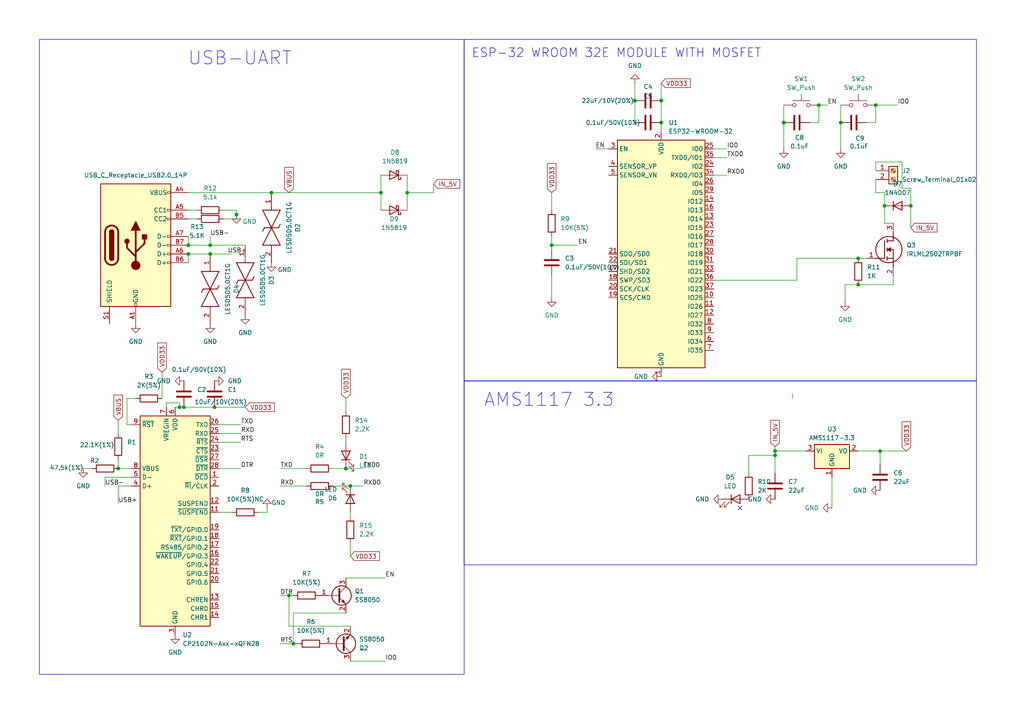
<source format=kicad_sch>
(kicad_sch
	(version 20250114)
	(generator "eeschema")
	(generator_version "9.0")
	(uuid "fcadeb27-96c3-44e3-a476-1f06e6a837a4")
	(paper "A4")
	(lib_symbols
		(symbol "Connector:Screw_Terminal_01x02"
			(pin_names
				(offset 1.016)
				(hide yes)
			)
			(exclude_from_sim no)
			(in_bom yes)
			(on_board yes)
			(property "Reference" "J"
				(at 0 2.54 0)
				(effects
					(font
						(size 1.27 1.27)
					)
				)
			)
			(property "Value" "Screw_Terminal_01x02"
				(at 0 -5.08 0)
				(effects
					(font
						(size 1.27 1.27)
					)
				)
			)
			(property "Footprint" ""
				(at 0 0 0)
				(effects
					(font
						(size 1.27 1.27)
					)
					(hide yes)
				)
			)
			(property "Datasheet" "~"
				(at 0 0 0)
				(effects
					(font
						(size 1.27 1.27)
					)
					(hide yes)
				)
			)
			(property "Description" "Generic screw terminal, single row, 01x02, script generated (kicad-library-utils/schlib/autogen/connector/)"
				(at 0 0 0)
				(effects
					(font
						(size 1.27 1.27)
					)
					(hide yes)
				)
			)
			(property "ki_keywords" "screw terminal"
				(at 0 0 0)
				(effects
					(font
						(size 1.27 1.27)
					)
					(hide yes)
				)
			)
			(property "ki_fp_filters" "TerminalBlock*:*"
				(at 0 0 0)
				(effects
					(font
						(size 1.27 1.27)
					)
					(hide yes)
				)
			)
			(symbol "Screw_Terminal_01x02_1_1"
				(rectangle
					(start -1.27 1.27)
					(end 1.27 -3.81)
					(stroke
						(width 0.254)
						(type default)
					)
					(fill
						(type background)
					)
				)
				(polyline
					(pts
						(xy -0.5334 0.3302) (xy 0.3302 -0.508)
					)
					(stroke
						(width 0.1524)
						(type default)
					)
					(fill
						(type none)
					)
				)
				(polyline
					(pts
						(xy -0.5334 -2.2098) (xy 0.3302 -3.048)
					)
					(stroke
						(width 0.1524)
						(type default)
					)
					(fill
						(type none)
					)
				)
				(polyline
					(pts
						(xy -0.3556 0.508) (xy 0.508 -0.3302)
					)
					(stroke
						(width 0.1524)
						(type default)
					)
					(fill
						(type none)
					)
				)
				(polyline
					(pts
						(xy -0.3556 -2.032) (xy 0.508 -2.8702)
					)
					(stroke
						(width 0.1524)
						(type default)
					)
					(fill
						(type none)
					)
				)
				(circle
					(center 0 0)
					(radius 0.635)
					(stroke
						(width 0.1524)
						(type default)
					)
					(fill
						(type none)
					)
				)
				(circle
					(center 0 -2.54)
					(radius 0.635)
					(stroke
						(width 0.1524)
						(type default)
					)
					(fill
						(type none)
					)
				)
				(pin passive line
					(at -5.08 0 0)
					(length 3.81)
					(name "Pin_1"
						(effects
							(font
								(size 1.27 1.27)
							)
						)
					)
					(number "1"
						(effects
							(font
								(size 1.27 1.27)
							)
						)
					)
				)
				(pin passive line
					(at -5.08 -2.54 0)
					(length 3.81)
					(name "Pin_2"
						(effects
							(font
								(size 1.27 1.27)
							)
						)
					)
					(number "2"
						(effects
							(font
								(size 1.27 1.27)
							)
						)
					)
				)
			)
			(embedded_fonts no)
		)
		(symbol "Connector:USB_C_Receptacle_USB2.0_14P"
			(pin_names
				(offset 1.016)
			)
			(exclude_from_sim no)
			(in_bom yes)
			(on_board yes)
			(property "Reference" "J"
				(at 0 22.225 0)
				(effects
					(font
						(size 1.27 1.27)
					)
				)
			)
			(property "Value" "USB_C_Receptacle_USB2.0_14P"
				(at 0 19.685 0)
				(effects
					(font
						(size 1.27 1.27)
					)
				)
			)
			(property "Footprint" ""
				(at 3.81 0 0)
				(effects
					(font
						(size 1.27 1.27)
					)
					(hide yes)
				)
			)
			(property "Datasheet" "https://www.usb.org/sites/default/files/documents/usb_type-c.zip"
				(at 3.81 0 0)
				(effects
					(font
						(size 1.27 1.27)
					)
					(hide yes)
				)
			)
			(property "Description" "USB 2.0-only 14P Type-C Receptacle connector"
				(at 0 0 0)
				(effects
					(font
						(size 1.27 1.27)
					)
					(hide yes)
				)
			)
			(property "ki_keywords" "usb universal serial bus type-C USB2.0"
				(at 0 0 0)
				(effects
					(font
						(size 1.27 1.27)
					)
					(hide yes)
				)
			)
			(property "ki_fp_filters" "USB*C*Receptacle*"
				(at 0 0 0)
				(effects
					(font
						(size 1.27 1.27)
					)
					(hide yes)
				)
			)
			(symbol "USB_C_Receptacle_USB2.0_14P_0_0"
				(rectangle
					(start -0.254 -17.78)
					(end 0.254 -16.764)
					(stroke
						(width 0)
						(type default)
					)
					(fill
						(type none)
					)
				)
				(rectangle
					(start 10.16 15.494)
					(end 9.144 14.986)
					(stroke
						(width 0)
						(type default)
					)
					(fill
						(type none)
					)
				)
				(rectangle
					(start 10.16 10.414)
					(end 9.144 9.906)
					(stroke
						(width 0)
						(type default)
					)
					(fill
						(type none)
					)
				)
				(rectangle
					(start 10.16 7.874)
					(end 9.144 7.366)
					(stroke
						(width 0)
						(type default)
					)
					(fill
						(type none)
					)
				)
				(rectangle
					(start 10.16 2.794)
					(end 9.144 2.286)
					(stroke
						(width 0)
						(type default)
					)
					(fill
						(type none)
					)
				)
				(rectangle
					(start 10.16 0.254)
					(end 9.144 -0.254)
					(stroke
						(width 0)
						(type default)
					)
					(fill
						(type none)
					)
				)
				(rectangle
					(start 10.16 -2.286)
					(end 9.144 -2.794)
					(stroke
						(width 0)
						(type default)
					)
					(fill
						(type none)
					)
				)
				(rectangle
					(start 10.16 -4.826)
					(end 9.144 -5.334)
					(stroke
						(width 0)
						(type default)
					)
					(fill
						(type none)
					)
				)
			)
			(symbol "USB_C_Receptacle_USB2.0_14P_0_1"
				(rectangle
					(start -10.16 17.78)
					(end 10.16 -17.78)
					(stroke
						(width 0.254)
						(type default)
					)
					(fill
						(type background)
					)
				)
				(polyline
					(pts
						(xy -8.89 -3.81) (xy -8.89 3.81)
					)
					(stroke
						(width 0.508)
						(type default)
					)
					(fill
						(type none)
					)
				)
				(rectangle
					(start -7.62 -3.81)
					(end -6.35 3.81)
					(stroke
						(width 0.254)
						(type default)
					)
					(fill
						(type outline)
					)
				)
				(arc
					(start -7.62 3.81)
					(mid -6.985 4.4423)
					(end -6.35 3.81)
					(stroke
						(width 0.254)
						(type default)
					)
					(fill
						(type none)
					)
				)
				(arc
					(start -7.62 3.81)
					(mid -6.985 4.4423)
					(end -6.35 3.81)
					(stroke
						(width 0.254)
						(type default)
					)
					(fill
						(type outline)
					)
				)
				(arc
					(start -8.89 3.81)
					(mid -6.985 5.7067)
					(end -5.08 3.81)
					(stroke
						(width 0.508)
						(type default)
					)
					(fill
						(type none)
					)
				)
				(arc
					(start -5.08 -3.81)
					(mid -6.985 -5.7067)
					(end -8.89 -3.81)
					(stroke
						(width 0.508)
						(type default)
					)
					(fill
						(type none)
					)
				)
				(arc
					(start -6.35 -3.81)
					(mid -6.985 -4.4423)
					(end -7.62 -3.81)
					(stroke
						(width 0.254)
						(type default)
					)
					(fill
						(type none)
					)
				)
				(arc
					(start -6.35 -3.81)
					(mid -6.985 -4.4423)
					(end -7.62 -3.81)
					(stroke
						(width 0.254)
						(type default)
					)
					(fill
						(type outline)
					)
				)
				(polyline
					(pts
						(xy -5.08 3.81) (xy -5.08 -3.81)
					)
					(stroke
						(width 0.508)
						(type default)
					)
					(fill
						(type none)
					)
				)
				(circle
					(center -2.54 1.143)
					(radius 0.635)
					(stroke
						(width 0.254)
						(type default)
					)
					(fill
						(type outline)
					)
				)
				(polyline
					(pts
						(xy -1.27 4.318) (xy 0 6.858) (xy 1.27 4.318) (xy -1.27 4.318)
					)
					(stroke
						(width 0.254)
						(type default)
					)
					(fill
						(type outline)
					)
				)
				(polyline
					(pts
						(xy 0 -2.032) (xy 2.54 0.508) (xy 2.54 1.778)
					)
					(stroke
						(width 0.508)
						(type default)
					)
					(fill
						(type none)
					)
				)
				(polyline
					(pts
						(xy 0 -3.302) (xy -2.54 -0.762) (xy -2.54 0.508)
					)
					(stroke
						(width 0.508)
						(type default)
					)
					(fill
						(type none)
					)
				)
				(polyline
					(pts
						(xy 0 -5.842) (xy 0 4.318)
					)
					(stroke
						(width 0.508)
						(type default)
					)
					(fill
						(type none)
					)
				)
				(circle
					(center 0 -5.842)
					(radius 1.27)
					(stroke
						(width 0)
						(type default)
					)
					(fill
						(type outline)
					)
				)
				(rectangle
					(start 1.905 1.778)
					(end 3.175 3.048)
					(stroke
						(width 0.254)
						(type default)
					)
					(fill
						(type outline)
					)
				)
			)
			(symbol "USB_C_Receptacle_USB2.0_14P_1_1"
				(pin passive line
					(at -7.62 -22.86 90)
					(length 5.08)
					(name "SHIELD"
						(effects
							(font
								(size 1.27 1.27)
							)
						)
					)
					(number "S1"
						(effects
							(font
								(size 1.27 1.27)
							)
						)
					)
				)
				(pin passive line
					(at 0 -22.86 90)
					(length 5.08)
					(name "GND"
						(effects
							(font
								(size 1.27 1.27)
							)
						)
					)
					(number "A1"
						(effects
							(font
								(size 1.27 1.27)
							)
						)
					)
				)
				(pin passive line
					(at 0 -22.86 90)
					(length 5.08)
					(hide yes)
					(name "GND"
						(effects
							(font
								(size 1.27 1.27)
							)
						)
					)
					(number "A12"
						(effects
							(font
								(size 1.27 1.27)
							)
						)
					)
				)
				(pin passive line
					(at 0 -22.86 90)
					(length 5.08)
					(hide yes)
					(name "GND"
						(effects
							(font
								(size 1.27 1.27)
							)
						)
					)
					(number "B1"
						(effects
							(font
								(size 1.27 1.27)
							)
						)
					)
				)
				(pin passive line
					(at 0 -22.86 90)
					(length 5.08)
					(hide yes)
					(name "GND"
						(effects
							(font
								(size 1.27 1.27)
							)
						)
					)
					(number "B12"
						(effects
							(font
								(size 1.27 1.27)
							)
						)
					)
				)
				(pin passive line
					(at 15.24 15.24 180)
					(length 5.08)
					(name "VBUS"
						(effects
							(font
								(size 1.27 1.27)
							)
						)
					)
					(number "A4"
						(effects
							(font
								(size 1.27 1.27)
							)
						)
					)
				)
				(pin passive line
					(at 15.24 15.24 180)
					(length 5.08)
					(hide yes)
					(name "VBUS"
						(effects
							(font
								(size 1.27 1.27)
							)
						)
					)
					(number "A9"
						(effects
							(font
								(size 1.27 1.27)
							)
						)
					)
				)
				(pin passive line
					(at 15.24 15.24 180)
					(length 5.08)
					(hide yes)
					(name "VBUS"
						(effects
							(font
								(size 1.27 1.27)
							)
						)
					)
					(number "B4"
						(effects
							(font
								(size 1.27 1.27)
							)
						)
					)
				)
				(pin passive line
					(at 15.24 15.24 180)
					(length 5.08)
					(hide yes)
					(name "VBUS"
						(effects
							(font
								(size 1.27 1.27)
							)
						)
					)
					(number "B9"
						(effects
							(font
								(size 1.27 1.27)
							)
						)
					)
				)
				(pin bidirectional line
					(at 15.24 10.16 180)
					(length 5.08)
					(name "CC1"
						(effects
							(font
								(size 1.27 1.27)
							)
						)
					)
					(number "A5"
						(effects
							(font
								(size 1.27 1.27)
							)
						)
					)
				)
				(pin bidirectional line
					(at 15.24 7.62 180)
					(length 5.08)
					(name "CC2"
						(effects
							(font
								(size 1.27 1.27)
							)
						)
					)
					(number "B5"
						(effects
							(font
								(size 1.27 1.27)
							)
						)
					)
				)
				(pin bidirectional line
					(at 15.24 2.54 180)
					(length 5.08)
					(name "D-"
						(effects
							(font
								(size 1.27 1.27)
							)
						)
					)
					(number "A7"
						(effects
							(font
								(size 1.27 1.27)
							)
						)
					)
				)
				(pin bidirectional line
					(at 15.24 0 180)
					(length 5.08)
					(name "D-"
						(effects
							(font
								(size 1.27 1.27)
							)
						)
					)
					(number "B7"
						(effects
							(font
								(size 1.27 1.27)
							)
						)
					)
				)
				(pin bidirectional line
					(at 15.24 -2.54 180)
					(length 5.08)
					(name "D+"
						(effects
							(font
								(size 1.27 1.27)
							)
						)
					)
					(number "A6"
						(effects
							(font
								(size 1.27 1.27)
							)
						)
					)
				)
				(pin bidirectional line
					(at 15.24 -5.08 180)
					(length 5.08)
					(name "D+"
						(effects
							(font
								(size 1.27 1.27)
							)
						)
					)
					(number "B6"
						(effects
							(font
								(size 1.27 1.27)
							)
						)
					)
				)
			)
			(embedded_fonts no)
		)
		(symbol "Device:C"
			(pin_numbers
				(hide yes)
			)
			(pin_names
				(offset 0.254)
			)
			(exclude_from_sim no)
			(in_bom yes)
			(on_board yes)
			(property "Reference" "C"
				(at 0.635 2.54 0)
				(effects
					(font
						(size 1.27 1.27)
					)
					(justify left)
				)
			)
			(property "Value" "C"
				(at 0.635 -2.54 0)
				(effects
					(font
						(size 1.27 1.27)
					)
					(justify left)
				)
			)
			(property "Footprint" ""
				(at 0.9652 -3.81 0)
				(effects
					(font
						(size 1.27 1.27)
					)
					(hide yes)
				)
			)
			(property "Datasheet" "~"
				(at 0 0 0)
				(effects
					(font
						(size 1.27 1.27)
					)
					(hide yes)
				)
			)
			(property "Description" "Unpolarized capacitor"
				(at 0 0 0)
				(effects
					(font
						(size 1.27 1.27)
					)
					(hide yes)
				)
			)
			(property "ki_keywords" "cap capacitor"
				(at 0 0 0)
				(effects
					(font
						(size 1.27 1.27)
					)
					(hide yes)
				)
			)
			(property "ki_fp_filters" "C_*"
				(at 0 0 0)
				(effects
					(font
						(size 1.27 1.27)
					)
					(hide yes)
				)
			)
			(symbol "C_0_1"
				(polyline
					(pts
						(xy -2.032 0.762) (xy 2.032 0.762)
					)
					(stroke
						(width 0.508)
						(type default)
					)
					(fill
						(type none)
					)
				)
				(polyline
					(pts
						(xy -2.032 -0.762) (xy 2.032 -0.762)
					)
					(stroke
						(width 0.508)
						(type default)
					)
					(fill
						(type none)
					)
				)
			)
			(symbol "C_1_1"
				(pin passive line
					(at 0 3.81 270)
					(length 2.794)
					(name "~"
						(effects
							(font
								(size 1.27 1.27)
							)
						)
					)
					(number "1"
						(effects
							(font
								(size 1.27 1.27)
							)
						)
					)
				)
				(pin passive line
					(at 0 -3.81 90)
					(length 2.794)
					(name "~"
						(effects
							(font
								(size 1.27 1.27)
							)
						)
					)
					(number "2"
						(effects
							(font
								(size 1.27 1.27)
							)
						)
					)
				)
			)
			(embedded_fonts no)
		)
		(symbol "Device:LED"
			(pin_numbers
				(hide yes)
			)
			(pin_names
				(offset 1.016)
				(hide yes)
			)
			(exclude_from_sim no)
			(in_bom yes)
			(on_board yes)
			(property "Reference" "D"
				(at 0 2.54 0)
				(effects
					(font
						(size 1.27 1.27)
					)
				)
			)
			(property "Value" "LED"
				(at 0 -2.54 0)
				(effects
					(font
						(size 1.27 1.27)
					)
				)
			)
			(property "Footprint" ""
				(at 0 0 0)
				(effects
					(font
						(size 1.27 1.27)
					)
					(hide yes)
				)
			)
			(property "Datasheet" "~"
				(at 0 0 0)
				(effects
					(font
						(size 1.27 1.27)
					)
					(hide yes)
				)
			)
			(property "Description" "Light emitting diode"
				(at 0 0 0)
				(effects
					(font
						(size 1.27 1.27)
					)
					(hide yes)
				)
			)
			(property "Sim.Pins" "1=K 2=A"
				(at 0 0 0)
				(effects
					(font
						(size 1.27 1.27)
					)
					(hide yes)
				)
			)
			(property "ki_keywords" "LED diode"
				(at 0 0 0)
				(effects
					(font
						(size 1.27 1.27)
					)
					(hide yes)
				)
			)
			(property "ki_fp_filters" "LED* LED_SMD:* LED_THT:*"
				(at 0 0 0)
				(effects
					(font
						(size 1.27 1.27)
					)
					(hide yes)
				)
			)
			(symbol "LED_0_1"
				(polyline
					(pts
						(xy -3.048 -0.762) (xy -4.572 -2.286) (xy -3.81 -2.286) (xy -4.572 -2.286) (xy -4.572 -1.524)
					)
					(stroke
						(width 0)
						(type default)
					)
					(fill
						(type none)
					)
				)
				(polyline
					(pts
						(xy -1.778 -0.762) (xy -3.302 -2.286) (xy -2.54 -2.286) (xy -3.302 -2.286) (xy -3.302 -1.524)
					)
					(stroke
						(width 0)
						(type default)
					)
					(fill
						(type none)
					)
				)
				(polyline
					(pts
						(xy -1.27 0) (xy 1.27 0)
					)
					(stroke
						(width 0)
						(type default)
					)
					(fill
						(type none)
					)
				)
				(polyline
					(pts
						(xy -1.27 -1.27) (xy -1.27 1.27)
					)
					(stroke
						(width 0.254)
						(type default)
					)
					(fill
						(type none)
					)
				)
				(polyline
					(pts
						(xy 1.27 -1.27) (xy 1.27 1.27) (xy -1.27 0) (xy 1.27 -1.27)
					)
					(stroke
						(width 0.254)
						(type default)
					)
					(fill
						(type none)
					)
				)
			)
			(symbol "LED_1_1"
				(pin passive line
					(at -3.81 0 0)
					(length 2.54)
					(name "K"
						(effects
							(font
								(size 1.27 1.27)
							)
						)
					)
					(number "1"
						(effects
							(font
								(size 1.27 1.27)
							)
						)
					)
				)
				(pin passive line
					(at 3.81 0 180)
					(length 2.54)
					(name "A"
						(effects
							(font
								(size 1.27 1.27)
							)
						)
					)
					(number "2"
						(effects
							(font
								(size 1.27 1.27)
							)
						)
					)
				)
			)
			(embedded_fonts no)
		)
		(symbol "Device:R"
			(pin_numbers
				(hide yes)
			)
			(pin_names
				(offset 0)
			)
			(exclude_from_sim no)
			(in_bom yes)
			(on_board yes)
			(property "Reference" "R"
				(at 2.032 0 90)
				(effects
					(font
						(size 1.27 1.27)
					)
				)
			)
			(property "Value" "R"
				(at 0 0 90)
				(effects
					(font
						(size 1.27 1.27)
					)
				)
			)
			(property "Footprint" ""
				(at -1.778 0 90)
				(effects
					(font
						(size 1.27 1.27)
					)
					(hide yes)
				)
			)
			(property "Datasheet" "~"
				(at 0 0 0)
				(effects
					(font
						(size 1.27 1.27)
					)
					(hide yes)
				)
			)
			(property "Description" "Resistor"
				(at 0 0 0)
				(effects
					(font
						(size 1.27 1.27)
					)
					(hide yes)
				)
			)
			(property "ki_keywords" "R res resistor"
				(at 0 0 0)
				(effects
					(font
						(size 1.27 1.27)
					)
					(hide yes)
				)
			)
			(property "ki_fp_filters" "R_*"
				(at 0 0 0)
				(effects
					(font
						(size 1.27 1.27)
					)
					(hide yes)
				)
			)
			(symbol "R_0_1"
				(rectangle
					(start -1.016 -2.54)
					(end 1.016 2.54)
					(stroke
						(width 0.254)
						(type default)
					)
					(fill
						(type none)
					)
				)
			)
			(symbol "R_1_1"
				(pin passive line
					(at 0 3.81 270)
					(length 1.27)
					(name "~"
						(effects
							(font
								(size 1.27 1.27)
							)
						)
					)
					(number "1"
						(effects
							(font
								(size 1.27 1.27)
							)
						)
					)
				)
				(pin passive line
					(at 0 -3.81 90)
					(length 1.27)
					(name "~"
						(effects
							(font
								(size 1.27 1.27)
							)
						)
					)
					(number "2"
						(effects
							(font
								(size 1.27 1.27)
							)
						)
					)
				)
			)
			(embedded_fonts no)
		)
		(symbol "Diode:1N4007"
			(pin_numbers
				(hide yes)
			)
			(pin_names
				(hide yes)
			)
			(exclude_from_sim no)
			(in_bom yes)
			(on_board yes)
			(property "Reference" "D"
				(at 0 2.54 0)
				(effects
					(font
						(size 1.27 1.27)
					)
				)
			)
			(property "Value" "1N4007"
				(at 0 -2.54 0)
				(effects
					(font
						(size 1.27 1.27)
					)
				)
			)
			(property "Footprint" "Diode_THT:D_DO-41_SOD81_P10.16mm_Horizontal"
				(at 0 -4.445 0)
				(effects
					(font
						(size 1.27 1.27)
					)
					(hide yes)
				)
			)
			(property "Datasheet" "http://www.vishay.com/docs/88503/1n4001.pdf"
				(at 0 0 0)
				(effects
					(font
						(size 1.27 1.27)
					)
					(hide yes)
				)
			)
			(property "Description" "1000V 1A General Purpose Rectifier Diode, DO-41"
				(at 0 0 0)
				(effects
					(font
						(size 1.27 1.27)
					)
					(hide yes)
				)
			)
			(property "Sim.Device" "D"
				(at 0 0 0)
				(effects
					(font
						(size 1.27 1.27)
					)
					(hide yes)
				)
			)
			(property "Sim.Pins" "1=K 2=A"
				(at 0 0 0)
				(effects
					(font
						(size 1.27 1.27)
					)
					(hide yes)
				)
			)
			(property "ki_keywords" "diode"
				(at 0 0 0)
				(effects
					(font
						(size 1.27 1.27)
					)
					(hide yes)
				)
			)
			(property "ki_fp_filters" "D*DO?41*"
				(at 0 0 0)
				(effects
					(font
						(size 1.27 1.27)
					)
					(hide yes)
				)
			)
			(symbol "1N4007_0_1"
				(polyline
					(pts
						(xy -1.27 1.27) (xy -1.27 -1.27)
					)
					(stroke
						(width 0.254)
						(type default)
					)
					(fill
						(type none)
					)
				)
				(polyline
					(pts
						(xy 1.27 1.27) (xy 1.27 -1.27) (xy -1.27 0) (xy 1.27 1.27)
					)
					(stroke
						(width 0.254)
						(type default)
					)
					(fill
						(type none)
					)
				)
				(polyline
					(pts
						(xy 1.27 0) (xy -1.27 0)
					)
					(stroke
						(width 0)
						(type default)
					)
					(fill
						(type none)
					)
				)
			)
			(symbol "1N4007_1_1"
				(pin passive line
					(at -3.81 0 0)
					(length 2.54)
					(name "K"
						(effects
							(font
								(size 1.27 1.27)
							)
						)
					)
					(number "1"
						(effects
							(font
								(size 1.27 1.27)
							)
						)
					)
				)
				(pin passive line
					(at 3.81 0 180)
					(length 2.54)
					(name "A"
						(effects
							(font
								(size 1.27 1.27)
							)
						)
					)
					(number "2"
						(effects
							(font
								(size 1.27 1.27)
							)
						)
					)
				)
			)
			(embedded_fonts no)
		)
		(symbol "Diode:1N5819"
			(pin_numbers
				(hide yes)
			)
			(pin_names
				(offset 1.016)
				(hide yes)
			)
			(exclude_from_sim no)
			(in_bom yes)
			(on_board yes)
			(property "Reference" "D"
				(at 0 2.54 0)
				(effects
					(font
						(size 1.27 1.27)
					)
				)
			)
			(property "Value" "1N5819"
				(at 0 -2.54 0)
				(effects
					(font
						(size 1.27 1.27)
					)
				)
			)
			(property "Footprint" "Diode_THT:D_DO-41_SOD81_P10.16mm_Horizontal"
				(at 0 -4.445 0)
				(effects
					(font
						(size 1.27 1.27)
					)
					(hide yes)
				)
			)
			(property "Datasheet" "http://www.vishay.com/docs/88525/1n5817.pdf"
				(at 0 0 0)
				(effects
					(font
						(size 1.27 1.27)
					)
					(hide yes)
				)
			)
			(property "Description" "40V 1A Schottky Barrier Rectifier Diode, DO-41"
				(at 0 0 0)
				(effects
					(font
						(size 1.27 1.27)
					)
					(hide yes)
				)
			)
			(property "ki_keywords" "diode Schottky"
				(at 0 0 0)
				(effects
					(font
						(size 1.27 1.27)
					)
					(hide yes)
				)
			)
			(property "ki_fp_filters" "D*DO?41*"
				(at 0 0 0)
				(effects
					(font
						(size 1.27 1.27)
					)
					(hide yes)
				)
			)
			(symbol "1N5819_0_1"
				(polyline
					(pts
						(xy -1.905 0.635) (xy -1.905 1.27) (xy -1.27 1.27) (xy -1.27 -1.27) (xy -0.635 -1.27) (xy -0.635 -0.635)
					)
					(stroke
						(width 0.254)
						(type default)
					)
					(fill
						(type none)
					)
				)
				(polyline
					(pts
						(xy 1.27 1.27) (xy 1.27 -1.27) (xy -1.27 0) (xy 1.27 1.27)
					)
					(stroke
						(width 0.254)
						(type default)
					)
					(fill
						(type none)
					)
				)
				(polyline
					(pts
						(xy 1.27 0) (xy -1.27 0)
					)
					(stroke
						(width 0)
						(type default)
					)
					(fill
						(type none)
					)
				)
			)
			(symbol "1N5819_1_1"
				(pin passive line
					(at -3.81 0 0)
					(length 2.54)
					(name "K"
						(effects
							(font
								(size 1.27 1.27)
							)
						)
					)
					(number "1"
						(effects
							(font
								(size 1.27 1.27)
							)
						)
					)
				)
				(pin passive line
					(at 3.81 0 180)
					(length 2.54)
					(name "A"
						(effects
							(font
								(size 1.27 1.27)
							)
						)
					)
					(number "2"
						(effects
							(font
								(size 1.27 1.27)
							)
						)
					)
				)
			)
			(embedded_fonts no)
		)
		(symbol "Interface_USB:CP2102N-Axx-xQFN28"
			(exclude_from_sim no)
			(in_bom yes)
			(on_board yes)
			(property "Reference" "U"
				(at -8.89 31.75 0)
				(effects
					(font
						(size 1.27 1.27)
					)
				)
			)
			(property "Value" "CP2102N-Axx-xQFN28"
				(at 12.7 31.75 0)
				(effects
					(font
						(size 1.27 1.27)
					)
				)
			)
			(property "Footprint" "Package_DFN_QFN:QFN-28-1EP_5x5mm_P0.5mm_EP3.35x3.35mm"
				(at 33.02 -31.75 0)
				(effects
					(font
						(size 1.27 1.27)
					)
					(hide yes)
				)
			)
			(property "Datasheet" "https://www.silabs.com/documents/public/data-sheets/cp2102n-datasheet.pdf"
				(at 1.27 -19.05 0)
				(effects
					(font
						(size 1.27 1.27)
					)
					(hide yes)
				)
			)
			(property "Description" "USB to UART master bridge, QFN-28"
				(at 0 0 0)
				(effects
					(font
						(size 1.27 1.27)
					)
					(hide yes)
				)
			)
			(property "ki_keywords" "USB UART bridge"
				(at 0 0 0)
				(effects
					(font
						(size 1.27 1.27)
					)
					(hide yes)
				)
			)
			(property "ki_fp_filters" "QFN*1EP*5x5mm*P0.5mm*"
				(at 0 0 0)
				(effects
					(font
						(size 1.27 1.27)
					)
					(hide yes)
				)
			)
			(symbol "CP2102N-Axx-xQFN28_0_1"
				(rectangle
					(start -10.16 30.48)
					(end 10.16 -30.48)
					(stroke
						(width 0.254)
						(type default)
					)
					(fill
						(type background)
					)
				)
			)
			(symbol "CP2102N-Axx-xQFN28_1_1"
				(pin input line
					(at -12.7 27.94 0)
					(length 2.54)
					(name "~{RST}"
						(effects
							(font
								(size 1.27 1.27)
							)
						)
					)
					(number "9"
						(effects
							(font
								(size 1.27 1.27)
							)
						)
					)
				)
				(pin input line
					(at -12.7 15.24 0)
					(length 2.54)
					(name "VBUS"
						(effects
							(font
								(size 1.27 1.27)
							)
						)
					)
					(number "8"
						(effects
							(font
								(size 1.27 1.27)
							)
						)
					)
				)
				(pin bidirectional line
					(at -12.7 12.7 0)
					(length 2.54)
					(name "D-"
						(effects
							(font
								(size 1.27 1.27)
							)
						)
					)
					(number "5"
						(effects
							(font
								(size 1.27 1.27)
							)
						)
					)
				)
				(pin bidirectional line
					(at -12.7 10.16 0)
					(length 2.54)
					(name "D+"
						(effects
							(font
								(size 1.27 1.27)
							)
						)
					)
					(number "4"
						(effects
							(font
								(size 1.27 1.27)
							)
						)
					)
				)
				(pin no_connect line
					(at -10.16 -27.94 0)
					(length 2.54)
					(hide yes)
					(name "NC"
						(effects
							(font
								(size 1.27 1.27)
							)
						)
					)
					(number "10"
						(effects
							(font
								(size 1.27 1.27)
							)
						)
					)
				)
				(pin power_in line
					(at -2.54 33.02 270)
					(length 2.54)
					(name "VREGIN"
						(effects
							(font
								(size 1.27 1.27)
							)
						)
					)
					(number "7"
						(effects
							(font
								(size 1.27 1.27)
							)
						)
					)
				)
				(pin power_in line
					(at 0 33.02 270)
					(length 2.54)
					(name "VDD"
						(effects
							(font
								(size 1.27 1.27)
							)
						)
					)
					(number "6"
						(effects
							(font
								(size 1.27 1.27)
							)
						)
					)
				)
				(pin passive line
					(at 0 -33.02 90)
					(length 2.54)
					(hide yes)
					(name "GND"
						(effects
							(font
								(size 1.27 1.27)
							)
						)
					)
					(number "29"
						(effects
							(font
								(size 1.27 1.27)
							)
						)
					)
				)
				(pin power_in line
					(at 0 -33.02 90)
					(length 2.54)
					(name "GND"
						(effects
							(font
								(size 1.27 1.27)
							)
						)
					)
					(number "3"
						(effects
							(font
								(size 1.27 1.27)
							)
						)
					)
				)
				(pin output line
					(at 12.7 27.94 180)
					(length 2.54)
					(name "TXD"
						(effects
							(font
								(size 1.27 1.27)
							)
						)
					)
					(number "26"
						(effects
							(font
								(size 1.27 1.27)
							)
						)
					)
				)
				(pin input line
					(at 12.7 25.4 180)
					(length 2.54)
					(name "RXD"
						(effects
							(font
								(size 1.27 1.27)
							)
						)
					)
					(number "25"
						(effects
							(font
								(size 1.27 1.27)
							)
						)
					)
				)
				(pin output line
					(at 12.7 22.86 180)
					(length 2.54)
					(name "~{RTS}"
						(effects
							(font
								(size 1.27 1.27)
							)
						)
					)
					(number "24"
						(effects
							(font
								(size 1.27 1.27)
							)
						)
					)
				)
				(pin input line
					(at 12.7 20.32 180)
					(length 2.54)
					(name "~{CTS}"
						(effects
							(font
								(size 1.27 1.27)
							)
						)
					)
					(number "23"
						(effects
							(font
								(size 1.27 1.27)
							)
						)
					)
				)
				(pin input line
					(at 12.7 17.78 180)
					(length 2.54)
					(name "~{DSR}"
						(effects
							(font
								(size 1.27 1.27)
							)
						)
					)
					(number "27"
						(effects
							(font
								(size 1.27 1.27)
							)
						)
					)
				)
				(pin output line
					(at 12.7 15.24 180)
					(length 2.54)
					(name "~{DTR}"
						(effects
							(font
								(size 1.27 1.27)
							)
						)
					)
					(number "28"
						(effects
							(font
								(size 1.27 1.27)
							)
						)
					)
				)
				(pin input line
					(at 12.7 12.7 180)
					(length 2.54)
					(name "~{DCD}"
						(effects
							(font
								(size 1.27 1.27)
							)
						)
					)
					(number "1"
						(effects
							(font
								(size 1.27 1.27)
							)
						)
					)
				)
				(pin bidirectional line
					(at 12.7 10.16 180)
					(length 2.54)
					(name "~{RI}/CLK"
						(effects
							(font
								(size 1.27 1.27)
							)
						)
					)
					(number "2"
						(effects
							(font
								(size 1.27 1.27)
							)
						)
					)
				)
				(pin output line
					(at 12.7 5.08 180)
					(length 2.54)
					(name "SUSPEND"
						(effects
							(font
								(size 1.27 1.27)
							)
						)
					)
					(number "12"
						(effects
							(font
								(size 1.27 1.27)
							)
						)
					)
				)
				(pin output line
					(at 12.7 2.54 180)
					(length 2.54)
					(name "~{SUSPEND}"
						(effects
							(font
								(size 1.27 1.27)
							)
						)
					)
					(number "11"
						(effects
							(font
								(size 1.27 1.27)
							)
						)
					)
				)
				(pin bidirectional line
					(at 12.7 -2.54 180)
					(length 2.54)
					(name "~{TXT}/GPIO.0"
						(effects
							(font
								(size 1.27 1.27)
							)
						)
					)
					(number "19"
						(effects
							(font
								(size 1.27 1.27)
							)
						)
					)
				)
				(pin bidirectional line
					(at 12.7 -5.08 180)
					(length 2.54)
					(name "~{RXT}/GPIO.1"
						(effects
							(font
								(size 1.27 1.27)
							)
						)
					)
					(number "18"
						(effects
							(font
								(size 1.27 1.27)
							)
						)
					)
				)
				(pin bidirectional line
					(at 12.7 -7.62 180)
					(length 2.54)
					(name "RS485/GPIO.2"
						(effects
							(font
								(size 1.27 1.27)
							)
						)
					)
					(number "17"
						(effects
							(font
								(size 1.27 1.27)
							)
						)
					)
				)
				(pin bidirectional line
					(at 12.7 -10.16 180)
					(length 2.54)
					(name "~{WAKEUP}/GPIO.3"
						(effects
							(font
								(size 1.27 1.27)
							)
						)
					)
					(number "16"
						(effects
							(font
								(size 1.27 1.27)
							)
						)
					)
				)
				(pin bidirectional line
					(at 12.7 -12.7 180)
					(length 2.54)
					(name "GPIO.4"
						(effects
							(font
								(size 1.27 1.27)
							)
						)
					)
					(number "22"
						(effects
							(font
								(size 1.27 1.27)
							)
						)
					)
				)
				(pin bidirectional line
					(at 12.7 -15.24 180)
					(length 2.54)
					(name "GPIO.5"
						(effects
							(font
								(size 1.27 1.27)
							)
						)
					)
					(number "21"
						(effects
							(font
								(size 1.27 1.27)
							)
						)
					)
				)
				(pin bidirectional line
					(at 12.7 -17.78 180)
					(length 2.54)
					(name "GPIO.6"
						(effects
							(font
								(size 1.27 1.27)
							)
						)
					)
					(number "20"
						(effects
							(font
								(size 1.27 1.27)
							)
						)
					)
				)
				(pin output line
					(at 12.7 -22.86 180)
					(length 2.54)
					(name "CHREN"
						(effects
							(font
								(size 1.27 1.27)
							)
						)
					)
					(number "13"
						(effects
							(font
								(size 1.27 1.27)
							)
						)
					)
				)
				(pin output line
					(at 12.7 -25.4 180)
					(length 2.54)
					(name "CHR0"
						(effects
							(font
								(size 1.27 1.27)
							)
						)
					)
					(number "15"
						(effects
							(font
								(size 1.27 1.27)
							)
						)
					)
				)
				(pin output line
					(at 12.7 -27.94 180)
					(length 2.54)
					(name "CHR1"
						(effects
							(font
								(size 1.27 1.27)
							)
						)
					)
					(number "14"
						(effects
							(font
								(size 1.27 1.27)
							)
						)
					)
				)
			)
			(embedded_fonts no)
		)
		(symbol "RF_Module:ESP32-WROOM-32"
			(exclude_from_sim no)
			(in_bom yes)
			(on_board yes)
			(property "Reference" "U"
				(at -12.7 34.29 0)
				(effects
					(font
						(size 1.27 1.27)
					)
					(justify left)
				)
			)
			(property "Value" "ESP32-WROOM-32"
				(at 1.27 34.29 0)
				(effects
					(font
						(size 1.27 1.27)
					)
					(justify left)
				)
			)
			(property "Footprint" "RF_Module:ESP32-WROOM-32"
				(at 0 -38.1 0)
				(effects
					(font
						(size 1.27 1.27)
					)
					(hide yes)
				)
			)
			(property "Datasheet" "https://www.espressif.com/sites/default/files/documentation/esp32-wroom-32_datasheet_en.pdf"
				(at -7.62 1.27 0)
				(effects
					(font
						(size 1.27 1.27)
					)
					(hide yes)
				)
			)
			(property "Description" "RF Module, ESP32-D0WDQ6 SoC, Wi-Fi 802.11b/g/n, Bluetooth, BLE, 32-bit, 2.7-3.6V, onboard antenna, SMD"
				(at 0 0 0)
				(effects
					(font
						(size 1.27 1.27)
					)
					(hide yes)
				)
			)
			(property "ki_keywords" "RF Radio BT ESP ESP32 Espressif onboard PCB antenna"
				(at 0 0 0)
				(effects
					(font
						(size 1.27 1.27)
					)
					(hide yes)
				)
			)
			(property "ki_fp_filters" "ESP32?WROOM?32*"
				(at 0 0 0)
				(effects
					(font
						(size 1.27 1.27)
					)
					(hide yes)
				)
			)
			(symbol "ESP32-WROOM-32_0_1"
				(rectangle
					(start -12.7 33.02)
					(end 12.7 -33.02)
					(stroke
						(width 0.254)
						(type default)
					)
					(fill
						(type background)
					)
				)
			)
			(symbol "ESP32-WROOM-32_1_1"
				(pin input line
					(at -15.24 30.48 0)
					(length 2.54)
					(name "EN"
						(effects
							(font
								(size 1.27 1.27)
							)
						)
					)
					(number "3"
						(effects
							(font
								(size 1.27 1.27)
							)
						)
					)
				)
				(pin input line
					(at -15.24 25.4 0)
					(length 2.54)
					(name "SENSOR_VP"
						(effects
							(font
								(size 1.27 1.27)
							)
						)
					)
					(number "4"
						(effects
							(font
								(size 1.27 1.27)
							)
						)
					)
				)
				(pin input line
					(at -15.24 22.86 0)
					(length 2.54)
					(name "SENSOR_VN"
						(effects
							(font
								(size 1.27 1.27)
							)
						)
					)
					(number "5"
						(effects
							(font
								(size 1.27 1.27)
							)
						)
					)
				)
				(pin bidirectional line
					(at -15.24 0 0)
					(length 2.54)
					(name "SDO/SD0"
						(effects
							(font
								(size 1.27 1.27)
							)
						)
					)
					(number "21"
						(effects
							(font
								(size 1.27 1.27)
							)
						)
					)
				)
				(pin bidirectional line
					(at -15.24 -2.54 0)
					(length 2.54)
					(name "SDI/SD1"
						(effects
							(font
								(size 1.27 1.27)
							)
						)
					)
					(number "22"
						(effects
							(font
								(size 1.27 1.27)
							)
						)
					)
				)
				(pin bidirectional line
					(at -15.24 -5.08 0)
					(length 2.54)
					(name "SHD/SD2"
						(effects
							(font
								(size 1.27 1.27)
							)
						)
					)
					(number "17"
						(effects
							(font
								(size 1.27 1.27)
							)
						)
					)
				)
				(pin bidirectional line
					(at -15.24 -7.62 0)
					(length 2.54)
					(name "SWP/SD3"
						(effects
							(font
								(size 1.27 1.27)
							)
						)
					)
					(number "18"
						(effects
							(font
								(size 1.27 1.27)
							)
						)
					)
				)
				(pin bidirectional line
					(at -15.24 -10.16 0)
					(length 2.54)
					(name "SCK/CLK"
						(effects
							(font
								(size 1.27 1.27)
							)
						)
					)
					(number "20"
						(effects
							(font
								(size 1.27 1.27)
							)
						)
					)
				)
				(pin bidirectional line
					(at -15.24 -12.7 0)
					(length 2.54)
					(name "SCS/CMD"
						(effects
							(font
								(size 1.27 1.27)
							)
						)
					)
					(number "19"
						(effects
							(font
								(size 1.27 1.27)
							)
						)
					)
				)
				(pin no_connect line
					(at -12.7 -27.94 0)
					(length 2.54)
					(hide yes)
					(name "NC"
						(effects
							(font
								(size 1.27 1.27)
							)
						)
					)
					(number "32"
						(effects
							(font
								(size 1.27 1.27)
							)
						)
					)
				)
				(pin power_in line
					(at 0 35.56 270)
					(length 2.54)
					(name "VDD"
						(effects
							(font
								(size 1.27 1.27)
							)
						)
					)
					(number "2"
						(effects
							(font
								(size 1.27 1.27)
							)
						)
					)
				)
				(pin power_in line
					(at 0 -35.56 90)
					(length 2.54)
					(name "GND"
						(effects
							(font
								(size 1.27 1.27)
							)
						)
					)
					(number "1"
						(effects
							(font
								(size 1.27 1.27)
							)
						)
					)
				)
				(pin passive line
					(at 0 -35.56 90)
					(length 2.54)
					(hide yes)
					(name "GND"
						(effects
							(font
								(size 1.27 1.27)
							)
						)
					)
					(number "15"
						(effects
							(font
								(size 1.27 1.27)
							)
						)
					)
				)
				(pin passive line
					(at 0 -35.56 90)
					(length 2.54)
					(hide yes)
					(name "GND"
						(effects
							(font
								(size 1.27 1.27)
							)
						)
					)
					(number "38"
						(effects
							(font
								(size 1.27 1.27)
							)
						)
					)
				)
				(pin passive line
					(at 0 -35.56 90)
					(length 2.54)
					(hide yes)
					(name "GND"
						(effects
							(font
								(size 1.27 1.27)
							)
						)
					)
					(number "39"
						(effects
							(font
								(size 1.27 1.27)
							)
						)
					)
				)
				(pin bidirectional line
					(at 15.24 30.48 180)
					(length 2.54)
					(name "IO0"
						(effects
							(font
								(size 1.27 1.27)
							)
						)
					)
					(number "25"
						(effects
							(font
								(size 1.27 1.27)
							)
						)
					)
				)
				(pin bidirectional line
					(at 15.24 27.94 180)
					(length 2.54)
					(name "TXD0/IO1"
						(effects
							(font
								(size 1.27 1.27)
							)
						)
					)
					(number "35"
						(effects
							(font
								(size 1.27 1.27)
							)
						)
					)
				)
				(pin bidirectional line
					(at 15.24 25.4 180)
					(length 2.54)
					(name "IO2"
						(effects
							(font
								(size 1.27 1.27)
							)
						)
					)
					(number "24"
						(effects
							(font
								(size 1.27 1.27)
							)
						)
					)
				)
				(pin bidirectional line
					(at 15.24 22.86 180)
					(length 2.54)
					(name "RXD0/IO3"
						(effects
							(font
								(size 1.27 1.27)
							)
						)
					)
					(number "34"
						(effects
							(font
								(size 1.27 1.27)
							)
						)
					)
				)
				(pin bidirectional line
					(at 15.24 20.32 180)
					(length 2.54)
					(name "IO4"
						(effects
							(font
								(size 1.27 1.27)
							)
						)
					)
					(number "26"
						(effects
							(font
								(size 1.27 1.27)
							)
						)
					)
				)
				(pin bidirectional line
					(at 15.24 17.78 180)
					(length 2.54)
					(name "IO5"
						(effects
							(font
								(size 1.27 1.27)
							)
						)
					)
					(number "29"
						(effects
							(font
								(size 1.27 1.27)
							)
						)
					)
				)
				(pin bidirectional line
					(at 15.24 15.24 180)
					(length 2.54)
					(name "IO12"
						(effects
							(font
								(size 1.27 1.27)
							)
						)
					)
					(number "14"
						(effects
							(font
								(size 1.27 1.27)
							)
						)
					)
				)
				(pin bidirectional line
					(at 15.24 12.7 180)
					(length 2.54)
					(name "IO13"
						(effects
							(font
								(size 1.27 1.27)
							)
						)
					)
					(number "16"
						(effects
							(font
								(size 1.27 1.27)
							)
						)
					)
				)
				(pin bidirectional line
					(at 15.24 10.16 180)
					(length 2.54)
					(name "IO14"
						(effects
							(font
								(size 1.27 1.27)
							)
						)
					)
					(number "13"
						(effects
							(font
								(size 1.27 1.27)
							)
						)
					)
				)
				(pin bidirectional line
					(at 15.24 7.62 180)
					(length 2.54)
					(name "IO15"
						(effects
							(font
								(size 1.27 1.27)
							)
						)
					)
					(number "23"
						(effects
							(font
								(size 1.27 1.27)
							)
						)
					)
				)
				(pin bidirectional line
					(at 15.24 5.08 180)
					(length 2.54)
					(name "IO16"
						(effects
							(font
								(size 1.27 1.27)
							)
						)
					)
					(number "27"
						(effects
							(font
								(size 1.27 1.27)
							)
						)
					)
				)
				(pin bidirectional line
					(at 15.24 2.54 180)
					(length 2.54)
					(name "IO17"
						(effects
							(font
								(size 1.27 1.27)
							)
						)
					)
					(number "28"
						(effects
							(font
								(size 1.27 1.27)
							)
						)
					)
				)
				(pin bidirectional line
					(at 15.24 0 180)
					(length 2.54)
					(name "IO18"
						(effects
							(font
								(size 1.27 1.27)
							)
						)
					)
					(number "30"
						(effects
							(font
								(size 1.27 1.27)
							)
						)
					)
				)
				(pin bidirectional line
					(at 15.24 -2.54 180)
					(length 2.54)
					(name "IO19"
						(effects
							(font
								(size 1.27 1.27)
							)
						)
					)
					(number "31"
						(effects
							(font
								(size 1.27 1.27)
							)
						)
					)
				)
				(pin bidirectional line
					(at 15.24 -5.08 180)
					(length 2.54)
					(name "IO21"
						(effects
							(font
								(size 1.27 1.27)
							)
						)
					)
					(number "33"
						(effects
							(font
								(size 1.27 1.27)
							)
						)
					)
				)
				(pin bidirectional line
					(at 15.24 -7.62 180)
					(length 2.54)
					(name "IO22"
						(effects
							(font
								(size 1.27 1.27)
							)
						)
					)
					(number "36"
						(effects
							(font
								(size 1.27 1.27)
							)
						)
					)
				)
				(pin bidirectional line
					(at 15.24 -10.16 180)
					(length 2.54)
					(name "IO23"
						(effects
							(font
								(size 1.27 1.27)
							)
						)
					)
					(number "37"
						(effects
							(font
								(size 1.27 1.27)
							)
						)
					)
				)
				(pin bidirectional line
					(at 15.24 -12.7 180)
					(length 2.54)
					(name "IO25"
						(effects
							(font
								(size 1.27 1.27)
							)
						)
					)
					(number "10"
						(effects
							(font
								(size 1.27 1.27)
							)
						)
					)
				)
				(pin bidirectional line
					(at 15.24 -15.24 180)
					(length 2.54)
					(name "IO26"
						(effects
							(font
								(size 1.27 1.27)
							)
						)
					)
					(number "11"
						(effects
							(font
								(size 1.27 1.27)
							)
						)
					)
				)
				(pin bidirectional line
					(at 15.24 -17.78 180)
					(length 2.54)
					(name "IO27"
						(effects
							(font
								(size 1.27 1.27)
							)
						)
					)
					(number "12"
						(effects
							(font
								(size 1.27 1.27)
							)
						)
					)
				)
				(pin bidirectional line
					(at 15.24 -20.32 180)
					(length 2.54)
					(name "IO32"
						(effects
							(font
								(size 1.27 1.27)
							)
						)
					)
					(number "8"
						(effects
							(font
								(size 1.27 1.27)
							)
						)
					)
				)
				(pin bidirectional line
					(at 15.24 -22.86 180)
					(length 2.54)
					(name "IO33"
						(effects
							(font
								(size 1.27 1.27)
							)
						)
					)
					(number "9"
						(effects
							(font
								(size 1.27 1.27)
							)
						)
					)
				)
				(pin input line
					(at 15.24 -25.4 180)
					(length 2.54)
					(name "IO34"
						(effects
							(font
								(size 1.27 1.27)
							)
						)
					)
					(number "6"
						(effects
							(font
								(size 1.27 1.27)
							)
						)
					)
				)
				(pin input line
					(at 15.24 -27.94 180)
					(length 2.54)
					(name "IO35"
						(effects
							(font
								(size 1.27 1.27)
							)
						)
					)
					(number "7"
						(effects
							(font
								(size 1.27 1.27)
							)
						)
					)
				)
			)
			(embedded_fonts no)
		)
		(symbol "Regulator_Linear:AMS1117-3.3"
			(exclude_from_sim no)
			(in_bom yes)
			(on_board yes)
			(property "Reference" "U"
				(at -3.81 3.175 0)
				(effects
					(font
						(size 1.27 1.27)
					)
				)
			)
			(property "Value" "AMS1117-3.3"
				(at 0 3.175 0)
				(effects
					(font
						(size 1.27 1.27)
					)
					(justify left)
				)
			)
			(property "Footprint" "Package_TO_SOT_SMD:SOT-223-3_TabPin2"
				(at 0 5.08 0)
				(effects
					(font
						(size 1.27 1.27)
					)
					(hide yes)
				)
			)
			(property "Datasheet" "http://www.advanced-monolithic.com/pdf/ds1117.pdf"
				(at 2.54 -6.35 0)
				(effects
					(font
						(size 1.27 1.27)
					)
					(hide yes)
				)
			)
			(property "Description" "1A Low Dropout regulator, positive, 3.3V fixed output, SOT-223"
				(at 0 0 0)
				(effects
					(font
						(size 1.27 1.27)
					)
					(hide yes)
				)
			)
			(property "ki_keywords" "linear regulator ldo fixed positive"
				(at 0 0 0)
				(effects
					(font
						(size 1.27 1.27)
					)
					(hide yes)
				)
			)
			(property "ki_fp_filters" "SOT?223*TabPin2*"
				(at 0 0 0)
				(effects
					(font
						(size 1.27 1.27)
					)
					(hide yes)
				)
			)
			(symbol "AMS1117-3.3_0_1"
				(rectangle
					(start -5.08 -5.08)
					(end 5.08 1.905)
					(stroke
						(width 0.254)
						(type default)
					)
					(fill
						(type background)
					)
				)
			)
			(symbol "AMS1117-3.3_1_1"
				(pin power_in line
					(at -7.62 0 0)
					(length 2.54)
					(name "VI"
						(effects
							(font
								(size 1.27 1.27)
							)
						)
					)
					(number "3"
						(effects
							(font
								(size 1.27 1.27)
							)
						)
					)
				)
				(pin power_in line
					(at 0 -7.62 90)
					(length 2.54)
					(name "GND"
						(effects
							(font
								(size 1.27 1.27)
							)
						)
					)
					(number "1"
						(effects
							(font
								(size 1.27 1.27)
							)
						)
					)
				)
				(pin power_out line
					(at 7.62 0 180)
					(length 2.54)
					(name "VO"
						(effects
							(font
								(size 1.27 1.27)
							)
						)
					)
					(number "2"
						(effects
							(font
								(size 1.27 1.27)
							)
						)
					)
				)
			)
			(embedded_fonts no)
		)
		(symbol "SamacSys_Parts:IRLML2502TRPBF"
			(pin_names
				(hide yes)
			)
			(exclude_from_sim no)
			(in_bom yes)
			(on_board yes)
			(property "Reference" "Q"
				(at 11.43 3.81 0)
				(effects
					(font
						(size 1.27 1.27)
					)
					(justify left top)
				)
			)
			(property "Value" "IRLML2502TRPBF"
				(at 11.43 1.27 0)
				(effects
					(font
						(size 1.27 1.27)
					)
					(justify left top)
				)
			)
			(property "Footprint" "SOT95P237X112-3N"
				(at 11.43 -98.73 0)
				(effects
					(font
						(size 1.27 1.27)
					)
					(justify left top)
					(hide yes)
				)
			)
			(property "Datasheet" ""
				(at 11.43 -198.73 0)
				(effects
					(font
						(size 1.27 1.27)
					)
					(justify left top)
					(hide yes)
				)
			)
			(property "Description" "IRLML2502TRPBF N-Channel MOSFET, 4.2 A, 20 V IRLML2502, 3-Pin SOT-23 Infineon"
				(at 0 0 0)
				(effects
					(font
						(size 1.27 1.27)
					)
					(hide yes)
				)
			)
			(property "Height" "1.12"
				(at 11.43 -398.73 0)
				(effects
					(font
						(size 1.27 1.27)
					)
					(justify left top)
					(hide yes)
				)
			)
			(property "Mouser Part Number" "942-IRLML2502TRPBF"
				(at 11.43 -498.73 0)
				(effects
					(font
						(size 1.27 1.27)
					)
					(justify left top)
					(hide yes)
				)
			)
			(property "Mouser Price/Stock" "https://www.mouser.co.uk/ProductDetail/Infineon-Technologies/IRLML2502TRPBF?qs=9%252BKlkBgLFf37zQw9UlZd%2FQ%3D%3D"
				(at 11.43 -598.73 0)
				(effects
					(font
						(size 1.27 1.27)
					)
					(justify left top)
					(hide yes)
				)
			)
			(property "Manufacturer_Name" "Infineon"
				(at 11.43 -698.73 0)
				(effects
					(font
						(size 1.27 1.27)
					)
					(justify left top)
					(hide yes)
				)
			)
			(property "Manufacturer_Part_Number" "IRLML2502TRPBF"
				(at 11.43 -798.73 0)
				(effects
					(font
						(size 1.27 1.27)
					)
					(justify left top)
					(hide yes)
				)
			)
			(symbol "IRLML2502TRPBF_1_1"
				(polyline
					(pts
						(xy 2.54 0) (xy 5.08 0)
					)
					(stroke
						(width 0.254)
						(type default)
					)
					(fill
						(type none)
					)
				)
				(polyline
					(pts
						(xy 5.08 5.08) (xy 5.08 0)
					)
					(stroke
						(width 0.254)
						(type default)
					)
					(fill
						(type none)
					)
				)
				(polyline
					(pts
						(xy 5.842 5.588) (xy 5.842 4.572)
					)
					(stroke
						(width 0.254)
						(type default)
					)
					(fill
						(type none)
					)
				)
				(polyline
					(pts
						(xy 5.842 2.54) (xy 6.858 3.048) (xy 6.858 2.032) (xy 5.842 2.54)
					)
					(stroke
						(width 0.254)
						(type default)
					)
					(fill
						(type outline)
					)
				)
				(polyline
					(pts
						(xy 5.842 2.032) (xy 5.842 3.048)
					)
					(stroke
						(width 0.254)
						(type default)
					)
					(fill
						(type none)
					)
				)
				(polyline
					(pts
						(xy 5.842 0) (xy 7.62 0)
					)
					(stroke
						(width 0.254)
						(type default)
					)
					(fill
						(type none)
					)
				)
				(polyline
					(pts
						(xy 5.842 -0.508) (xy 5.842 0.508)
					)
					(stroke
						(width 0.254)
						(type default)
					)
					(fill
						(type none)
					)
				)
				(circle
					(center 6.35 2.54)
					(radius 3.81)
					(stroke
						(width 0.254)
						(type default)
					)
					(fill
						(type none)
					)
				)
				(polyline
					(pts
						(xy 7.62 5.08) (xy 5.842 5.08)
					)
					(stroke
						(width 0.254)
						(type default)
					)
					(fill
						(type none)
					)
				)
				(polyline
					(pts
						(xy 7.62 5.08) (xy 7.62 7.62)
					)
					(stroke
						(width 0.254)
						(type default)
					)
					(fill
						(type none)
					)
				)
				(polyline
					(pts
						(xy 7.62 2.54) (xy 5.842 2.54)
					)
					(stroke
						(width 0.254)
						(type default)
					)
					(fill
						(type none)
					)
				)
				(polyline
					(pts
						(xy 7.62 2.54) (xy 7.62 -2.54)
					)
					(stroke
						(width 0.254)
						(type default)
					)
					(fill
						(type none)
					)
				)
				(pin passive line
					(at 0 0 0)
					(length 2.54)
					(name "G"
						(effects
							(font
								(size 1.27 1.27)
							)
						)
					)
					(number "1"
						(effects
							(font
								(size 1.27 1.27)
							)
						)
					)
				)
				(pin passive line
					(at 7.62 10.16 270)
					(length 2.54)
					(name "D"
						(effects
							(font
								(size 1.27 1.27)
							)
						)
					)
					(number "3"
						(effects
							(font
								(size 1.27 1.27)
							)
						)
					)
				)
				(pin passive line
					(at 7.62 -5.08 90)
					(length 2.54)
					(name "S"
						(effects
							(font
								(size 1.27 1.27)
							)
						)
					)
					(number "2"
						(effects
							(font
								(size 1.27 1.27)
							)
						)
					)
				)
			)
			(embedded_fonts no)
		)
		(symbol "SamacSys_Parts:LESD5D5.0CT1G"
			(pin_names
				(hide yes)
			)
			(exclude_from_sim no)
			(in_bom yes)
			(on_board yes)
			(property "Reference" "D"
				(at 12.7 8.89 0)
				(effects
					(font
						(size 1.27 1.27)
					)
					(justify left bottom)
				)
			)
			(property "Value" "LESD5D5.0CT1G"
				(at 12.7 6.35 0)
				(effects
					(font
						(size 1.27 1.27)
					)
					(justify left bottom)
				)
			)
			(property "Footprint" "LESD5D50CT1G"
				(at 12.7 -93.65 0)
				(effects
					(font
						(size 1.27 1.27)
					)
					(justify left bottom)
					(hide yes)
				)
			)
			(property "Datasheet" ""
				(at 12.7 -193.65 0)
				(effects
					(font
						(size 1.27 1.27)
					)
					(justify left bottom)
					(hide yes)
				)
			)
			(property "Description" "Transient Voltage Suppressors for ESD Protection"
				(at 0 0 0)
				(effects
					(font
						(size 1.27 1.27)
					)
					(hide yes)
				)
			)
			(property "Height" "0.7"
				(at 12.7 -393.65 0)
				(effects
					(font
						(size 1.27 1.27)
					)
					(justify left bottom)
					(hide yes)
				)
			)
			(property "Manufacturer_Name" "LRC"
				(at 12.7 -493.65 0)
				(effects
					(font
						(size 1.27 1.27)
					)
					(justify left bottom)
					(hide yes)
				)
			)
			(property "Manufacturer_Part_Number" "LESD5D5.0CT1G"
				(at 12.7 -593.65 0)
				(effects
					(font
						(size 1.27 1.27)
					)
					(justify left bottom)
					(hide yes)
				)
			)
			(property "Mouser Part Number" ""
				(at 12.7 -693.65 0)
				(effects
					(font
						(size 1.27 1.27)
					)
					(justify left bottom)
					(hide yes)
				)
			)
			(property "Mouser Price/Stock" ""
				(at 12.7 -793.65 0)
				(effects
					(font
						(size 1.27 1.27)
					)
					(justify left bottom)
					(hide yes)
				)
			)
			(property "Arrow Part Number" ""
				(at 12.7 -893.65 0)
				(effects
					(font
						(size 1.27 1.27)
					)
					(justify left bottom)
					(hide yes)
				)
			)
			(property "Arrow Price/Stock" ""
				(at 12.7 -993.65 0)
				(effects
					(font
						(size 1.27 1.27)
					)
					(justify left bottom)
					(hide yes)
				)
			)
			(symbol "LESD5D5.0CT1G_1_1"
				(polyline
					(pts
						(xy 5.08 2.54) (xy 5.08 -2.54)
					)
					(stroke
						(width 0.254)
						(type default)
					)
					(fill
						(type none)
					)
				)
				(polyline
					(pts
						(xy 5.08 2.54) (xy 10.16 0)
					)
					(stroke
						(width 0.254)
						(type default)
					)
					(fill
						(type none)
					)
				)
				(polyline
					(pts
						(xy 9.144 2.54) (xy 10.16 2.032)
					)
					(stroke
						(width 0.254)
						(type default)
					)
					(fill
						(type none)
					)
				)
				(polyline
					(pts
						(xy 10.16 0) (xy 5.08 -2.54)
					)
					(stroke
						(width 0.254)
						(type default)
					)
					(fill
						(type none)
					)
				)
				(polyline
					(pts
						(xy 10.16 0) (xy 15.24 -2.54)
					)
					(stroke
						(width 0.254)
						(type default)
					)
					(fill
						(type none)
					)
				)
				(polyline
					(pts
						(xy 10.16 -2.032) (xy 10.16 2.032)
					)
					(stroke
						(width 0.254)
						(type default)
					)
					(fill
						(type none)
					)
				)
				(polyline
					(pts
						(xy 10.16 -2.032) (xy 11.176 -2.54)
					)
					(stroke
						(width 0.254)
						(type default)
					)
					(fill
						(type none)
					)
				)
				(polyline
					(pts
						(xy 15.24 2.54) (xy 10.16 0)
					)
					(stroke
						(width 0.254)
						(type default)
					)
					(fill
						(type none)
					)
				)
				(polyline
					(pts
						(xy 15.24 2.54) (xy 15.24 -2.54)
					)
					(stroke
						(width 0.254)
						(type default)
					)
					(fill
						(type none)
					)
				)
				(pin passive line
					(at 0 0 0)
					(length 5.08)
					(name "1"
						(effects
							(font
								(size 1.27 1.27)
							)
						)
					)
					(number "1"
						(effects
							(font
								(size 1.27 1.27)
							)
						)
					)
				)
				(pin passive line
					(at 20.32 0 180)
					(length 5.08)
					(name "2"
						(effects
							(font
								(size 1.27 1.27)
							)
						)
					)
					(number "2"
						(effects
							(font
								(size 1.27 1.27)
							)
						)
					)
				)
			)
			(embedded_fonts no)
		)
		(symbol "Switch:SW_Push"
			(pin_numbers
				(hide yes)
			)
			(pin_names
				(offset 1.016)
				(hide yes)
			)
			(exclude_from_sim no)
			(in_bom yes)
			(on_board yes)
			(property "Reference" "SW"
				(at 1.27 2.54 0)
				(effects
					(font
						(size 1.27 1.27)
					)
					(justify left)
				)
			)
			(property "Value" "SW_Push"
				(at 0 -1.524 0)
				(effects
					(font
						(size 1.27 1.27)
					)
				)
			)
			(property "Footprint" ""
				(at 0 5.08 0)
				(effects
					(font
						(size 1.27 1.27)
					)
					(hide yes)
				)
			)
			(property "Datasheet" "~"
				(at 0 5.08 0)
				(effects
					(font
						(size 1.27 1.27)
					)
					(hide yes)
				)
			)
			(property "Description" "Push button switch, generic, two pins"
				(at 0 0 0)
				(effects
					(font
						(size 1.27 1.27)
					)
					(hide yes)
				)
			)
			(property "ki_keywords" "switch normally-open pushbutton push-button"
				(at 0 0 0)
				(effects
					(font
						(size 1.27 1.27)
					)
					(hide yes)
				)
			)
			(symbol "SW_Push_0_1"
				(circle
					(center -2.032 0)
					(radius 0.508)
					(stroke
						(width 0)
						(type default)
					)
					(fill
						(type none)
					)
				)
				(polyline
					(pts
						(xy 0 1.27) (xy 0 3.048)
					)
					(stroke
						(width 0)
						(type default)
					)
					(fill
						(type none)
					)
				)
				(circle
					(center 2.032 0)
					(radius 0.508)
					(stroke
						(width 0)
						(type default)
					)
					(fill
						(type none)
					)
				)
				(polyline
					(pts
						(xy 2.54 1.27) (xy -2.54 1.27)
					)
					(stroke
						(width 0)
						(type default)
					)
					(fill
						(type none)
					)
				)
				(pin passive line
					(at -5.08 0 0)
					(length 2.54)
					(name "1"
						(effects
							(font
								(size 1.27 1.27)
							)
						)
					)
					(number "1"
						(effects
							(font
								(size 1.27 1.27)
							)
						)
					)
				)
				(pin passive line
					(at 5.08 0 180)
					(length 2.54)
					(name "2"
						(effects
							(font
								(size 1.27 1.27)
							)
						)
					)
					(number "2"
						(effects
							(font
								(size 1.27 1.27)
							)
						)
					)
				)
			)
			(embedded_fonts no)
		)
		(symbol "Transistor_BJT:SS8050"
			(pin_names
				(offset 0)
				(hide yes)
			)
			(exclude_from_sim no)
			(in_bom yes)
			(on_board yes)
			(property "Reference" "Q"
				(at 5.08 1.905 0)
				(effects
					(font
						(size 1.27 1.27)
					)
					(justify left)
				)
			)
			(property "Value" "SS8050"
				(at 5.08 0 0)
				(effects
					(font
						(size 1.27 1.27)
					)
					(justify left)
				)
			)
			(property "Footprint" "Package_TO_SOT_SMD:SOT-23"
				(at 5.08 -7.366 0)
				(effects
					(font
						(size 1.27 1.27)
						(italic yes)
					)
					(justify left)
					(hide yes)
				)
			)
			(property "Datasheet" "http://www.secosgmbh.com/datasheet/products/SSMPTransistor/SOT-23/SS8050.pdf"
				(at 5.08 -4.826 0)
				(effects
					(font
						(size 1.27 1.27)
					)
					(justify left)
					(hide yes)
				)
			)
			(property "Description" "General Purpose NPN Transistor, 1.5A Ic, 25V Vce, SOT-23"
				(at 34.036 -2.286 0)
				(effects
					(font
						(size 1.27 1.27)
					)
					(hide yes)
				)
			)
			(property "ki_keywords" "SS8050 NPN Transistor"
				(at 0 0 0)
				(effects
					(font
						(size 1.27 1.27)
					)
					(hide yes)
				)
			)
			(property "ki_fp_filters" "SOT?23*"
				(at 0 0 0)
				(effects
					(font
						(size 1.27 1.27)
					)
					(hide yes)
				)
			)
			(symbol "SS8050_0_1"
				(polyline
					(pts
						(xy -2.54 0) (xy 0.635 0)
					)
					(stroke
						(width 0)
						(type default)
					)
					(fill
						(type none)
					)
				)
				(polyline
					(pts
						(xy 0.635 1.905) (xy 0.635 -1.905)
					)
					(stroke
						(width 0.508)
						(type default)
					)
					(fill
						(type none)
					)
				)
				(circle
					(center 1.27 0)
					(radius 2.8194)
					(stroke
						(width 0.254)
						(type default)
					)
					(fill
						(type none)
					)
				)
			)
			(symbol "SS8050_1_1"
				(polyline
					(pts
						(xy 0.635 0.635) (xy 2.54 2.54)
					)
					(stroke
						(width 0)
						(type default)
					)
					(fill
						(type none)
					)
				)
				(polyline
					(pts
						(xy 0.635 -0.635) (xy 2.54 -2.54)
					)
					(stroke
						(width 0)
						(type default)
					)
					(fill
						(type none)
					)
				)
				(polyline
					(pts
						(xy 1.27 -1.778) (xy 1.778 -1.27) (xy 2.286 -2.286) (xy 1.27 -1.778)
					)
					(stroke
						(width 0)
						(type default)
					)
					(fill
						(type outline)
					)
				)
				(pin input line
					(at -5.08 0 0)
					(length 2.54)
					(name "B"
						(effects
							(font
								(size 1.27 1.27)
							)
						)
					)
					(number "1"
						(effects
							(font
								(size 1.27 1.27)
							)
						)
					)
				)
				(pin passive line
					(at 2.54 5.08 270)
					(length 2.54)
					(name "C"
						(effects
							(font
								(size 1.27 1.27)
							)
						)
					)
					(number "3"
						(effects
							(font
								(size 1.27 1.27)
							)
						)
					)
				)
				(pin passive line
					(at 2.54 -5.08 90)
					(length 2.54)
					(name "E"
						(effects
							(font
								(size 1.27 1.27)
							)
						)
					)
					(number "2"
						(effects
							(font
								(size 1.27 1.27)
							)
						)
					)
				)
			)
			(embedded_fonts no)
		)
		(symbol "power:GND"
			(power)
			(pin_numbers
				(hide yes)
			)
			(pin_names
				(offset 0)
				(hide yes)
			)
			(exclude_from_sim no)
			(in_bom yes)
			(on_board yes)
			(property "Reference" "#PWR"
				(at 0 -6.35 0)
				(effects
					(font
						(size 1.27 1.27)
					)
					(hide yes)
				)
			)
			(property "Value" "GND"
				(at 0 -3.81 0)
				(effects
					(font
						(size 1.27 1.27)
					)
				)
			)
			(property "Footprint" ""
				(at 0 0 0)
				(effects
					(font
						(size 1.27 1.27)
					)
					(hide yes)
				)
			)
			(property "Datasheet" ""
				(at 0 0 0)
				(effects
					(font
						(size 1.27 1.27)
					)
					(hide yes)
				)
			)
			(property "Description" "Power symbol creates a global label with name \"GND\" , ground"
				(at 0 0 0)
				(effects
					(font
						(size 1.27 1.27)
					)
					(hide yes)
				)
			)
			(property "ki_keywords" "global power"
				(at 0 0 0)
				(effects
					(font
						(size 1.27 1.27)
					)
					(hide yes)
				)
			)
			(symbol "GND_0_1"
				(polyline
					(pts
						(xy 0 0) (xy 0 -1.27) (xy 1.27 -1.27) (xy 0 -2.54) (xy -1.27 -1.27) (xy 0 -1.27)
					)
					(stroke
						(width 0)
						(type default)
					)
					(fill
						(type none)
					)
				)
			)
			(symbol "GND_1_1"
				(pin power_in line
					(at 0 0 270)
					(length 0)
					(name "~"
						(effects
							(font
								(size 1.27 1.27)
							)
						)
					)
					(number "1"
						(effects
							(font
								(size 1.27 1.27)
							)
						)
					)
				)
			)
			(embedded_fonts no)
		)
	)
	(rectangle
		(start 134.62 11.43)
		(end 283.21 110.49)
		(stroke
			(width 0)
			(type default)
		)
		(fill
			(type none)
		)
		(uuid 0691b5be-7008-499b-ba4f-b9fb80c10226)
	)
	(rectangle
		(start 134.62 110.49)
		(end 283.21 163.83)
		(stroke
			(width 0)
			(type default)
		)
		(fill
			(type none)
		)
		(uuid 8ac2d7e3-f154-4f6b-b7ae-657744b03c9e)
	)
	(rectangle
		(start 11.43 11.43)
		(end 134.62 195.58)
		(stroke
			(width 0)
			(type default)
		)
		(fill
			(type none)
		)
		(uuid eafb4bf8-ea07-4318-bc9e-6c4130649136)
	)
	(text "AMS1117 3.3\n"
		(exclude_from_sim no)
		(at 159.258 116.078 0)
		(effects
			(font
				(size 3.81 3.81)
			)
		)
		(uuid "0ce2ae58-d5a1-4a4d-9273-9e893ab25868")
	)
	(text "USB-UART\n"
		(exclude_from_sim no)
		(at 69.596 17.018 0)
		(effects
			(font
				(size 3.81 3.81)
			)
		)
		(uuid "2b4f7085-4222-4992-9269-6d9b60c05fb1")
	)
	(text "ESP-32 WROOM 32E MODULE WITH MOSFET\n"
		(exclude_from_sim no)
		(at 178.816 15.494 0)
		(effects
			(font
				(size 2.54 2.54)
			)
		)
		(uuid "f25696dd-ff08-45e4-9668-5bcdf36cc768")
	)
	(junction
		(at 264.16 59.69)
		(diameter 0)
		(color 0 0 0 0)
		(uuid "2262df01-0574-40e7-a51e-befb55bf179f")
	)
	(junction
		(at 237.49 30.48)
		(diameter 0)
		(color 0 0 0 0)
		(uuid "391ccaf6-f8fd-4145-9a00-e85f6db58c94")
	)
	(junction
		(at 78.74 55.88)
		(diameter 0)
		(color 0 0 0 0)
		(uuid "3caa103a-ff73-463c-902a-5afa95684d0d")
	)
	(junction
		(at 224.79 132.08)
		(diameter 0)
		(color 0 0 0 0)
		(uuid "40a7a34c-4c08-4f77-bc56-b5c0ce722bc5")
	)
	(junction
		(at 227.33 35.56)
		(diameter 0)
		(color 0 0 0 0)
		(uuid "41ff3b7e-dc5b-4184-a43e-3c07e4db9641")
	)
	(junction
		(at 110.49 55.88)
		(diameter 0)
		(color 0 0 0 0)
		(uuid "4663424d-cffd-484c-a617-123c01e3699a")
	)
	(junction
		(at 100.33 135.89)
		(diameter 0)
		(color 0 0 0 0)
		(uuid "47280346-47d4-4626-8f48-fa5d11673251")
	)
	(junction
		(at 85.09 186.69)
		(diameter 0)
		(color 0 0 0 0)
		(uuid "47779113-6569-44e9-9923-f6a22e2c5b8a")
	)
	(junction
		(at 160.02 71.12)
		(diameter 0)
		(color 0 0 0 0)
		(uuid "5c22b371-75f5-4518-8e3e-918ef99ddfd7")
	)
	(junction
		(at 248.92 82.55)
		(diameter 0)
		(color 0 0 0 0)
		(uuid "670aa8b3-9d51-44b8-9437-3abce7fcaf48")
	)
	(junction
		(at 191.77 29.21)
		(diameter 0)
		(color 0 0 0 0)
		(uuid "69f06209-4f8a-405b-8bba-506c8ca690d2")
	)
	(junction
		(at 256.54 59.69)
		(diameter 0)
		(color 0 0 0 0)
		(uuid "7f4a1ef1-0917-4344-980f-8d0f6faf6375")
	)
	(junction
		(at 118.11 55.88)
		(diameter 0)
		(color 0 0 0 0)
		(uuid "7f9b728b-056a-4a8a-ae69-7a46fcd98f0d")
	)
	(junction
		(at 224.79 130.81)
		(diameter 0)
		(color 0 0 0 0)
		(uuid "88e98e16-82c0-4d28-8b2c-2c47ebde559a")
	)
	(junction
		(at 191.77 35.56)
		(diameter 0)
		(color 0 0 0 0)
		(uuid "a52ea0cf-ef77-46e1-9f75-43521022acc2")
	)
	(junction
		(at 54.61 73.66)
		(diameter 0)
		(color 0 0 0 0)
		(uuid "a5b1b6df-b27e-4b73-94b1-50815ef81801")
	)
	(junction
		(at 60.96 73.66)
		(diameter 0)
		(color 0 0 0 0)
		(uuid "a81b6c6c-1a5f-427b-a560-d0c8f767b1b1")
	)
	(junction
		(at 248.92 74.93)
		(diameter 0)
		(color 0 0 0 0)
		(uuid "ac13bfed-d30b-4f48-b41d-8be394cf612c")
	)
	(junction
		(at 101.6 140.97)
		(diameter 0)
		(color 0 0 0 0)
		(uuid "bf5c1b93-6a19-4f53-bc2b-fb8ec45584af")
	)
	(junction
		(at 34.29 135.89)
		(diameter 0)
		(color 0 0 0 0)
		(uuid "c6098027-60bf-47d1-91e6-ec8cdaef8bd9")
	)
	(junction
		(at 83.82 172.72)
		(diameter 0)
		(color 0 0 0 0)
		(uuid "c6121996-6984-4054-8714-86541e55933e")
	)
	(junction
		(at 184.15 29.21)
		(diameter 0)
		(color 0 0 0 0)
		(uuid "c8858171-0fd1-4160-ae22-d20eeb7b24fa")
	)
	(junction
		(at 255.27 130.81)
		(diameter 0)
		(color 0 0 0 0)
		(uuid "d3fdf622-36fa-4d70-a0ec-2e4e893daced")
	)
	(junction
		(at 68.58 62.23)
		(diameter 0)
		(color 0 0 0 0)
		(uuid "d7d95e80-3fe4-4dee-bc86-e1da6974eb01")
	)
	(junction
		(at 62.23 118.11)
		(diameter 0)
		(color 0 0 0 0)
		(uuid "d8688b53-db00-4cb0-944e-e059377e8e8f")
	)
	(junction
		(at 254 30.48)
		(diameter 0)
		(color 0 0 0 0)
		(uuid "df6d37fe-2620-4fe5-abde-913ed3338ee5")
	)
	(junction
		(at 60.96 71.12)
		(diameter 0)
		(color 0 0 0 0)
		(uuid "e6a1d89f-dc67-4952-b08f-7d3c14347191")
	)
	(junction
		(at 52.07 118.11)
		(diameter 0)
		(color 0 0 0 0)
		(uuid "ec7dd11c-ab6c-4b01-ba59-cc6451f606e0")
	)
	(junction
		(at 243.84 35.56)
		(diameter 0)
		(color 0 0 0 0)
		(uuid "f77926d2-eb99-4117-8081-8a57603f185f")
	)
	(junction
		(at 53.34 118.11)
		(diameter 0)
		(color 0 0 0 0)
		(uuid "fc9fd5be-677e-46a1-bfb6-2b4bc115a9e1")
	)
	(junction
		(at 54.61 71.12)
		(diameter 0)
		(color 0 0 0 0)
		(uuid "fe40ea42-e5b9-4f19-a092-518c61136ddf")
	)
	(no_connect
		(at 214.63 147.32)
		(uuid "f0bcf950-a928-4d9f-90b3-c51af47ba4c4")
	)
	(wire
		(pts
			(xy 118.11 55.88) (xy 125.73 55.88)
		)
		(stroke
			(width 0)
			(type default)
		)
		(uuid "0277a524-bc96-48b1-b7d9-e9df686793f1")
	)
	(wire
		(pts
			(xy 101.6 148.59) (xy 101.6 149.86)
		)
		(stroke
			(width 0)
			(type default)
		)
		(uuid "046c7537-a848-4c2b-9c79-a2cc7650f962")
	)
	(wire
		(pts
			(xy 101.6 191.77) (xy 111.76 191.77)
		)
		(stroke
			(width 0)
			(type default)
		)
		(uuid "0899603a-39c5-4975-ab7f-ffb08af07323")
	)
	(wire
		(pts
			(xy 60.96 78.74) (xy 60.96 73.66)
		)
		(stroke
			(width 0)
			(type default)
		)
		(uuid "09e63781-63c3-4489-b725-e552ff5aefb9")
	)
	(wire
		(pts
			(xy 248.92 74.93) (xy 251.46 74.93)
		)
		(stroke
			(width 0)
			(type default)
		)
		(uuid "1031209a-3216-4f9a-8eea-207b80f57f24")
	)
	(wire
		(pts
			(xy 96.52 140.97) (xy 101.6 140.97)
		)
		(stroke
			(width 0)
			(type default)
		)
		(uuid "108eb676-f1ce-48fd-8631-7dc3bbda9c49")
	)
	(wire
		(pts
			(xy 96.52 135.89) (xy 100.33 135.89)
		)
		(stroke
			(width 0)
			(type default)
		)
		(uuid "121f3b28-1625-48d3-ac0b-e262cc145917")
	)
	(wire
		(pts
			(xy 264.16 54.61) (xy 264.16 59.69)
		)
		(stroke
			(width 0)
			(type default)
		)
		(uuid "14a2d6b8-c595-47b9-9e8b-2cc1f33f5d0d")
	)
	(wire
		(pts
			(xy 52.07 116.84) (xy 52.07 118.11)
		)
		(stroke
			(width 0)
			(type default)
		)
		(uuid "17e2b87b-db16-4a60-9cb7-0b7c2404ba3a")
	)
	(wire
		(pts
			(xy 48.26 116.84) (xy 52.07 116.84)
		)
		(stroke
			(width 0)
			(type default)
		)
		(uuid "209cbdf8-d275-497f-8ae6-1fb418c69460")
	)
	(wire
		(pts
			(xy 46.99 115.57) (xy 46.99 107.95)
		)
		(stroke
			(width 0)
			(type default)
		)
		(uuid "2120a4e6-cda4-41aa-a2c5-e889113e8b45")
	)
	(wire
		(pts
			(xy 68.58 63.5) (xy 68.58 62.23)
		)
		(stroke
			(width 0)
			(type default)
		)
		(uuid "21d4c1bb-abf4-4ef8-a52a-800066802e13")
	)
	(wire
		(pts
			(xy 231.14 74.93) (xy 248.92 74.93)
		)
		(stroke
			(width 0)
			(type default)
		)
		(uuid "2234900a-cb4b-4347-9131-b7bea7cbda88")
	)
	(wire
		(pts
			(xy 254 46.99) (xy 254 49.53)
		)
		(stroke
			(width 0)
			(type default)
		)
		(uuid "2853aa8e-b231-4df6-ac61-bb6844c3f4ef")
	)
	(wire
		(pts
			(xy 30.48 138.43) (xy 38.1 138.43)
		)
		(stroke
			(width 0)
			(type default)
		)
		(uuid "298c2c28-4aaa-40a1-a0d4-8eaf5223f0b1")
	)
	(wire
		(pts
			(xy 54.61 68.58) (xy 54.61 71.12)
		)
		(stroke
			(width 0)
			(type default)
		)
		(uuid "2fe1ba15-76f8-4487-a765-81dfda714b18")
	)
	(wire
		(pts
			(xy 36.83 115.57) (xy 39.37 115.57)
		)
		(stroke
			(width 0)
			(type default)
		)
		(uuid "32077c4b-6197-4baf-92ed-3d4e81a24c1d")
	)
	(wire
		(pts
			(xy 54.61 60.96) (xy 57.15 60.96)
		)
		(stroke
			(width 0)
			(type default)
		)
		(uuid "3322396a-7628-48c9-bd13-536a0b234464")
	)
	(wire
		(pts
			(xy 63.5 123.19) (xy 69.85 123.19)
		)
		(stroke
			(width 0)
			(type default)
		)
		(uuid "334e2039-9088-4e23-b235-0615276afdf3")
	)
	(wire
		(pts
			(xy 30.48 140.97) (xy 30.48 138.43)
		)
		(stroke
			(width 0)
			(type default)
		)
		(uuid "33d8a21f-9064-4aa9-ac7d-4d22491a9da3")
	)
	(wire
		(pts
			(xy 63.5 125.73) (xy 69.85 125.73)
		)
		(stroke
			(width 0)
			(type default)
		)
		(uuid "36fc1fd7-eb43-4f66-9dca-937b370cf1cc")
	)
	(wire
		(pts
			(xy 63.5 148.59) (xy 67.31 148.59)
		)
		(stroke
			(width 0)
			(type default)
		)
		(uuid "370409d3-09a8-4991-8459-3b417d5afbf7")
	)
	(wire
		(pts
			(xy 264.16 54.61) (xy 261.62 54.61)
		)
		(stroke
			(width 0)
			(type default)
		)
		(uuid "39379df5-4eba-40fe-976d-96bbc09fff94")
	)
	(wire
		(pts
			(xy 160.02 80.01) (xy 160.02 86.36)
		)
		(stroke
			(width 0)
			(type default)
		)
		(uuid "397dc55c-9c9c-49de-9856-e126eb591b5d")
	)
	(wire
		(pts
			(xy 234.95 35.56) (xy 237.49 35.56)
		)
		(stroke
			(width 0)
			(type default)
		)
		(uuid "3aac8e41-19c0-40ea-83d1-2c76633005c2")
	)
	(wire
		(pts
			(xy 184.15 24.13) (xy 184.15 29.21)
		)
		(stroke
			(width 0)
			(type default)
		)
		(uuid "3bb11aa3-0c1c-43f6-b8c1-2867036a19dd")
	)
	(wire
		(pts
			(xy 245.11 82.55) (xy 245.11 87.63)
		)
		(stroke
			(width 0)
			(type default)
		)
		(uuid "3cc6c533-c1c0-4ed8-aa79-9a53be8abc01")
	)
	(wire
		(pts
			(xy 68.58 60.96) (xy 68.58 62.23)
		)
		(stroke
			(width 0)
			(type default)
		)
		(uuid "3dc23d1a-96d9-441a-857e-cd12b3099a5e")
	)
	(wire
		(pts
			(xy 207.01 43.18) (xy 210.82 43.18)
		)
		(stroke
			(width 0)
			(type default)
		)
		(uuid "3dcc5f1f-87a5-4ffa-9109-07be622a07e8")
	)
	(wire
		(pts
			(xy 224.79 132.08) (xy 224.79 137.16)
		)
		(stroke
			(width 0)
			(type default)
		)
		(uuid "415f27e0-e6a8-4b7f-97b4-eaf106e7525a")
	)
	(wire
		(pts
			(xy 38.1 135.89) (xy 34.29 135.89)
		)
		(stroke
			(width 0)
			(type default)
		)
		(uuid "434f3d37-1697-417c-9cdc-220dcb83a324")
	)
	(wire
		(pts
			(xy 207.01 50.8) (xy 210.82 50.8)
		)
		(stroke
			(width 0)
			(type default)
		)
		(uuid "489f253d-d51b-4180-9acb-44e4a6490883")
	)
	(wire
		(pts
			(xy 237.49 30.48) (xy 240.03 30.48)
		)
		(stroke
			(width 0)
			(type default)
		)
		(uuid "4a57a664-0671-414b-96f8-650d75dbf336")
	)
	(wire
		(pts
			(xy 101.6 140.97) (xy 105.41 140.97)
		)
		(stroke
			(width 0)
			(type default)
		)
		(uuid "4eeb84fa-4d38-4809-8569-2c4c7b6d0c72")
	)
	(wire
		(pts
			(xy 69.85 128.27) (xy 63.5 128.27)
		)
		(stroke
			(width 0)
			(type default)
		)
		(uuid "4f00013f-7a42-4248-8327-58e129d99f05")
	)
	(wire
		(pts
			(xy 160.02 68.58) (xy 160.02 71.12)
		)
		(stroke
			(width 0)
			(type default)
		)
		(uuid "51071e10-b5ac-4649-85d7-9ba0a5f8b2b1")
	)
	(wire
		(pts
			(xy 83.82 181.61) (xy 101.6 181.61)
		)
		(stroke
			(width 0)
			(type default)
		)
		(uuid "53095815-da0c-4d9a-8d92-a71217e0f16f")
	)
	(wire
		(pts
			(xy 207.01 81.28) (xy 231.14 81.28)
		)
		(stroke
			(width 0)
			(type default)
		)
		(uuid "53f88987-8b47-4a02-9329-ef245fa3fba8")
	)
	(wire
		(pts
			(xy 60.96 68.58) (xy 60.96 71.12)
		)
		(stroke
			(width 0)
			(type default)
		)
		(uuid "54888e23-bc7c-4db4-8201-485345b3d660")
	)
	(wire
		(pts
			(xy 184.15 29.21) (xy 184.15 35.56)
		)
		(stroke
			(width 0)
			(type default)
		)
		(uuid "557baad0-c46b-4e16-8813-d4f23d388d7c")
	)
	(wire
		(pts
			(xy 110.49 55.88) (xy 110.49 60.96)
		)
		(stroke
			(width 0)
			(type default)
		)
		(uuid "58f48687-5bfe-43f1-9073-7812d6cf1775")
	)
	(wire
		(pts
			(xy 81.28 186.69) (xy 85.09 186.69)
		)
		(stroke
			(width 0)
			(type default)
		)
		(uuid "5958ec07-114b-4e10-8b65-db85bf7f9d6b")
	)
	(wire
		(pts
			(xy 254 52.07) (xy 254 55.88)
		)
		(stroke
			(width 0)
			(type default)
		)
		(uuid "62458e88-0224-415c-b945-603f5f3b021d")
	)
	(wire
		(pts
			(xy 60.96 73.66) (xy 67.31 73.66)
		)
		(stroke
			(width 0)
			(type default)
		)
		(uuid "63a2092d-0126-4701-9523-7a97fa41eb51")
	)
	(wire
		(pts
			(xy 233.68 130.81) (xy 224.79 130.81)
		)
		(stroke
			(width 0)
			(type default)
		)
		(uuid "6a43c94c-cc30-4c74-8ee6-5a850dc2bda3")
	)
	(wire
		(pts
			(xy 191.77 29.21) (xy 191.77 35.56)
		)
		(stroke
			(width 0)
			(type default)
		)
		(uuid "6a607ead-e328-4c54-a392-0c73b8c5e9f7")
	)
	(wire
		(pts
			(xy 85.09 186.69) (xy 86.36 186.69)
		)
		(stroke
			(width 0)
			(type default)
		)
		(uuid "6ac3288a-f0e5-410e-b25f-c7b2e318c607")
	)
	(wire
		(pts
			(xy 54.61 63.5) (xy 57.15 63.5)
		)
		(stroke
			(width 0)
			(type default)
		)
		(uuid "6cd33c75-9c3e-44e1-9ba6-c9080affd248")
	)
	(wire
		(pts
			(xy 34.29 140.97) (xy 38.1 140.97)
		)
		(stroke
			(width 0)
			(type default)
		)
		(uuid "70b25b95-9487-4cf4-8768-3b25e077c344")
	)
	(wire
		(pts
			(xy 85.09 177.8) (xy 100.33 177.8)
		)
		(stroke
			(width 0)
			(type default)
		)
		(uuid "72bda838-3c63-44e4-a7ba-f3fce0b2b1b0")
	)
	(wire
		(pts
			(xy 50.8 118.11) (xy 52.07 118.11)
		)
		(stroke
			(width 0)
			(type default)
		)
		(uuid "72ec0648-4225-43c6-9290-74ab2f86862a")
	)
	(wire
		(pts
			(xy 261.62 46.99) (xy 254 46.99)
		)
		(stroke
			(width 0)
			(type default)
		)
		(uuid "7320a51d-e412-46cb-ac42-caad0af96f51")
	)
	(wire
		(pts
			(xy 255.27 130.81) (xy 262.89 130.81)
		)
		(stroke
			(width 0)
			(type default)
		)
		(uuid "7a32c156-1e15-42dc-a869-5c35a6e1e057")
	)
	(wire
		(pts
			(xy 227.33 35.56) (xy 227.33 43.18)
		)
		(stroke
			(width 0)
			(type default)
		)
		(uuid "7fa20d9f-453b-42e4-93ae-01ae22097f17")
	)
	(wire
		(pts
			(xy 255.27 130.81) (xy 255.27 134.62)
		)
		(stroke
			(width 0)
			(type default)
		)
		(uuid "7ff39a5b-0057-49ba-a2cf-1f0001de574b")
	)
	(wire
		(pts
			(xy 172.72 43.18) (xy 176.53 43.18)
		)
		(stroke
			(width 0)
			(type default)
		)
		(uuid "8050539d-8f95-493b-a590-6d9f8d770143")
	)
	(wire
		(pts
			(xy 53.34 118.11) (xy 62.23 118.11)
		)
		(stroke
			(width 0)
			(type default)
		)
		(uuid "825bd8e2-30d5-4b02-beea-f86f55feefc3")
	)
	(wire
		(pts
			(xy 259.08 82.55) (xy 248.92 82.55)
		)
		(stroke
			(width 0)
			(type default)
		)
		(uuid "84abaa50-5a57-4a1b-89d4-458e3e263720")
	)
	(wire
		(pts
			(xy 118.11 50.8) (xy 118.11 55.88)
		)
		(stroke
			(width 0)
			(type default)
		)
		(uuid "84bbc9a9-ff2c-4983-8fd0-92933e17a657")
	)
	(wire
		(pts
			(xy 34.29 133.35) (xy 34.29 135.89)
		)
		(stroke
			(width 0)
			(type default)
		)
		(uuid "85a59376-a2b4-4af3-90a3-65edb33e7903")
	)
	(wire
		(pts
			(xy 85.09 186.69) (xy 85.09 177.8)
		)
		(stroke
			(width 0)
			(type default)
		)
		(uuid "892dd11b-7312-4287-bcaa-59915aff2d98")
	)
	(wire
		(pts
			(xy 125.73 53.34) (xy 125.73 55.88)
		)
		(stroke
			(width 0)
			(type default)
		)
		(uuid "8a5cef61-e290-4f12-9512-2284304bd200")
	)
	(wire
		(pts
			(xy 241.3 138.43) (xy 241.3 147.32)
		)
		(stroke
			(width 0)
			(type default)
		)
		(uuid "8da34533-90e1-47c3-bf86-c2a2d40d0671")
	)
	(wire
		(pts
			(xy 54.61 73.66) (xy 60.96 73.66)
		)
		(stroke
			(width 0)
			(type default)
		)
		(uuid "8fab6bfe-db82-49b9-b5e0-36500b2e5646")
	)
	(wire
		(pts
			(xy 36.83 123.19) (xy 36.83 115.57)
		)
		(stroke
			(width 0)
			(type default)
		)
		(uuid "9018f2fb-66e6-44a9-8d05-78721f2cb2e3")
	)
	(wire
		(pts
			(xy 229.87 114.3) (xy 229.87 115.57)
		)
		(stroke
			(width 0)
			(type default)
		)
		(uuid "918fde84-f742-4464-95c7-3a25f283c63e")
	)
	(wire
		(pts
			(xy 64.77 63.5) (xy 68.58 63.5)
		)
		(stroke
			(width 0)
			(type default)
		)
		(uuid "92533c09-a424-4bf2-9c44-79783f5d25be")
	)
	(wire
		(pts
			(xy 251.46 35.56) (xy 254 35.56)
		)
		(stroke
			(width 0)
			(type default)
		)
		(uuid "932f2591-747d-4845-b0c8-baeee50e8126")
	)
	(wire
		(pts
			(xy 34.29 146.05) (xy 34.29 140.97)
		)
		(stroke
			(width 0)
			(type default)
		)
		(uuid "94e24715-bb41-4ca1-b1e9-8eb734827ad9")
	)
	(wire
		(pts
			(xy 100.33 127) (xy 100.33 128.27)
		)
		(stroke
			(width 0)
			(type default)
		)
		(uuid "9b8066d4-9e69-40f0-8fa9-7bf72c615ea2")
	)
	(wire
		(pts
			(xy 100.33 135.89) (xy 105.41 135.89)
		)
		(stroke
			(width 0)
			(type default)
		)
		(uuid "a2546193-0496-4763-b899-e2d9283d213b")
	)
	(wire
		(pts
			(xy 81.28 135.89) (xy 88.9 135.89)
		)
		(stroke
			(width 0)
			(type default)
		)
		(uuid "a4754e90-0ad2-426f-a36f-50c506325654")
	)
	(wire
		(pts
			(xy 243.84 30.48) (xy 243.84 35.56)
		)
		(stroke
			(width 0)
			(type default)
		)
		(uuid "a704716d-b04e-48ed-8b3d-ef17869d112f")
	)
	(wire
		(pts
			(xy 191.77 35.56) (xy 191.77 38.1)
		)
		(stroke
			(width 0)
			(type default)
		)
		(uuid "b0f74e6c-8769-4b72-98f1-26320283fe58")
	)
	(wire
		(pts
			(xy 64.77 60.96) (xy 68.58 60.96)
		)
		(stroke
			(width 0)
			(type default)
		)
		(uuid "b0facd0d-9f42-4ebf-897b-c144901ac6bf")
	)
	(wire
		(pts
			(xy 54.61 71.12) (xy 60.96 71.12)
		)
		(stroke
			(width 0)
			(type default)
		)
		(uuid "b54e4836-f0bd-4bb2-b166-0ad5668d016b")
	)
	(wire
		(pts
			(xy 110.49 50.8) (xy 110.49 55.88)
		)
		(stroke
			(width 0)
			(type default)
		)
		(uuid "b926ea33-fec4-4791-a481-2e9108f62f80")
	)
	(wire
		(pts
			(xy 224.79 132.08) (xy 224.79 130.81)
		)
		(stroke
			(width 0)
			(type default)
		)
		(uuid "bab46809-2d20-4c85-870e-775efc06b488")
	)
	(wire
		(pts
			(xy 261.62 54.61) (xy 261.62 46.99)
		)
		(stroke
			(width 0)
			(type default)
		)
		(uuid "bb391a03-2ad2-4781-8424-6ddd1e30698c")
	)
	(wire
		(pts
			(xy 248.92 130.81) (xy 255.27 130.81)
		)
		(stroke
			(width 0)
			(type default)
		)
		(uuid "bd9d2375-3556-4aa4-a681-38238d4d6bdc")
	)
	(wire
		(pts
			(xy 254 35.56) (xy 254 30.48)
		)
		(stroke
			(width 0)
			(type default)
		)
		(uuid "bdc962e0-156e-4cab-a67b-b7c4aa6d9dfc")
	)
	(wire
		(pts
			(xy 52.07 118.11) (xy 53.34 118.11)
		)
		(stroke
			(width 0)
			(type default)
		)
		(uuid "bfd6b072-76eb-456f-aa4e-df0742c31ee2")
	)
	(wire
		(pts
			(xy 83.82 172.72) (xy 85.09 172.72)
		)
		(stroke
			(width 0)
			(type default)
		)
		(uuid "c3a70e1e-7eef-4e01-8398-b68f29a2b9a3")
	)
	(wire
		(pts
			(xy 256.54 59.69) (xy 256.54 64.77)
		)
		(stroke
			(width 0)
			(type default)
		)
		(uuid "c5d7bfb8-9651-4c96-be9b-d4e3a3a55c4f")
	)
	(wire
		(pts
			(xy 54.61 73.66) (xy 54.61 76.2)
		)
		(stroke
			(width 0)
			(type default)
		)
		(uuid "c73756ec-6554-4c9f-a7f2-82b199922e7c")
	)
	(wire
		(pts
			(xy 78.74 55.88) (xy 110.49 55.88)
		)
		(stroke
			(width 0)
			(type default)
		)
		(uuid "c9046f95-e221-4726-8b90-73f763a29370")
	)
	(wire
		(pts
			(xy 207.01 45.72) (xy 210.82 45.72)
		)
		(stroke
			(width 0)
			(type default)
		)
		(uuid "ca3b34e6-b844-4c8d-b88d-cbef9744c53e")
	)
	(wire
		(pts
			(xy 224.79 129.54) (xy 224.79 130.81)
		)
		(stroke
			(width 0)
			(type default)
		)
		(uuid "cb1b9102-6904-4a38-a7e2-fa83b7a3a7a2")
	)
	(wire
		(pts
			(xy 160.02 71.12) (xy 167.64 71.12)
		)
		(stroke
			(width 0)
			(type default)
		)
		(uuid "cd19cc1e-93f9-43ca-a6b6-2abeb1e0c6cb")
	)
	(wire
		(pts
			(xy 191.77 24.13) (xy 191.77 29.21)
		)
		(stroke
			(width 0)
			(type default)
		)
		(uuid "d20470a8-353a-4ef3-ac7e-b15d39c868bc")
	)
	(wire
		(pts
			(xy 100.33 115.57) (xy 100.33 119.38)
		)
		(stroke
			(width 0)
			(type default)
		)
		(uuid "d4de5f8b-90c7-497b-8909-0d3cf7662719")
	)
	(wire
		(pts
			(xy 81.28 140.97) (xy 88.9 140.97)
		)
		(stroke
			(width 0)
			(type default)
		)
		(uuid "da472b0c-4d2c-4f1a-9ee1-6606eef765db")
	)
	(wire
		(pts
			(xy 62.23 118.11) (xy 71.12 118.11)
		)
		(stroke
			(width 0)
			(type default)
		)
		(uuid "dbda6128-4652-4be0-b82b-7444f454739f")
	)
	(wire
		(pts
			(xy 254 55.88) (xy 256.54 55.88)
		)
		(stroke
			(width 0)
			(type default)
		)
		(uuid "e0eb34ce-63f1-4c26-8706-2d11ed3c5c08")
	)
	(wire
		(pts
			(xy 100.33 167.64) (xy 111.76 167.64)
		)
		(stroke
			(width 0)
			(type default)
		)
		(uuid "e1468b29-a8a9-4e6c-9b65-3bd958b91d27")
	)
	(wire
		(pts
			(xy 83.82 172.72) (xy 83.82 181.61)
		)
		(stroke
			(width 0)
			(type default)
		)
		(uuid "e14d7e21-3e69-4993-a597-d437b888bac9")
	)
	(wire
		(pts
			(xy 224.79 132.08) (xy 217.17 132.08)
		)
		(stroke
			(width 0)
			(type default)
		)
		(uuid "e1992940-41fa-405e-920b-dc0b6b384a52")
	)
	(wire
		(pts
			(xy 34.29 121.92) (xy 34.29 125.73)
		)
		(stroke
			(width 0)
			(type default)
		)
		(uuid "e342c18e-455a-49df-8921-185eca9d1331")
	)
	(wire
		(pts
			(xy 48.26 118.11) (xy 48.26 116.84)
		)
		(stroke
			(width 0)
			(type default)
		)
		(uuid "e495debd-495b-442a-a33c-68d64836ffac")
	)
	(wire
		(pts
			(xy 254 30.48) (xy 260.35 30.48)
		)
		(stroke
			(width 0)
			(type default)
		)
		(uuid "e4ec0e8e-71bf-4fa3-9033-ddc7619ba19c")
	)
	(wire
		(pts
			(xy 101.6 157.48) (xy 101.6 161.29)
		)
		(stroke
			(width 0)
			(type default)
		)
		(uuid "e5d855a2-c32a-4b24-8f96-84e0b12eb54b")
	)
	(wire
		(pts
			(xy 237.49 35.56) (xy 237.49 30.48)
		)
		(stroke
			(width 0)
			(type default)
		)
		(uuid "e6b5f0dc-9d63-4332-85cc-b810a4c4f07c")
	)
	(wire
		(pts
			(xy 256.54 55.88) (xy 256.54 59.69)
		)
		(stroke
			(width 0)
			(type default)
		)
		(uuid "e9c6feb2-461a-4941-8840-69e48ffade1a")
	)
	(wire
		(pts
			(xy 217.17 132.08) (xy 217.17 137.16)
		)
		(stroke
			(width 0)
			(type default)
		)
		(uuid "ec58b4bd-93e0-486a-b3bc-2281408f37d8")
	)
	(wire
		(pts
			(xy 227.33 30.48) (xy 227.33 35.56)
		)
		(stroke
			(width 0)
			(type default)
		)
		(uuid "eca79553-eed9-4f2d-8796-dd69fb739630")
	)
	(wire
		(pts
			(xy 160.02 55.88) (xy 160.02 60.96)
		)
		(stroke
			(width 0)
			(type default)
		)
		(uuid "edef5cb2-3632-40c1-b3e5-976a595bdbd5")
	)
	(wire
		(pts
			(xy 60.96 71.12) (xy 71.12 71.12)
		)
		(stroke
			(width 0)
			(type default)
		)
		(uuid "ee125648-85a9-4730-9489-710fcd66a0dd")
	)
	(wire
		(pts
			(xy 248.92 82.55) (xy 245.11 82.55)
		)
		(stroke
			(width 0)
			(type default)
		)
		(uuid "ef7a30d0-b32a-4dfa-9685-a2b47ba6f4ff")
	)
	(wire
		(pts
			(xy 24.13 135.89) (xy 26.67 135.89)
		)
		(stroke
			(width 0)
			(type default)
		)
		(uuid "f1f7cc82-ad5e-4166-ae53-20b84bc77cd2")
	)
	(wire
		(pts
			(xy 264.16 59.69) (xy 264.16 66.04)
		)
		(stroke
			(width 0)
			(type default)
		)
		(uuid "f2167cfd-cbbb-435c-a7d3-d687e0eddf41")
	)
	(wire
		(pts
			(xy 69.85 135.89) (xy 63.5 135.89)
		)
		(stroke
			(width 0)
			(type default)
		)
		(uuid "f28d8bfc-7f49-4070-92bd-72cf86b31630")
	)
	(wire
		(pts
			(xy 74.93 148.59) (xy 77.47 148.59)
		)
		(stroke
			(width 0)
			(type default)
		)
		(uuid "f4f39275-fdcb-4d82-ad65-3e86b9feacff")
	)
	(wire
		(pts
			(xy 118.11 55.88) (xy 118.11 60.96)
		)
		(stroke
			(width 0)
			(type default)
		)
		(uuid "f574fe62-3a27-42d7-91e1-71fa0da994d3")
	)
	(wire
		(pts
			(xy 77.47 147.32) (xy 77.47 148.59)
		)
		(stroke
			(width 0)
			(type default)
		)
		(uuid "f9be6b85-7651-4600-b227-d712ac798087")
	)
	(wire
		(pts
			(xy 243.84 35.56) (xy 243.84 43.18)
		)
		(stroke
			(width 0)
			(type default)
		)
		(uuid "fb8bb117-ada8-4fbc-865e-e11f72a5f55c")
	)
	(wire
		(pts
			(xy 81.28 172.72) (xy 83.82 172.72)
		)
		(stroke
			(width 0)
			(type default)
		)
		(uuid "fc1b0f2b-cd12-4c41-8ecf-8273bceb311c")
	)
	(wire
		(pts
			(xy 256.54 64.77) (xy 259.08 64.77)
		)
		(stroke
			(width 0)
			(type default)
		)
		(uuid "fc41f688-94ec-4b8f-b71a-885efb3b4370")
	)
	(wire
		(pts
			(xy 231.14 74.93) (xy 231.14 81.28)
		)
		(stroke
			(width 0)
			(type default)
		)
		(uuid "fce50319-7678-44c7-ba87-6739dce140fc")
	)
	(wire
		(pts
			(xy 54.61 55.88) (xy 78.74 55.88)
		)
		(stroke
			(width 0)
			(type default)
		)
		(uuid "fcf033a4-6aa2-43e4-9c0e-b6b4b513045a")
	)
	(wire
		(pts
			(xy 36.83 123.19) (xy 38.1 123.19)
		)
		(stroke
			(width 0)
			(type default)
		)
		(uuid "fd2c9ded-f837-4901-956b-d370f34353df")
	)
	(wire
		(pts
			(xy 160.02 71.12) (xy 160.02 72.39)
		)
		(stroke
			(width 0)
			(type default)
		)
		(uuid "fe999ca6-461a-4955-ae91-3822a0775bcc")
	)
	(wire
		(pts
			(xy 259.08 82.55) (xy 259.08 80.01)
		)
		(stroke
			(width 0)
			(type default)
		)
		(uuid "feb4e358-7f95-435b-9005-00b946501fc5")
	)
	(label "RXD0"
		(at 105.41 140.97 0)
		(effects
			(font
				(size 1.27 1.27)
			)
			(justify left bottom)
		)
		(uuid "08ae8717-6cd6-485f-8f54-bddab335c8b4")
	)
	(label "TXD0"
		(at 210.82 45.72 0)
		(effects
			(font
				(size 1.27 1.27)
			)
			(justify left bottom)
		)
		(uuid "09623573-d5bd-4456-bde0-b90a186c004f")
	)
	(label "DTR"
		(at 69.85 135.89 0)
		(effects
			(font
				(size 1.27 1.27)
			)
			(justify left bottom)
		)
		(uuid "09fd28dc-215c-4f0c-a67b-55d2035d9156")
	)
	(label "RTS"
		(at 69.85 128.27 0)
		(effects
			(font
				(size 1.27 1.27)
			)
			(justify left bottom)
		)
		(uuid "283fadc4-2a33-4a38-ae1f-f4dbb4c5d518")
	)
	(label "USB+"
		(at 34.29 146.05 0)
		(effects
			(font
				(size 1.27 1.27)
			)
			(justify left bottom)
		)
		(uuid "37a03338-4355-4e83-a822-337c94fd284c")
	)
	(label "RXD"
		(at 69.85 125.73 0)
		(effects
			(font
				(size 1.27 1.27)
			)
			(justify left bottom)
		)
		(uuid "39ae9307-2141-49a1-8cba-e82d3422d329")
	)
	(label "RTS"
		(at 81.28 186.69 0)
		(effects
			(font
				(size 1.27 1.27)
			)
			(justify left bottom)
		)
		(uuid "39c01b21-697e-44d6-9269-edd6c7d81885")
	)
	(label "USB-"
		(at 30.48 140.97 0)
		(effects
			(font
				(size 1.27 1.27)
			)
			(justify left bottom)
		)
		(uuid "3b6367cb-c289-49da-89bd-91d0977401c5")
	)
	(label "USB-"
		(at 60.96 68.58 0)
		(effects
			(font
				(size 1.27 1.27)
			)
			(justify left bottom)
		)
		(uuid "3c82940e-20ce-4522-bd5d-a5377911d596")
	)
	(label "EN"
		(at 240.03 30.48 0)
		(effects
			(font
				(size 1.27 1.27)
			)
			(justify left bottom)
		)
		(uuid "3ef67910-18a8-4f48-b00b-37567cd90b4f")
	)
	(label "EN"
		(at 172.72 43.18 0)
		(effects
			(font
				(size 1.27 1.27)
			)
			(justify left bottom)
		)
		(uuid "3fdbcefb-5c86-4e9d-9b4f-0e4eedf0980a")
	)
	(label "IO0"
		(at 210.82 43.18 0)
		(effects
			(font
				(size 1.27 1.27)
			)
			(justify left bottom)
		)
		(uuid "6119f4e6-3492-46a0-ba7e-b2c30835b14c")
	)
	(label "RXD0"
		(at 210.82 50.8 0)
		(effects
			(font
				(size 1.27 1.27)
			)
			(justify left bottom)
		)
		(uuid "64994730-71e7-4b89-b8ad-5c62b62edcd2")
	)
	(label "TXD"
		(at 81.28 135.89 0)
		(effects
			(font
				(size 1.27 1.27)
			)
			(justify left bottom)
		)
		(uuid "8269c445-f010-4d83-b6ae-abb441da2757")
	)
	(label "EN"
		(at 167.64 71.12 0)
		(effects
			(font
				(size 1.27 1.27)
			)
			(justify left bottom)
		)
		(uuid "82b7f7a1-8823-4c9e-bbb0-1ba27972f11d")
	)
	(label "DTR"
		(at 81.28 172.72 0)
		(effects
			(font
				(size 1.27 1.27)
			)
			(justify left bottom)
		)
		(uuid "88a91240-a956-4787-a230-8682680e5aa0")
	)
	(label "TXD"
		(at 69.85 123.19 0)
		(effects
			(font
				(size 1.27 1.27)
			)
			(justify left bottom)
		)
		(uuid "9472d6af-f630-49d7-a524-8f9d753ec5fe")
	)
	(label "IO0"
		(at 260.35 30.48 0)
		(effects
			(font
				(size 1.27 1.27)
			)
			(justify left bottom)
		)
		(uuid "9b21647a-637b-432c-aab6-febe78963b3b")
	)
	(label "RXD"
		(at 81.28 140.97 0)
		(effects
			(font
				(size 1.27 1.27)
			)
			(justify left bottom)
		)
		(uuid "b16d72fb-eb7a-46d4-910e-2589f73dacd0")
	)
	(label "USB+"
		(at 66.04 73.66 0)
		(effects
			(font
				(size 1.27 1.27)
			)
			(justify left bottom)
		)
		(uuid "b45670a7-1c26-4f67-8b1c-546fdac49f06")
	)
	(label "EN"
		(at 111.76 167.64 0)
		(effects
			(font
				(size 1.27 1.27)
			)
			(justify left bottom)
		)
		(uuid "d017f8d2-4a86-4d22-a40b-165dc70c263a")
	)
	(label "TXD0"
		(at 105.41 135.89 0)
		(effects
			(font
				(size 1.27 1.27)
			)
			(justify left bottom)
		)
		(uuid "e3f229b8-23f8-4f76-a34b-185589880433")
	)
	(label "IO0"
		(at 111.76 191.77 0)
		(effects
			(font
				(size 1.27 1.27)
			)
			(justify left bottom)
		)
		(uuid "ffa6e708-2b15-4496-964a-b0b4ec1c3f8d")
	)
	(global_label "IN_5V"
		(shape input)
		(at 264.16 66.04 0)
		(fields_autoplaced yes)
		(effects
			(font
				(size 1.27 1.27)
			)
			(justify left)
		)
		(uuid "0140deb4-d006-48d1-9fb1-aa841b90248b")
		(property "Intersheetrefs" "${INTERSHEET_REFS}"
			(at 272.3462 66.04 0)
			(effects
				(font
					(size 1.27 1.27)
				)
				(justify left)
				(hide yes)
			)
		)
	)
	(global_label "VDD33"
		(shape input)
		(at 160.02 55.88 90)
		(fields_autoplaced yes)
		(effects
			(font
				(size 1.27 1.27)
			)
			(justify left)
		)
		(uuid "0701ad62-a88b-4b6a-bcf7-ac0a0d69e71e")
		(property "Intersheetrefs" "${INTERSHEET_REFS}"
			(at 160.02 46.8472 90)
			(effects
				(font
					(size 1.27 1.27)
				)
				(justify left)
				(hide yes)
			)
		)
	)
	(global_label "VBUS"
		(shape input)
		(at 34.29 121.92 90)
		(fields_autoplaced yes)
		(effects
			(font
				(size 1.27 1.27)
			)
			(justify left)
		)
		(uuid "0a86c0d5-052c-4f63-b7d5-05e6807678b2")
		(property "Intersheetrefs" "${INTERSHEET_REFS}"
			(at 34.29 114.0362 90)
			(effects
				(font
					(size 1.27 1.27)
				)
				(justify left)
				(hide yes)
			)
		)
	)
	(global_label "VDD33"
		(shape input)
		(at 191.77 24.13 0)
		(fields_autoplaced yes)
		(effects
			(font
				(size 1.27 1.27)
			)
			(justify left)
		)
		(uuid "44f12dcc-7e9e-48fb-846f-ef93076acbd3")
		(property "Intersheetrefs" "${INTERSHEET_REFS}"
			(at 200.8028 24.13 0)
			(effects
				(font
					(size 1.27 1.27)
				)
				(justify left)
				(hide yes)
			)
		)
	)
	(global_label "VDD33"
		(shape input)
		(at 262.89 130.81 90)
		(fields_autoplaced yes)
		(effects
			(font
				(size 1.27 1.27)
			)
			(justify left)
		)
		(uuid "4a82bd1f-ae33-407e-923f-681f0b1983f7")
		(property "Intersheetrefs" "${INTERSHEET_REFS}"
			(at 262.89 121.7772 90)
			(effects
				(font
					(size 1.27 1.27)
				)
				(justify left)
				(hide yes)
			)
		)
	)
	(global_label "VDD33"
		(shape input)
		(at 71.12 118.11 0)
		(fields_autoplaced yes)
		(effects
			(font
				(size 1.27 1.27)
			)
			(justify left)
		)
		(uuid "66151a26-3efc-47b9-9329-c75208513e66")
		(property "Intersheetrefs" "${INTERSHEET_REFS}"
			(at 80.1528 118.11 0)
			(effects
				(font
					(size 1.27 1.27)
				)
				(justify left)
				(hide yes)
			)
		)
	)
	(global_label "IN_5V"
		(shape input)
		(at 224.79 129.54 90)
		(fields_autoplaced yes)
		(effects
			(font
				(size 1.27 1.27)
			)
			(justify left)
		)
		(uuid "a6fcadb9-5f26-41b4-9bc5-a1a767bde360")
		(property "Intersheetrefs" "${INTERSHEET_REFS}"
			(at 224.79 121.3538 90)
			(effects
				(font
					(size 1.27 1.27)
				)
				(justify left)
				(hide yes)
			)
		)
	)
	(global_label "VDD33"
		(shape input)
		(at 101.6 161.29 0)
		(fields_autoplaced yes)
		(effects
			(font
				(size 1.27 1.27)
			)
			(justify left)
		)
		(uuid "a731b415-db38-4e14-b7d1-c210b11697e8")
		(property "Intersheetrefs" "${INTERSHEET_REFS}"
			(at 110.6328 161.29 0)
			(effects
				(font
					(size 1.27 1.27)
				)
				(justify left)
				(hide yes)
			)
		)
	)
	(global_label "IN_5V"
		(shape input)
		(at 125.73 53.34 0)
		(fields_autoplaced yes)
		(effects
			(font
				(size 1.27 1.27)
			)
			(justify left)
		)
		(uuid "a9842e2f-f9cb-48c5-9b1d-c0e049a8bbc5")
		(property "Intersheetrefs" "${INTERSHEET_REFS}"
			(at 133.9162 53.34 0)
			(effects
				(font
					(size 1.27 1.27)
				)
				(justify left)
				(hide yes)
			)
		)
	)
	(global_label "VDD33"
		(shape input)
		(at 46.99 107.95 90)
		(fields_autoplaced yes)
		(effects
			(font
				(size 1.27 1.27)
			)
			(justify left)
		)
		(uuid "aa633d14-a7d2-458e-820b-860b271443ad")
		(property "Intersheetrefs" "${INTERSHEET_REFS}"
			(at 46.99 98.9172 90)
			(effects
				(font
					(size 1.27 1.27)
				)
				(justify left)
				(hide yes)
			)
		)
	)
	(global_label "VDD33"
		(shape input)
		(at 100.33 115.57 90)
		(fields_autoplaced yes)
		(effects
			(font
				(size 1.27 1.27)
			)
			(justify left)
		)
		(uuid "dc1fbf5c-6445-45be-820a-f61701d60e6c")
		(property "Intersheetrefs" "${INTERSHEET_REFS}"
			(at 100.33 106.5372 90)
			(effects
				(font
					(size 1.27 1.27)
				)
				(justify left)
				(hide yes)
			)
		)
	)
	(global_label "VBUS"
		(shape input)
		(at 83.82 55.88 90)
		(fields_autoplaced yes)
		(effects
			(font
				(size 1.27 1.27)
			)
			(justify left)
		)
		(uuid "f23abdaf-4271-4a2a-8252-f04474547831")
		(property "Intersheetrefs" "${INTERSHEET_REFS}"
			(at 83.82 47.9962 90)
			(effects
				(font
					(size 1.27 1.27)
				)
				(justify left)
				(hide yes)
			)
		)
	)
	(symbol
		(lib_id "Transistor_BJT:SS8050")
		(at 99.06 186.69 0)
		(mirror x)
		(unit 1)
		(exclude_from_sim no)
		(in_bom yes)
		(on_board yes)
		(dnp no)
		(uuid "02454bda-f892-4566-b545-3b971a71606d")
		(property "Reference" "Q2"
			(at 104.14 187.9601 0)
			(effects
				(font
					(size 1.27 1.27)
				)
				(justify left)
			)
		)
		(property "Value" "SS8050"
			(at 104.14 185.4201 0)
			(effects
				(font
					(size 1.27 1.27)
				)
				(justify left)
			)
		)
		(property "Footprint" "Package_TO_SOT_SMD:SOT-23"
			(at 104.14 179.324 0)
			(effects
				(font
					(size 1.27 1.27)
					(italic yes)
				)
				(justify left)
				(hide yes)
			)
		)
		(property "Datasheet" "http://www.secosgmbh.com/datasheet/products/SSMPTransistor/SOT-23/SS8050.pdf"
			(at 104.14 181.864 0)
			(effects
				(font
					(size 1.27 1.27)
				)
				(justify left)
				(hide yes)
			)
		)
		(property "Description" "General Purpose NPN Transistor, 1.5A Ic, 25V Vce, SOT-23"
			(at 133.096 184.404 0)
			(effects
				(font
					(size 1.27 1.27)
				)
				(hide yes)
			)
		)
		(pin "3"
			(uuid "690c5e52-c802-4d8b-ae75-2b1346eecc2b")
		)
		(pin "1"
			(uuid "0af273be-1962-4407-bb82-6656ae9b7573")
		)
		(pin "2"
			(uuid "b684c3c0-a087-4059-8f67-21e67cc5c829")
		)
		(instances
			(project "MNET"
				(path "/fcadeb27-96c3-44e3-a476-1f06e6a837a4"
					(reference "Q2")
					(unit 1)
				)
			)
		)
	)
	(symbol
		(lib_id "SamacSys_Parts:LESD5D5.0CT1G")
		(at 71.12 71.12 270)
		(unit 1)
		(exclude_from_sim no)
		(in_bom yes)
		(on_board yes)
		(dnp no)
		(fields_autoplaced yes)
		(uuid "027dcfa2-1939-455a-9ce1-b0ff3d34d664")
		(property "Reference" "D3"
			(at 78.74 81.28 0)
			(effects
				(font
					(size 1.27 1.27)
				)
			)
		)
		(property "Value" "LESD5D5.0CT1G"
			(at 76.2 81.28 0)
			(effects
				(font
					(size 1.27 1.27)
				)
			)
		)
		(property "Footprint" "SamacSys_Parts:LESD5D50CT1G"
			(at -22.53 83.82 0)
			(effects
				(font
					(size 1.27 1.27)
				)
				(justify left bottom)
				(hide yes)
			)
		)
		(property "Datasheet" ""
			(at -122.53 83.82 0)
			(effects
				(font
					(size 1.27 1.27)
				)
				(justify left bottom)
				(hide yes)
			)
		)
		(property "Description" "Transient Voltage Suppressors for ESD Protection"
			(at 71.12 71.12 0)
			(effects
				(font
					(size 1.27 1.27)
				)
				(hide yes)
			)
		)
		(property "Height" "0.7"
			(at -322.53 83.82 0)
			(effects
				(font
					(size 1.27 1.27)
				)
				(justify left bottom)
				(hide yes)
			)
		)
		(property "Manufacturer_Name" "LRC"
			(at -422.53 83.82 0)
			(effects
				(font
					(size 1.27 1.27)
				)
				(justify left bottom)
				(hide yes)
			)
		)
		(property "Manufacturer_Part_Number" "LESD5D5.0CT1G"
			(at -522.53 83.82 0)
			(effects
				(font
					(size 1.27 1.27)
				)
				(justify left bottom)
				(hide yes)
			)
		)
		(property "Mouser Part Number" ""
			(at -622.53 83.82 0)
			(effects
				(font
					(size 1.27 1.27)
				)
				(justify left bottom)
				(hide yes)
			)
		)
		(property "Mouser Price/Stock" ""
			(at -722.53 83.82 0)
			(effects
				(font
					(size 1.27 1.27)
				)
				(justify left bottom)
				(hide yes)
			)
		)
		(property "Arrow Part Number" ""
			(at -822.53 83.82 0)
			(effects
				(font
					(size 1.27 1.27)
				)
				(justify left bottom)
				(hide yes)
			)
		)
		(property "Arrow Price/Stock" ""
			(at -922.53 83.82 0)
			(effects
				(font
					(size 1.27 1.27)
				)
				(justify left bottom)
				(hide yes)
			)
		)
		(pin "2"
			(uuid "432bc881-d9f2-4305-916c-2a87a8e05e67")
		)
		(pin "1"
			(uuid "7059af5d-46df-4760-acef-c2dd6418f1d1")
		)
		(instances
			(project "MNET"
				(path "/fcadeb27-96c3-44e3-a476-1f06e6a837a4"
					(reference "D3")
					(unit 1)
				)
			)
		)
	)
	(symbol
		(lib_id "Device:C")
		(at 160.02 76.2 0)
		(unit 1)
		(exclude_from_sim no)
		(in_bom yes)
		(on_board yes)
		(dnp no)
		(fields_autoplaced yes)
		(uuid "03e9afa7-b1cb-420e-bdb1-bf698cd829ec")
		(property "Reference" "C3"
			(at 163.83 74.9299 0)
			(effects
				(font
					(size 1.27 1.27)
				)
				(justify left)
			)
		)
		(property "Value" "0.1uF/50V(10%)"
			(at 163.83 77.4699 0)
			(effects
				(font
					(size 1.27 1.27)
				)
				(justify left)
			)
		)
		(property "Footprint" "Capacitor_SMD:C_0805_2012Metric"
			(at 160.9852 80.01 0)
			(effects
				(font
					(size 1.27 1.27)
				)
				(hide yes)
			)
		)
		(property "Datasheet" "~"
			(at 160.02 76.2 0)
			(effects
				(font
					(size 1.27 1.27)
				)
				(hide yes)
			)
		)
		(property "Description" "Unpolarized capacitor"
			(at 160.02 76.2 0)
			(effects
				(font
					(size 1.27 1.27)
				)
				(hide yes)
			)
		)
		(pin "1"
			(uuid "9b638b02-0891-4271-b24f-43b74b4a45f7")
		)
		(pin "2"
			(uuid "d9326f32-a1f7-41c5-8a52-fcc842e83b97")
		)
		(instances
			(project "MNET"
				(path "/fcadeb27-96c3-44e3-a476-1f06e6a837a4"
					(reference "C3")
					(unit 1)
				)
			)
		)
	)
	(symbol
		(lib_id "Device:C")
		(at 224.79 140.97 0)
		(unit 1)
		(exclude_from_sim no)
		(in_bom yes)
		(on_board yes)
		(dnp no)
		(uuid "067b578d-0962-4f79-a909-08123fe08cbe")
		(property "Reference" "C7"
			(at 228.6 139.6999 0)
			(effects
				(font
					(size 1.27 1.27)
				)
				(justify left)
			)
		)
		(property "Value" "22uF"
			(at 228.6 142.2399 0)
			(effects
				(font
					(size 1.27 1.27)
				)
				(justify left)
			)
		)
		(property "Footprint" "Capacitor_SMD:C_0805_2012Metric"
			(at 225.7552 144.78 0)
			(effects
				(font
					(size 1.27 1.27)
				)
				(hide yes)
			)
		)
		(property "Datasheet" "~"
			(at 224.79 140.97 0)
			(effects
				(font
					(size 1.27 1.27)
				)
				(hide yes)
			)
		)
		(property "Description" "Unpolarized capacitor"
			(at 224.79 140.97 0)
			(effects
				(font
					(size 1.27 1.27)
				)
				(hide yes)
			)
		)
		(pin "2"
			(uuid "8670780b-8415-459b-9463-af783ad62185")
		)
		(pin "1"
			(uuid "f39fbaa5-663a-4619-aaad-c04b9a13b1c3")
		)
		(instances
			(project "MNET"
				(path "/fcadeb27-96c3-44e3-a476-1f06e6a837a4"
					(reference "C7")
					(unit 1)
				)
			)
		)
	)
	(symbol
		(lib_id "Device:LED")
		(at 213.36 144.78 0)
		(unit 1)
		(exclude_from_sim no)
		(in_bom yes)
		(on_board yes)
		(dnp no)
		(fields_autoplaced yes)
		(uuid "08cda67b-dde3-4d17-856a-da1dfe54acc7")
		(property "Reference" "D5"
			(at 211.7725 138.43 0)
			(effects
				(font
					(size 1.27 1.27)
				)
			)
		)
		(property "Value" "LED"
			(at 211.7725 140.97 0)
			(effects
				(font
					(size 1.27 1.27)
				)
			)
		)
		(property "Footprint" "LED_SMD:LED_1206_3216Metric"
			(at 213.36 144.78 0)
			(effects
				(font
					(size 1.27 1.27)
				)
				(hide yes)
			)
		)
		(property "Datasheet" "~"
			(at 213.36 144.78 0)
			(effects
				(font
					(size 1.27 1.27)
				)
				(hide yes)
			)
		)
		(property "Description" "Light emitting diode"
			(at 213.36 144.78 0)
			(effects
				(font
					(size 1.27 1.27)
				)
				(hide yes)
			)
		)
		(property "Sim.Pins" "1=K 2=A"
			(at 213.36 144.78 0)
			(effects
				(font
					(size 1.27 1.27)
				)
				(hide yes)
			)
		)
		(pin "2"
			(uuid "23d16719-e7d3-4baf-9506-ea10b6e00e77")
		)
		(pin "1"
			(uuid "8592ceb6-0f20-4da7-8a2c-30d20b7a0473")
		)
		(instances
			(project "MNET"
				(path "/fcadeb27-96c3-44e3-a476-1f06e6a837a4"
					(reference "D5")
					(unit 1)
				)
			)
		)
	)
	(symbol
		(lib_id "Regulator_Linear:AMS1117-3.3")
		(at 241.3 130.81 0)
		(unit 1)
		(exclude_from_sim no)
		(in_bom yes)
		(on_board yes)
		(dnp no)
		(fields_autoplaced yes)
		(uuid "0bb4ddb3-79ba-4bb3-9921-6cffd7966cf5")
		(property "Reference" "U3"
			(at 241.3 124.46 0)
			(effects
				(font
					(size 1.27 1.27)
				)
			)
		)
		(property "Value" "AMS1117-3.3"
			(at 241.3 127 0)
			(effects
				(font
					(size 1.27 1.27)
				)
			)
		)
		(property "Footprint" "Package_TO_SOT_SMD:SOT-223-3_TabPin2"
			(at 241.3 125.73 0)
			(effects
				(font
					(size 1.27 1.27)
				)
				(hide yes)
			)
		)
		(property "Datasheet" "http://www.advanced-monolithic.com/pdf/ds1117.pdf"
			(at 243.84 137.16 0)
			(effects
				(font
					(size 1.27 1.27)
				)
				(hide yes)
			)
		)
		(property "Description" "1A Low Dropout regulator, positive, 3.3V fixed output, SOT-223"
			(at 241.3 130.81 0)
			(effects
				(font
					(size 1.27 1.27)
				)
				(hide yes)
			)
		)
		(pin "3"
			(uuid "153b8af8-9fc4-42e8-a9e1-12b2be26c831")
		)
		(pin "1"
			(uuid "9b4b17d4-af4c-4b77-be21-d34ad6112e53")
		)
		(pin "2"
			(uuid "c1af6459-366c-42cb-8d0a-f54911959a5d")
		)
		(instances
			(project "MNET"
				(path "/fcadeb27-96c3-44e3-a476-1f06e6a837a4"
					(reference "U3")
					(unit 1)
				)
			)
		)
	)
	(symbol
		(lib_id "Device:C")
		(at 187.96 29.21 90)
		(unit 1)
		(exclude_from_sim no)
		(in_bom yes)
		(on_board yes)
		(dnp no)
		(uuid "0c5951d4-d46d-4c3c-b4bc-a6177f283edb")
		(property "Reference" "C4"
			(at 187.96 25.146 90)
			(effects
				(font
					(size 1.27 1.27)
				)
			)
		)
		(property "Value" "22uF/10V(20%)"
			(at 176.276 29.21 90)
			(effects
				(font
					(size 1.27 1.27)
				)
			)
		)
		(property "Footprint" "Capacitor_SMD:C_0805_2012Metric"
			(at 191.77 28.2448 0)
			(effects
				(font
					(size 1.27 1.27)
				)
				(hide yes)
			)
		)
		(property "Datasheet" "~"
			(at 187.96 29.21 0)
			(effects
				(font
					(size 1.27 1.27)
				)
				(hide yes)
			)
		)
		(property "Description" "Unpolarized capacitor"
			(at 187.96 29.21 0)
			(effects
				(font
					(size 1.27 1.27)
				)
				(hide yes)
			)
		)
		(pin "1"
			(uuid "b8f9e5e1-03c1-43c0-bf9c-5cbade9a9410")
		)
		(pin "2"
			(uuid "93e7541f-8595-4f47-8d66-f2084e10e83b")
		)
		(instances
			(project "MNET"
				(path "/fcadeb27-96c3-44e3-a476-1f06e6a837a4"
					(reference "C4")
					(unit 1)
				)
			)
		)
	)
	(symbol
		(lib_id "Device:R")
		(at 71.12 148.59 90)
		(unit 1)
		(exclude_from_sim no)
		(in_bom yes)
		(on_board yes)
		(dnp no)
		(fields_autoplaced yes)
		(uuid "0c910ed1-ed31-43be-aad6-e3ac8c4e9793")
		(property "Reference" "R8"
			(at 71.12 142.24 90)
			(effects
				(font
					(size 1.27 1.27)
				)
			)
		)
		(property "Value" "10K(5%)NC"
			(at 71.12 144.78 90)
			(effects
				(font
					(size 1.27 1.27)
				)
			)
		)
		(property "Footprint" "Resistor_SMD:R_0805_2012Metric"
			(at 71.12 150.368 90)
			(effects
				(font
					(size 1.27 1.27)
				)
				(hide yes)
			)
		)
		(property "Datasheet" "~"
			(at 71.12 148.59 0)
			(effects
				(font
					(size 1.27 1.27)
				)
				(hide yes)
			)
		)
		(property "Description" "Resistor"
			(at 71.12 148.59 0)
			(effects
				(font
					(size 1.27 1.27)
				)
				(hide yes)
			)
		)
		(pin "1"
			(uuid "9a2afc86-beab-45f5-8766-e9419c82ac69")
		)
		(pin "2"
			(uuid "0270a59b-022a-4abb-a7de-6561a12dadfe")
		)
		(instances
			(project "MNET"
				(path "/fcadeb27-96c3-44e3-a476-1f06e6a837a4"
					(reference "R8")
					(unit 1)
				)
			)
		)
	)
	(symbol
		(lib_id "Switch:SW_Push")
		(at 248.92 30.48 0)
		(unit 1)
		(exclude_from_sim no)
		(in_bom yes)
		(on_board yes)
		(dnp no)
		(fields_autoplaced yes)
		(uuid "0f85439c-8ec9-4e4b-af0c-43b6f56e6f92")
		(property "Reference" "SW2"
			(at 248.92 22.86 0)
			(effects
				(font
					(size 1.27 1.27)
				)
			)
		)
		(property "Value" "SW_Push"
			(at 248.92 25.4 0)
			(effects
				(font
					(size 1.27 1.27)
				)
			)
		)
		(property "Footprint" "Button_Switch_THT:SW_PUSH_6mm_H4.3mm"
			(at 248.92 25.4 0)
			(effects
				(font
					(size 1.27 1.27)
				)
				(hide yes)
			)
		)
		(property "Datasheet" "~"
			(at 248.92 25.4 0)
			(effects
				(font
					(size 1.27 1.27)
				)
				(hide yes)
			)
		)
		(property "Description" "Push button switch, generic, two pins"
			(at 248.92 30.48 0)
			(effects
				(font
					(size 1.27 1.27)
				)
				(hide yes)
			)
		)
		(pin "2"
			(uuid "8f302b0a-e110-451c-bf89-5159b8afa5fa")
		)
		(pin "1"
			(uuid "838d9468-243c-435a-a67a-f487cf70a464")
		)
		(instances
			(project "MNET"
				(path "/fcadeb27-96c3-44e3-a476-1f06e6a837a4"
					(reference "SW2")
					(unit 1)
				)
			)
		)
	)
	(symbol
		(lib_id "power:GND")
		(at 227.33 43.18 0)
		(unit 1)
		(exclude_from_sim no)
		(in_bom yes)
		(on_board yes)
		(dnp no)
		(fields_autoplaced yes)
		(uuid "1170de27-5693-496a-a76e-29e4f7cf235e")
		(property "Reference" "#PWR016"
			(at 227.33 49.53 0)
			(effects
				(font
					(size 1.27 1.27)
				)
				(hide yes)
			)
		)
		(property "Value" "GND"
			(at 227.33 48.26 0)
			(effects
				(font
					(size 1.27 1.27)
				)
			)
		)
		(property "Footprint" ""
			(at 227.33 43.18 0)
			(effects
				(font
					(size 1.27 1.27)
				)
				(hide yes)
			)
		)
		(property "Datasheet" ""
			(at 227.33 43.18 0)
			(effects
				(font
					(size 1.27 1.27)
				)
				(hide yes)
			)
		)
		(property "Description" "Power symbol creates a global label with name \"GND\" , ground"
			(at 227.33 43.18 0)
			(effects
				(font
					(size 1.27 1.27)
				)
				(hide yes)
			)
		)
		(pin "1"
			(uuid "1a881ac8-158b-4126-86f3-322784804cbe")
		)
		(instances
			(project "MNET"
				(path "/fcadeb27-96c3-44e3-a476-1f06e6a837a4"
					(reference "#PWR016")
					(unit 1)
				)
			)
		)
	)
	(symbol
		(lib_id "power:GND")
		(at 50.8 184.15 0)
		(unit 1)
		(exclude_from_sim no)
		(in_bom yes)
		(on_board yes)
		(dnp no)
		(fields_autoplaced yes)
		(uuid "14899a52-9809-4482-970c-3a47ddb481cf")
		(property "Reference" "#PWR018"
			(at 50.8 190.5 0)
			(effects
				(font
					(size 1.27 1.27)
				)
				(hide yes)
			)
		)
		(property "Value" "GND"
			(at 50.8 189.23 0)
			(effects
				(font
					(size 1.27 1.27)
				)
			)
		)
		(property "Footprint" ""
			(at 50.8 184.15 0)
			(effects
				(font
					(size 1.27 1.27)
				)
				(hide yes)
			)
		)
		(property "Datasheet" ""
			(at 50.8 184.15 0)
			(effects
				(font
					(size 1.27 1.27)
				)
				(hide yes)
			)
		)
		(property "Description" "Power symbol creates a global label with name \"GND\" , ground"
			(at 50.8 184.15 0)
			(effects
				(font
					(size 1.27 1.27)
				)
				(hide yes)
			)
		)
		(pin "1"
			(uuid "2040e770-0c49-4c68-93c9-719b4a817944")
		)
		(instances
			(project "MNET"
				(path "/fcadeb27-96c3-44e3-a476-1f06e6a837a4"
					(reference "#PWR018")
					(unit 1)
				)
			)
		)
	)
	(symbol
		(lib_id "Device:R")
		(at 30.48 135.89 90)
		(unit 1)
		(exclude_from_sim no)
		(in_bom yes)
		(on_board yes)
		(dnp no)
		(uuid "19119ac3-925f-441c-b9c4-86d91761731c")
		(property "Reference" "R2"
			(at 27.432 133.604 90)
			(effects
				(font
					(size 1.27 1.27)
				)
			)
		)
		(property "Value" "47.5k(1%)"
			(at 19.304 135.636 90)
			(effects
				(font
					(size 1.27 1.27)
				)
			)
		)
		(property "Footprint" "Resistor_SMD:R_0805_2012Metric"
			(at 30.48 137.668 90)
			(effects
				(font
					(size 1.27 1.27)
				)
				(hide yes)
			)
		)
		(property "Datasheet" "~"
			(at 30.48 135.89 0)
			(effects
				(font
					(size 1.27 1.27)
				)
				(hide yes)
			)
		)
		(property "Description" "Resistor"
			(at 30.48 135.89 0)
			(effects
				(font
					(size 1.27 1.27)
				)
				(hide yes)
			)
		)
		(pin "1"
			(uuid "0337733e-0fbd-47f3-bc6a-7adb171c54ad")
		)
		(pin "2"
			(uuid "cb4c7d8f-d5b1-4acb-ae3f-c76686a94fed")
		)
		(instances
			(project "MNET"
				(path "/fcadeb27-96c3-44e3-a476-1f06e6a837a4"
					(reference "R2")
					(unit 1)
				)
			)
		)
	)
	(symbol
		(lib_id "Device:R")
		(at 100.33 123.19 180)
		(unit 1)
		(exclude_from_sim no)
		(in_bom yes)
		(on_board yes)
		(dnp no)
		(fields_autoplaced yes)
		(uuid "1f4dd9fb-9c54-4148-9718-cb8f05831f5c")
		(property "Reference" "R14"
			(at 102.87 121.9199 0)
			(effects
				(font
					(size 1.27 1.27)
				)
				(justify right)
			)
		)
		(property "Value" "2.2K"
			(at 102.87 124.4599 0)
			(effects
				(font
					(size 1.27 1.27)
				)
				(justify right)
			)
		)
		(property "Footprint" "Resistor_SMD:R_0805_2012Metric"
			(at 102.108 123.19 90)
			(effects
				(font
					(size 1.27 1.27)
				)
				(hide yes)
			)
		)
		(property "Datasheet" "~"
			(at 100.33 123.19 0)
			(effects
				(font
					(size 1.27 1.27)
				)
				(hide yes)
			)
		)
		(property "Description" "Resistor"
			(at 100.33 123.19 0)
			(effects
				(font
					(size 1.27 1.27)
				)
				(hide yes)
			)
		)
		(pin "1"
			(uuid "c19a62f5-5ab0-462d-acc6-dde9f382d93e")
		)
		(pin "2"
			(uuid "fc2288c6-4a13-4fd1-8846-c66646c401ca")
		)
		(instances
			(project "MNET"
				(path "/fcadeb27-96c3-44e3-a476-1f06e6a837a4"
					(reference "R14")
					(unit 1)
				)
			)
		)
	)
	(symbol
		(lib_id "Device:R")
		(at 34.29 129.54 0)
		(unit 1)
		(exclude_from_sim no)
		(in_bom yes)
		(on_board yes)
		(dnp no)
		(uuid "2177bf3d-225c-4ab0-8ee2-59ac00be9557")
		(property "Reference" "R1"
			(at 36.83 128.2699 0)
			(effects
				(font
					(size 1.27 1.27)
				)
				(justify left)
			)
		)
		(property "Value" "22.1K(1%)"
			(at 23.114 129.032 0)
			(effects
				(font
					(size 1.27 1.27)
				)
				(justify left)
			)
		)
		(property "Footprint" "Resistor_SMD:R_0805_2012Metric"
			(at 32.512 129.54 90)
			(effects
				(font
					(size 1.27 1.27)
				)
				(hide yes)
			)
		)
		(property "Datasheet" "~"
			(at 34.29 129.54 0)
			(effects
				(font
					(size 1.27 1.27)
				)
				(hide yes)
			)
		)
		(property "Description" "Resistor"
			(at 34.29 129.54 0)
			(effects
				(font
					(size 1.27 1.27)
				)
				(hide yes)
			)
		)
		(pin "2"
			(uuid "9d3dcc99-72f2-4dcb-950b-0547f064372f")
		)
		(pin "1"
			(uuid "ec1c0edf-908c-4361-a512-7f8104034a7f")
		)
		(instances
			(project "MNET"
				(path "/fcadeb27-96c3-44e3-a476-1f06e6a837a4"
					(reference "R1")
					(unit 1)
				)
			)
		)
	)
	(symbol
		(lib_id "Device:R")
		(at 60.96 63.5 90)
		(unit 1)
		(exclude_from_sim no)
		(in_bom yes)
		(on_board yes)
		(dnp no)
		(uuid "2fe4fa37-7b5e-424d-b9b9-690e96317414")
		(property "Reference" "R13"
			(at 57.15 65.786 90)
			(effects
				(font
					(size 1.27 1.27)
				)
			)
		)
		(property "Value" "5.1K"
			(at 57.15 68.326 90)
			(effects
				(font
					(size 1.27 1.27)
				)
			)
		)
		(property "Footprint" "Resistor_SMD:R_0805_2012Metric"
			(at 60.96 65.278 90)
			(effects
				(font
					(size 1.27 1.27)
				)
				(hide yes)
			)
		)
		(property "Datasheet" "~"
			(at 60.96 63.5 0)
			(effects
				(font
					(size 1.27 1.27)
				)
				(hide yes)
			)
		)
		(property "Description" "Resistor"
			(at 60.96 63.5 0)
			(effects
				(font
					(size 1.27 1.27)
				)
				(hide yes)
			)
		)
		(pin "1"
			(uuid "eb82bf3e-586b-4f50-ba1e-212c03461a0e")
		)
		(pin "2"
			(uuid "21167e26-ac0c-40af-9d89-7564f4f5aac2")
		)
		(instances
			(project "MNET"
				(path "/fcadeb27-96c3-44e3-a476-1f06e6a837a4"
					(reference "R13")
					(unit 1)
				)
			)
		)
	)
	(symbol
		(lib_id "Device:C")
		(at 247.65 35.56 90)
		(unit 1)
		(exclude_from_sim no)
		(in_bom yes)
		(on_board yes)
		(dnp no)
		(uuid "309389bf-706a-45e3-9f66-bb97aba8fa7f")
		(property "Reference" "C9"
			(at 249.428 40.132 90)
			(effects
				(font
					(size 1.27 1.27)
				)
			)
		)
		(property "Value" "0.1uF"
			(at 249.174 42.418 90)
			(effects
				(font
					(size 1.27 1.27)
				)
			)
		)
		(property "Footprint" "Capacitor_SMD:C_0805_2012Metric"
			(at 251.46 34.5948 0)
			(effects
				(font
					(size 1.27 1.27)
				)
				(hide yes)
			)
		)
		(property "Datasheet" "~"
			(at 247.65 35.56 0)
			(effects
				(font
					(size 1.27 1.27)
				)
				(hide yes)
			)
		)
		(property "Description" "Unpolarized capacitor"
			(at 247.65 35.56 0)
			(effects
				(font
					(size 1.27 1.27)
				)
				(hide yes)
			)
		)
		(pin "1"
			(uuid "aab11606-8a75-4d90-8826-dca747ee4c62")
		)
		(pin "2"
			(uuid "b79db3fb-2ea7-4d9f-affd-8202b7441717")
		)
		(instances
			(project "MNET"
				(path "/fcadeb27-96c3-44e3-a476-1f06e6a837a4"
					(reference "C9")
					(unit 1)
				)
			)
		)
	)
	(symbol
		(lib_id "power:GND")
		(at 245.11 87.63 0)
		(unit 1)
		(exclude_from_sim no)
		(in_bom yes)
		(on_board yes)
		(dnp no)
		(fields_autoplaced yes)
		(uuid "341160bf-0ab3-4503-9b34-49cb5a876165")
		(property "Reference" "#PWR015"
			(at 245.11 93.98 0)
			(effects
				(font
					(size 1.27 1.27)
				)
				(hide yes)
			)
		)
		(property "Value" "GND"
			(at 245.11 92.71 0)
			(effects
				(font
					(size 1.27 1.27)
				)
			)
		)
		(property "Footprint" ""
			(at 245.11 87.63 0)
			(effects
				(font
					(size 1.27 1.27)
				)
				(hide yes)
			)
		)
		(property "Datasheet" ""
			(at 245.11 87.63 0)
			(effects
				(font
					(size 1.27 1.27)
				)
				(hide yes)
			)
		)
		(property "Description" "Power symbol creates a global label with name \"GND\" , ground"
			(at 245.11 87.63 0)
			(effects
				(font
					(size 1.27 1.27)
				)
				(hide yes)
			)
		)
		(pin "1"
			(uuid "affa7b37-3451-4f3a-abad-a7001bf562e7")
		)
		(instances
			(project "MNET"
				(path "/fcadeb27-96c3-44e3-a476-1f06e6a837a4"
					(reference "#PWR015")
					(unit 1)
				)
			)
		)
	)
	(symbol
		(lib_id "RF_Module:ESP32-WROOM-32")
		(at 191.77 73.66 0)
		(unit 1)
		(exclude_from_sim no)
		(in_bom yes)
		(on_board yes)
		(dnp no)
		(fields_autoplaced yes)
		(uuid "34c86145-56fb-40ab-9c79-832bf8a7ff0a")
		(property "Reference" "U1"
			(at 193.9133 35.56 0)
			(effects
				(font
					(size 1.27 1.27)
				)
				(justify left)
			)
		)
		(property "Value" "ESP32-WROOM-32"
			(at 193.9133 38.1 0)
			(effects
				(font
					(size 1.27 1.27)
				)
				(justify left)
			)
		)
		(property "Footprint" "RF_Module:ESP32-WROOM-32"
			(at 191.77 111.76 0)
			(effects
				(font
					(size 1.27 1.27)
				)
				(hide yes)
			)
		)
		(property "Datasheet" "https://www.espressif.com/sites/default/files/documentation/esp32-wroom-32_datasheet_en.pdf"
			(at 184.15 72.39 0)
			(effects
				(font
					(size 1.27 1.27)
				)
				(hide yes)
			)
		)
		(property "Description" "RF Module, ESP32-D0WDQ6 SoC, Wi-Fi 802.11b/g/n, Bluetooth, BLE, 32-bit, 2.7-3.6V, onboard antenna, SMD"
			(at 191.77 73.66 0)
			(effects
				(font
					(size 1.27 1.27)
				)
				(hide yes)
			)
		)
		(pin "17"
			(uuid "1b843de8-650c-49b3-b5ea-ef03fdba3f18")
		)
		(pin "19"
			(uuid "d2922611-3b34-47b0-b23e-fa0f26afdca2")
		)
		(pin "22"
			(uuid "4c09a677-751b-4d6d-aebc-b1f8868afced")
		)
		(pin "2"
			(uuid "1b698f35-0e72-49dd-9f0a-a08346e41842")
		)
		(pin "32"
			(uuid "4ef09618-ba89-43cf-84af-4dcca260dcab")
		)
		(pin "21"
			(uuid "c676187b-d0d1-43b1-86ad-268e9d33bbf4")
		)
		(pin "4"
			(uuid "40195e59-9660-4388-b57a-f62d1bacb51e")
		)
		(pin "5"
			(uuid "35173b06-1649-4523-a6dd-b257ee3be6dc")
		)
		(pin "3"
			(uuid "f4aec94c-b60d-4128-a133-61f43032c1bb")
		)
		(pin "18"
			(uuid "41d94613-6a6e-4430-93d6-7cb9bc216bb9")
		)
		(pin "20"
			(uuid "9ddaa573-aa30-4615-9f18-03ac0fdf101b")
		)
		(pin "24"
			(uuid "696582ae-1b71-4f35-b85a-92ced586386e")
		)
		(pin "30"
			(uuid "3cfc26c5-dc2f-4bd3-b6c5-e815cd3e6598")
		)
		(pin "12"
			(uuid "b6fca4c1-b7f6-4db9-acdd-0409e4920395")
		)
		(pin "9"
			(uuid "02ae6a6c-4b84-4100-b324-7f1e0e81d538")
		)
		(pin "7"
			(uuid "645a5c34-fbf3-44ae-8889-4fdadbd20320")
		)
		(pin "14"
			(uuid "ed1aa3ac-7184-4a36-b706-1afcd67effbf")
		)
		(pin "25"
			(uuid "dc7c160d-854a-42cd-bd11-1b270259c6fb")
		)
		(pin "28"
			(uuid "b066ac7e-f2a2-4135-94cd-ddb0b18525e0")
		)
		(pin "1"
			(uuid "9213a6e4-c8eb-41a1-8e80-8fc6682119cd")
		)
		(pin "15"
			(uuid "d699dc07-7aa3-4799-a324-0a8147e026e3")
		)
		(pin "38"
			(uuid "a4126ca3-4a1b-4e22-8440-845cab551d16")
		)
		(pin "23"
			(uuid "0aaaed21-fcb7-423f-9a0b-f23167414e3d")
		)
		(pin "34"
			(uuid "1a8b3626-2f13-476a-a9cb-5a80ca97c4f4")
		)
		(pin "36"
			(uuid "7780ff85-00f4-44ef-8532-3c89c71e2cee")
		)
		(pin "31"
			(uuid "a3cd191c-26e4-46c0-8d5c-91f2fe0639e6")
		)
		(pin "13"
			(uuid "aacb7ab5-f096-4fec-8183-c6b8894da1a9")
		)
		(pin "37"
			(uuid "6bf4f150-ca74-4a10-852a-d4247f02e781")
		)
		(pin "16"
			(uuid "3ba120b8-fbc9-4fba-8f45-f3f0dd3cf33a")
		)
		(pin "10"
			(uuid "8423a735-8ea3-4f81-9fd1-ad7f6a5f3afe")
		)
		(pin "33"
			(uuid "65bdaa7e-837f-4a7e-8ff6-96f393a571a7")
		)
		(pin "27"
			(uuid "8b6b7cda-2f44-47e4-ba55-684e531bd9f3")
		)
		(pin "35"
			(uuid "4f132fa3-a0ad-4d1f-ad03-3d451dfbc8d1")
		)
		(pin "39"
			(uuid "a341a145-c448-459a-b244-ec80ca1401b2")
		)
		(pin "26"
			(uuid "d4d86528-99ed-4b12-8ebe-cec5be65c2a4")
		)
		(pin "29"
			(uuid "9eccab1f-1548-4ae4-98d3-50f47ad22e32")
		)
		(pin "11"
			(uuid "7f349bfb-83bc-4f60-ac73-d1011d6920f3")
		)
		(pin "8"
			(uuid "88b01c4b-55e7-4005-b469-9fb131fd983a")
		)
		(pin "6"
			(uuid "f802dfbf-fb2e-4b5e-ae0b-03f704ee47f1")
		)
		(instances
			(project "MNET"
				(path "/fcadeb27-96c3-44e3-a476-1f06e6a837a4"
					(reference "U1")
					(unit 1)
				)
			)
		)
	)
	(symbol
		(lib_id "power:GND")
		(at 68.58 62.23 0)
		(unit 1)
		(exclude_from_sim no)
		(in_bom yes)
		(on_board yes)
		(dnp no)
		(uuid "4758ea76-e8b8-4600-b140-81be15c4df74")
		(property "Reference" "#PWR019"
			(at 68.58 68.58 0)
			(effects
				(font
					(size 1.27 1.27)
				)
				(hide yes)
			)
		)
		(property "Value" "GND"
			(at 72.39 64.262 0)
			(effects
				(font
					(size 1.27 1.27)
				)
			)
		)
		(property "Footprint" ""
			(at 68.58 62.23 0)
			(effects
				(font
					(size 1.27 1.27)
				)
				(hide yes)
			)
		)
		(property "Datasheet" ""
			(at 68.58 62.23 0)
			(effects
				(font
					(size 1.27 1.27)
				)
				(hide yes)
			)
		)
		(property "Description" "Power symbol creates a global label with name \"GND\" , ground"
			(at 68.58 62.23 0)
			(effects
				(font
					(size 1.27 1.27)
				)
				(hide yes)
			)
		)
		(pin "1"
			(uuid "951627c3-2fc6-42f3-95de-58ae2b6c3ec4")
		)
		(instances
			(project "MNET"
				(path "/fcadeb27-96c3-44e3-a476-1f06e6a837a4"
					(reference "#PWR019")
					(unit 1)
				)
			)
		)
	)
	(symbol
		(lib_id "Device:R")
		(at 217.17 140.97 0)
		(unit 1)
		(exclude_from_sim no)
		(in_bom yes)
		(on_board yes)
		(dnp no)
		(fields_autoplaced yes)
		(uuid "48e10c9a-0e97-4cdc-8390-fea4ee596b01")
		(property "Reference" "R10"
			(at 219.71 139.6999 0)
			(effects
				(font
					(size 1.27 1.27)
				)
				(justify left)
			)
		)
		(property "Value" "2K"
			(at 219.71 142.2399 0)
			(effects
				(font
					(size 1.27 1.27)
				)
				(justify left)
			)
		)
		(property "Footprint" "Resistor_SMD:R_0805_2012Metric"
			(at 215.392 140.97 90)
			(effects
				(font
					(size 1.27 1.27)
				)
				(hide yes)
			)
		)
		(property "Datasheet" "~"
			(at 217.17 140.97 0)
			(effects
				(font
					(size 1.27 1.27)
				)
				(hide yes)
			)
		)
		(property "Description" "Resistor"
			(at 217.17 140.97 0)
			(effects
				(font
					(size 1.27 1.27)
				)
				(hide yes)
			)
		)
		(pin "1"
			(uuid "a6cfd1c6-ba63-44ad-9b81-9570148500c1")
		)
		(pin "2"
			(uuid "7d51d071-20cb-4389-815c-bfbf012161f2")
		)
		(instances
			(project "MNET"
				(path "/fcadeb27-96c3-44e3-a476-1f06e6a837a4"
					(reference "R10")
					(unit 1)
				)
			)
		)
	)
	(symbol
		(lib_id "Device:R")
		(at 101.6 153.67 0)
		(unit 1)
		(exclude_from_sim no)
		(in_bom yes)
		(on_board yes)
		(dnp no)
		(fields_autoplaced yes)
		(uuid "4b63bc21-748e-47db-a35c-24fe03649e67")
		(property "Reference" "R15"
			(at 104.14 152.3999 0)
			(effects
				(font
					(size 1.27 1.27)
				)
				(justify left)
			)
		)
		(property "Value" "2.2K"
			(at 104.14 154.9399 0)
			(effects
				(font
					(size 1.27 1.27)
				)
				(justify left)
			)
		)
		(property "Footprint" "Resistor_SMD:R_0805_2012Metric"
			(at 99.822 153.67 90)
			(effects
				(font
					(size 1.27 1.27)
				)
				(hide yes)
			)
		)
		(property "Datasheet" "~"
			(at 101.6 153.67 0)
			(effects
				(font
					(size 1.27 1.27)
				)
				(hide yes)
			)
		)
		(property "Description" "Resistor"
			(at 101.6 153.67 0)
			(effects
				(font
					(size 1.27 1.27)
				)
				(hide yes)
			)
		)
		(pin "1"
			(uuid "b037759d-76f9-4a3c-9c1e-df5fdf03be22")
		)
		(pin "2"
			(uuid "137591ae-f9c2-42ba-bca3-c69bdde685c9")
		)
		(instances
			(project "MNET"
				(path "/fcadeb27-96c3-44e3-a476-1f06e6a837a4"
					(reference "R15")
					(unit 1)
				)
			)
		)
	)
	(symbol
		(lib_id "SamacSys_Parts:LESD5D5.0CT1G")
		(at 78.74 55.88 270)
		(unit 1)
		(exclude_from_sim no)
		(in_bom yes)
		(on_board yes)
		(dnp no)
		(fields_autoplaced yes)
		(uuid "57a35c3b-3a50-403f-b05e-298673ba3246")
		(property "Reference" "D2"
			(at 86.36 66.04 0)
			(effects
				(font
					(size 1.27 1.27)
				)
			)
		)
		(property "Value" "LESD5D5.0CT1G"
			(at 83.82 66.04 0)
			(effects
				(font
					(size 1.27 1.27)
				)
			)
		)
		(property "Footprint" "SamacSys_Parts:LESD5D50CT1G"
			(at -14.91 68.58 0)
			(effects
				(font
					(size 1.27 1.27)
				)
				(justify left bottom)
				(hide yes)
			)
		)
		(property "Datasheet" ""
			(at -114.91 68.58 0)
			(effects
				(font
					(size 1.27 1.27)
				)
				(justify left bottom)
				(hide yes)
			)
		)
		(property "Description" "Transient Voltage Suppressors for ESD Protection"
			(at 78.74 55.88 0)
			(effects
				(font
					(size 1.27 1.27)
				)
				(hide yes)
			)
		)
		(property "Height" "0.7"
			(at -314.91 68.58 0)
			(effects
				(font
					(size 1.27 1.27)
				)
				(justify left bottom)
				(hide yes)
			)
		)
		(property "Manufacturer_Name" "LRC"
			(at -414.91 68.58 0)
			(effects
				(font
					(size 1.27 1.27)
				)
				(justify left bottom)
				(hide yes)
			)
		)
		(property "Manufacturer_Part_Number" "LESD5D5.0CT1G"
			(at -514.91 68.58 0)
			(effects
				(font
					(size 1.27 1.27)
				)
				(justify left bottom)
				(hide yes)
			)
		)
		(property "Mouser Part Number" ""
			(at -614.91 68.58 0)
			(effects
				(font
					(size 1.27 1.27)
				)
				(justify left bottom)
				(hide yes)
			)
		)
		(property "Mouser Price/Stock" ""
			(at -714.91 68.58 0)
			(effects
				(font
					(size 1.27 1.27)
				)
				(justify left bottom)
				(hide yes)
			)
		)
		(property "Arrow Part Number" ""
			(at -814.91 68.58 0)
			(effects
				(font
					(size 1.27 1.27)
				)
				(justify left bottom)
				(hide yes)
			)
		)
		(property "Arrow Price/Stock" ""
			(at -914.91 68.58 0)
			(effects
				(font
					(size 1.27 1.27)
				)
				(justify left bottom)
				(hide yes)
			)
		)
		(pin "1"
			(uuid "69558e4e-eabd-49a1-9645-426ae6aa5be4")
		)
		(pin "2"
			(uuid "6f06d1fe-0756-474e-ad9e-c8dcd79541a8")
		)
		(instances
			(project "MNET"
				(path "/fcadeb27-96c3-44e3-a476-1f06e6a837a4"
					(reference "D2")
					(unit 1)
				)
			)
		)
	)
	(symbol
		(lib_id "power:GND")
		(at 71.12 91.44 0)
		(unit 1)
		(exclude_from_sim no)
		(in_bom yes)
		(on_board yes)
		(dnp no)
		(fields_autoplaced yes)
		(uuid "62d6b44e-ca5e-4db8-b83b-1d581e2a6aca")
		(property "Reference" "#PWR03"
			(at 71.12 97.79 0)
			(effects
				(font
					(size 1.27 1.27)
				)
				(hide yes)
			)
		)
		(property "Value" "GND"
			(at 71.12 96.52 0)
			(effects
				(font
					(size 1.27 1.27)
				)
			)
		)
		(property "Footprint" ""
			(at 71.12 91.44 0)
			(effects
				(font
					(size 1.27 1.27)
				)
				(hide yes)
			)
		)
		(property "Datasheet" ""
			(at 71.12 91.44 0)
			(effects
				(font
					(size 1.27 1.27)
				)
				(hide yes)
			)
		)
		(property "Description" "Power symbol creates a global label with name \"GND\" , ground"
			(at 71.12 91.44 0)
			(effects
				(font
					(size 1.27 1.27)
				)
				(hide yes)
			)
		)
		(pin "1"
			(uuid "a0495486-df53-433d-af14-a5d74119c1d6")
		)
		(instances
			(project "MNET"
				(path "/fcadeb27-96c3-44e3-a476-1f06e6a837a4"
					(reference "#PWR03")
					(unit 1)
				)
			)
		)
	)
	(symbol
		(lib_id "power:GND")
		(at 184.15 24.13 180)
		(unit 1)
		(exclude_from_sim no)
		(in_bom yes)
		(on_board yes)
		(dnp no)
		(fields_autoplaced yes)
		(uuid "632e01a5-ac8b-48fc-9f23-15ae15e432e8")
		(property "Reference" "#PWR010"
			(at 184.15 17.78 0)
			(effects
				(font
					(size 1.27 1.27)
				)
				(hide yes)
			)
		)
		(property "Value" "GND"
			(at 184.15 19.05 0)
			(effects
				(font
					(size 1.27 1.27)
				)
			)
		)
		(property "Footprint" ""
			(at 184.15 24.13 0)
			(effects
				(font
					(size 1.27 1.27)
				)
				(hide yes)
			)
		)
		(property "Datasheet" ""
			(at 184.15 24.13 0)
			(effects
				(font
					(size 1.27 1.27)
				)
				(hide yes)
			)
		)
		(property "Description" "Power symbol creates a global label with name \"GND\" , ground"
			(at 184.15 24.13 0)
			(effects
				(font
					(size 1.27 1.27)
				)
				(hide yes)
			)
		)
		(pin "1"
			(uuid "77d0ec84-eb22-49cb-9339-ffde05b1527b")
		)
		(instances
			(project "MNET"
				(path "/fcadeb27-96c3-44e3-a476-1f06e6a837a4"
					(reference "#PWR010")
					(unit 1)
				)
			)
		)
	)
	(symbol
		(lib_id "Device:R")
		(at 88.9 172.72 90)
		(unit 1)
		(exclude_from_sim no)
		(in_bom yes)
		(on_board yes)
		(dnp no)
		(fields_autoplaced yes)
		(uuid "66d268f5-2787-41ce-92dc-b42c06fefcf6")
		(property "Reference" "R7"
			(at 88.9 166.37 90)
			(effects
				(font
					(size 1.27 1.27)
				)
			)
		)
		(property "Value" "10K(5%)"
			(at 88.9 168.91 90)
			(effects
				(font
					(size 1.27 1.27)
				)
			)
		)
		(property "Footprint" "Resistor_SMD:R_0805_2012Metric"
			(at 88.9 174.498 90)
			(effects
				(font
					(size 1.27 1.27)
				)
				(hide yes)
			)
		)
		(property "Datasheet" "~"
			(at 88.9 172.72 0)
			(effects
				(font
					(size 1.27 1.27)
				)
				(hide yes)
			)
		)
		(property "Description" "Resistor"
			(at 88.9 172.72 0)
			(effects
				(font
					(size 1.27 1.27)
				)
				(hide yes)
			)
		)
		(pin "2"
			(uuid "0f23fcf4-fd3e-4beb-821c-381b0ee62497")
		)
		(pin "1"
			(uuid "9a3e5e99-b75d-4432-b999-b74bd1ff90a8")
		)
		(instances
			(project "MNET"
				(path "/fcadeb27-96c3-44e3-a476-1f06e6a837a4"
					(reference "R7")
					(unit 1)
				)
			)
		)
	)
	(symbol
		(lib_id "power:GND")
		(at 224.79 144.78 270)
		(unit 1)
		(exclude_from_sim no)
		(in_bom yes)
		(on_board yes)
		(dnp no)
		(fields_autoplaced yes)
		(uuid "69012893-a83c-4aba-9c0e-075a53007afe")
		(property "Reference" "#PWR012"
			(at 218.44 144.78 0)
			(effects
				(font
					(size 1.27 1.27)
				)
				(hide yes)
			)
		)
		(property "Value" "GND"
			(at 220.98 144.7799 90)
			(effects
				(font
					(size 1.27 1.27)
				)
				(justify right)
			)
		)
		(property "Footprint" ""
			(at 224.79 144.78 0)
			(effects
				(font
					(size 1.27 1.27)
				)
				(hide yes)
			)
		)
		(property "Datasheet" ""
			(at 224.79 144.78 0)
			(effects
				(font
					(size 1.27 1.27)
				)
				(hide yes)
			)
		)
		(property "Description" "Power symbol creates a global label with name \"GND\" , ground"
			(at 224.79 144.78 0)
			(effects
				(font
					(size 1.27 1.27)
				)
				(hide yes)
			)
		)
		(pin "1"
			(uuid "574d441f-2181-4675-a54f-3dee1aa749c4")
		)
		(instances
			(project "MNET"
				(path "/fcadeb27-96c3-44e3-a476-1f06e6a837a4"
					(reference "#PWR012")
					(unit 1)
				)
			)
		)
	)
	(symbol
		(lib_id "power:GND")
		(at 209.55 144.78 270)
		(unit 1)
		(exclude_from_sim no)
		(in_bom yes)
		(on_board yes)
		(dnp no)
		(fields_autoplaced yes)
		(uuid "69870f63-7b61-495a-aa54-fb07c45c63c9")
		(property "Reference" "#PWR011"
			(at 203.2 144.78 0)
			(effects
				(font
					(size 1.27 1.27)
				)
				(hide yes)
			)
		)
		(property "Value" "GND"
			(at 205.74 144.7799 90)
			(effects
				(font
					(size 1.27 1.27)
				)
				(justify right)
			)
		)
		(property "Footprint" ""
			(at 209.55 144.78 0)
			(effects
				(font
					(size 1.27 1.27)
				)
				(hide yes)
			)
		)
		(property "Datasheet" ""
			(at 209.55 144.78 0)
			(effects
				(font
					(size 1.27 1.27)
				)
				(hide yes)
			)
		)
		(property "Description" "Power symbol creates a global label with name \"GND\" , ground"
			(at 209.55 144.78 0)
			(effects
				(font
					(size 1.27 1.27)
				)
				(hide yes)
			)
		)
		(pin "1"
			(uuid "9d9865a0-afaa-43cd-a6ed-cc03816b49ad")
		)
		(instances
			(project "MNET"
				(path "/fcadeb27-96c3-44e3-a476-1f06e6a837a4"
					(reference "#PWR011")
					(unit 1)
				)
			)
		)
	)
	(symbol
		(lib_id "power:GND")
		(at 255.27 142.24 270)
		(unit 1)
		(exclude_from_sim no)
		(in_bom yes)
		(on_board yes)
		(dnp no)
		(fields_autoplaced yes)
		(uuid "714ad3f2-d199-47b7-a6b8-1eaee0446301")
		(property "Reference" "#PWR014"
			(at 248.92 142.24 0)
			(effects
				(font
					(size 1.27 1.27)
				)
				(hide yes)
			)
		)
		(property "Value" "GND"
			(at 251.46 142.2399 90)
			(effects
				(font
					(size 1.27 1.27)
				)
				(justify right)
			)
		)
		(property "Footprint" ""
			(at 255.27 142.24 0)
			(effects
				(font
					(size 1.27 1.27)
				)
				(hide yes)
			)
		)
		(property "Datasheet" ""
			(at 255.27 142.24 0)
			(effects
				(font
					(size 1.27 1.27)
				)
				(hide yes)
			)
		)
		(property "Description" "Power symbol creates a global label with name \"GND\" , ground"
			(at 255.27 142.24 0)
			(effects
				(font
					(size 1.27 1.27)
				)
				(hide yes)
			)
		)
		(pin "1"
			(uuid "f83f008e-a647-4925-975b-3c20941947e5")
		)
		(instances
			(project "MNET"
				(path "/fcadeb27-96c3-44e3-a476-1f06e6a837a4"
					(reference "#PWR014")
					(unit 1)
				)
			)
		)
	)
	(symbol
		(lib_id "Device:R")
		(at 90.17 186.69 90)
		(unit 1)
		(exclude_from_sim no)
		(in_bom yes)
		(on_board yes)
		(dnp no)
		(fields_autoplaced yes)
		(uuid "76fd5e46-c250-48f5-b496-cdebc38a7553")
		(property "Reference" "R6"
			(at 90.17 180.34 90)
			(effects
				(font
					(size 1.27 1.27)
				)
			)
		)
		(property "Value" "10K(5%)"
			(at 90.17 182.88 90)
			(effects
				(font
					(size 1.27 1.27)
				)
			)
		)
		(property "Footprint" "Resistor_SMD:R_0805_2012Metric"
			(at 90.17 188.468 90)
			(effects
				(font
					(size 1.27 1.27)
				)
				(hide yes)
			)
		)
		(property "Datasheet" "~"
			(at 90.17 186.69 0)
			(effects
				(font
					(size 1.27 1.27)
				)
				(hide yes)
			)
		)
		(property "Description" "Resistor"
			(at 90.17 186.69 0)
			(effects
				(font
					(size 1.27 1.27)
				)
				(hide yes)
			)
		)
		(pin "2"
			(uuid "ea991809-ebaa-4ea3-b1ee-a6ef8c0e3eb2")
		)
		(pin "1"
			(uuid "5299185b-a0da-4e92-b059-c82aa99eb2cd")
		)
		(instances
			(project "MNET"
				(path "/fcadeb27-96c3-44e3-a476-1f06e6a837a4"
					(reference "R6")
					(unit 1)
				)
			)
		)
	)
	(symbol
		(lib_id "Device:R")
		(at 248.92 78.74 0)
		(unit 1)
		(exclude_from_sim no)
		(in_bom yes)
		(on_board yes)
		(dnp no)
		(fields_autoplaced yes)
		(uuid "77aba2d4-9efc-45ff-9351-f2dd191dbf83")
		(property "Reference" "R11"
			(at 251.46 77.4699 0)
			(effects
				(font
					(size 1.27 1.27)
				)
				(justify left)
			)
		)
		(property "Value" "1K"
			(at 251.46 80.0099 0)
			(effects
				(font
					(size 1.27 1.27)
				)
				(justify left)
			)
		)
		(property "Footprint" "Resistor_SMD:R_0805_2012Metric"
			(at 247.142 78.74 90)
			(effects
				(font
					(size 1.27 1.27)
				)
				(hide yes)
			)
		)
		(property "Datasheet" "~"
			(at 248.92 78.74 0)
			(effects
				(font
					(size 1.27 1.27)
				)
				(hide yes)
			)
		)
		(property "Description" "Resistor"
			(at 248.92 78.74 0)
			(effects
				(font
					(size 1.27 1.27)
				)
				(hide yes)
			)
		)
		(pin "1"
			(uuid "0a30ec40-edd1-4771-8c3d-2205ec899520")
		)
		(pin "2"
			(uuid "6cfcfd15-c201-4824-9b23-95af0e93473a")
		)
		(instances
			(project "MNET"
				(path "/fcadeb27-96c3-44e3-a476-1f06e6a837a4"
					(reference "R11")
					(unit 1)
				)
			)
		)
	)
	(symbol
		(lib_id "Diode:1N5819")
		(at 114.3 50.8 180)
		(unit 1)
		(exclude_from_sim no)
		(in_bom yes)
		(on_board yes)
		(dnp no)
		(uuid "78e47ce8-94af-4d50-9752-cd139379bdfd")
		(property "Reference" "D8"
			(at 114.554 44.196 0)
			(effects
				(font
					(size 1.27 1.27)
				)
			)
		)
		(property "Value" "1N5819"
			(at 114.554 46.736 0)
			(effects
				(font
					(size 1.27 1.27)
				)
			)
		)
		(property "Footprint" "Diode_THT:D_DO-41_SOD81_P10.16mm_Horizontal"
			(at 114.3 46.355 0)
			(effects
				(font
					(size 1.27 1.27)
				)
				(hide yes)
			)
		)
		(property "Datasheet" "http://www.vishay.com/docs/88525/1n5817.pdf"
			(at 114.3 50.8 0)
			(effects
				(font
					(size 1.27 1.27)
				)
				(hide yes)
			)
		)
		(property "Description" "40V 1A Schottky Barrier Rectifier Diode, DO-41"
			(at 114.3 50.8 0)
			(effects
				(font
					(size 1.27 1.27)
				)
				(hide yes)
			)
		)
		(pin "1"
			(uuid "49710cf9-a43e-46ef-951f-bcd7dcd97c1b")
		)
		(pin "2"
			(uuid "d587b42f-8ee9-4d84-a837-b36539c52163")
		)
		(instances
			(project "MNET"
				(path "/fcadeb27-96c3-44e3-a476-1f06e6a837a4"
					(reference "D8")
					(unit 1)
				)
			)
		)
	)
	(symbol
		(lib_id "Device:R")
		(at 60.96 60.96 90)
		(unit 1)
		(exclude_from_sim no)
		(in_bom yes)
		(on_board yes)
		(dnp no)
		(fields_autoplaced yes)
		(uuid "79fa49e6-f907-446c-94b4-c6163b5ed8e3")
		(property "Reference" "R12"
			(at 60.96 54.61 90)
			(effects
				(font
					(size 1.27 1.27)
				)
			)
		)
		(property "Value" "5.1k"
			(at 60.96 57.15 90)
			(effects
				(font
					(size 1.27 1.27)
				)
			)
		)
		(property "Footprint" "Resistor_SMD:R_0805_2012Metric"
			(at 60.96 62.738 90)
			(effects
				(font
					(size 1.27 1.27)
				)
				(hide yes)
			)
		)
		(property "Datasheet" "~"
			(at 60.96 60.96 0)
			(effects
				(font
					(size 1.27 1.27)
				)
				(hide yes)
			)
		)
		(property "Description" "Resistor"
			(at 60.96 60.96 0)
			(effects
				(font
					(size 1.27 1.27)
				)
				(hide yes)
			)
		)
		(pin "1"
			(uuid "60bd68e0-5797-42ea-acf4-f987388e0788")
		)
		(pin "2"
			(uuid "b642af50-0674-49f7-9f5f-5e412255a706")
		)
		(instances
			(project ""
				(path "/fcadeb27-96c3-44e3-a476-1f06e6a837a4"
					(reference "R12")
					(unit 1)
				)
			)
		)
	)
	(symbol
		(lib_id "Interface_USB:CP2102N-Axx-xQFN28")
		(at 50.8 151.13 0)
		(unit 1)
		(exclude_from_sim no)
		(in_bom yes)
		(on_board yes)
		(dnp no)
		(fields_autoplaced yes)
		(uuid "7a6cc931-562f-41be-8e73-20603c9e8d08")
		(property "Reference" "U2"
			(at 52.9433 184.15 0)
			(effects
				(font
					(size 1.27 1.27)
				)
				(justify left)
			)
		)
		(property "Value" "CP2102N-Axx-xQFN28"
			(at 52.9433 186.69 0)
			(effects
				(font
					(size 1.27 1.27)
				)
				(justify left)
			)
		)
		(property "Footprint" "Package_DFN_QFN:QFN-28-1EP_5x5mm_P0.5mm_EP3.35x3.35mm"
			(at 83.82 182.88 0)
			(effects
				(font
					(size 1.27 1.27)
				)
				(hide yes)
			)
		)
		(property "Datasheet" "https://www.silabs.com/documents/public/data-sheets/cp2102n-datasheet.pdf"
			(at 52.07 170.18 0)
			(effects
				(font
					(size 1.27 1.27)
				)
				(hide yes)
			)
		)
		(property "Description" "USB to UART master bridge, QFN-28"
			(at 50.8 151.13 0)
			(effects
				(font
					(size 1.27 1.27)
				)
				(hide yes)
			)
		)
		(pin "9"
			(uuid "3db8a90c-c60c-4b2e-8132-2011a464d6af")
		)
		(pin "28"
			(uuid "bdc01e02-2d75-4806-8a89-af34c59662b5")
		)
		(pin "22"
			(uuid "5cd3c28b-a4bf-4083-8f29-c5e982c235ba")
		)
		(pin "15"
			(uuid "cbb2625b-f369-433f-b211-d1fa06a51afc")
		)
		(pin "2"
			(uuid "d85cf90e-7c9e-48d9-a62c-59845c559081")
		)
		(pin "8"
			(uuid "89f9e1c0-4c6b-4930-9cc7-062154cf5a93")
		)
		(pin "4"
			(uuid "c547f25c-680a-4282-8dae-ea6b628970ea")
		)
		(pin "6"
			(uuid "949efbad-3a11-4d97-b9f3-229baa924042")
		)
		(pin "3"
			(uuid "2882b728-98f5-439d-add2-75fa2b60aece")
		)
		(pin "26"
			(uuid "bbea5235-78b6-4f85-85b4-78e2923444f9")
		)
		(pin "24"
			(uuid "1f8221d3-a9c6-45f4-8e97-9d3988045b11")
		)
		(pin "25"
			(uuid "562727f9-b9ea-4e5e-89ea-f00373f45901")
		)
		(pin "27"
			(uuid "2e5260e5-38d1-4233-95b2-26d8b71a294b")
		)
		(pin "1"
			(uuid "0221ab59-61d2-45fa-af16-6db3085cfcd5")
		)
		(pin "11"
			(uuid "9f3bd386-b1ef-461a-93e5-7042f29523a9")
		)
		(pin "12"
			(uuid "3dd0e79e-d9a6-45cf-9534-8d9e1cf10082")
		)
		(pin "5"
			(uuid "ceb4fcb6-e6e9-469c-a98c-29c8f7ead008")
		)
		(pin "23"
			(uuid "92fe805a-a7b8-4552-a82b-5c9865acc892")
		)
		(pin "18"
			(uuid "97992a5f-bef1-4280-a466-e7ff2ab08b0e")
		)
		(pin "16"
			(uuid "e7cee344-7802-464e-8e31-ed93afde946f")
		)
		(pin "20"
			(uuid "92850565-1601-4d14-b00e-9524a4a5a200")
		)
		(pin "13"
			(uuid "4675fabc-55c0-479b-b2c3-45506d6b7979")
		)
		(pin "17"
			(uuid "1eafcc3e-dbd2-48c7-82a7-a62471a005aa")
		)
		(pin "10"
			(uuid "a7327bc1-fc3d-4e96-908c-39f97838dbff")
		)
		(pin "29"
			(uuid "9e92b39a-8089-48e9-b91d-0782f4d81050")
		)
		(pin "7"
			(uuid "9b58c937-b180-426e-aa9f-6e99e1e7f5c1")
		)
		(pin "19"
			(uuid "80b78db5-efca-4a7b-901e-b51e84815282")
		)
		(pin "21"
			(uuid "27503bd0-f40f-4ce2-975b-4ae4c471abac")
		)
		(pin "14"
			(uuid "23605de4-9ef0-44c8-9e9d-ec05aaaf3f94")
		)
		(instances
			(project "MNET"
				(path "/fcadeb27-96c3-44e3-a476-1f06e6a837a4"
					(reference "U2")
					(unit 1)
				)
			)
		)
	)
	(symbol
		(lib_id "power:GND")
		(at 243.84 43.18 0)
		(unit 1)
		(exclude_from_sim no)
		(in_bom yes)
		(on_board yes)
		(dnp no)
		(fields_autoplaced yes)
		(uuid "7ecbff2b-ef98-4dda-8ded-14ef9f6757ac")
		(property "Reference" "#PWR017"
			(at 243.84 49.53 0)
			(effects
				(font
					(size 1.27 1.27)
				)
				(hide yes)
			)
		)
		(property "Value" "GND"
			(at 243.84 48.26 0)
			(effects
				(font
					(size 1.27 1.27)
				)
			)
		)
		(property "Footprint" ""
			(at 243.84 43.18 0)
			(effects
				(font
					(size 1.27 1.27)
				)
				(hide yes)
			)
		)
		(property "Datasheet" ""
			(at 243.84 43.18 0)
			(effects
				(font
					(size 1.27 1.27)
				)
				(hide yes)
			)
		)
		(property "Description" "Power symbol creates a global label with name \"GND\" , ground"
			(at 243.84 43.18 0)
			(effects
				(font
					(size 1.27 1.27)
				)
				(hide yes)
			)
		)
		(pin "1"
			(uuid "dfd07b76-28a8-4e9b-84cc-05b5015a428f")
		)
		(instances
			(project "MNET"
				(path "/fcadeb27-96c3-44e3-a476-1f06e6a837a4"
					(reference "#PWR017")
					(unit 1)
				)
			)
		)
	)
	(symbol
		(lib_id "Diode:1N4007")
		(at 260.35 59.69 0)
		(unit 1)
		(exclude_from_sim no)
		(in_bom yes)
		(on_board yes)
		(dnp no)
		(fields_autoplaced yes)
		(uuid "84967ad5-1710-48ac-ae78-835ef949a4ad")
		(property "Reference" "D7"
			(at 260.35 53.34 0)
			(effects
				(font
					(size 1.27 1.27)
				)
			)
		)
		(property "Value" "1N4007"
			(at 260.35 55.88 0)
			(effects
				(font
					(size 1.27 1.27)
				)
			)
		)
		(property "Footprint" "Diode_THT:D_DO-41_SOD81_P10.16mm_Horizontal"
			(at 260.35 64.135 0)
			(effects
				(font
					(size 1.27 1.27)
				)
				(hide yes)
			)
		)
		(property "Datasheet" "http://www.vishay.com/docs/88503/1n4001.pdf"
			(at 260.35 59.69 0)
			(effects
				(font
					(size 1.27 1.27)
				)
				(hide yes)
			)
		)
		(property "Description" "1000V 1A General Purpose Rectifier Diode, DO-41"
			(at 260.35 59.69 0)
			(effects
				(font
					(size 1.27 1.27)
				)
				(hide yes)
			)
		)
		(property "Sim.Device" "D"
			(at 260.35 59.69 0)
			(effects
				(font
					(size 1.27 1.27)
				)
				(hide yes)
			)
		)
		(property "Sim.Pins" "1=K 2=A"
			(at 260.35 59.69 0)
			(effects
				(font
					(size 1.27 1.27)
				)
				(hide yes)
			)
		)
		(pin "2"
			(uuid "245f2807-17e2-4d3a-a7a6-26e020452de4")
		)
		(pin "1"
			(uuid "b9a45389-a800-4246-984d-a53b7433a583")
		)
		(instances
			(project ""
				(path "/fcadeb27-96c3-44e3-a476-1f06e6a837a4"
					(reference "D7")
					(unit 1)
				)
			)
		)
	)
	(symbol
		(lib_id "Connector:USB_C_Receptacle_USB2.0_14P")
		(at 39.37 71.12 0)
		(unit 1)
		(exclude_from_sim no)
		(in_bom yes)
		(on_board yes)
		(dnp no)
		(uuid "86b7099f-8b11-4dcb-84b8-f788843e2500")
		(property "Reference" "J1"
			(at 39.37 43.18 0)
			(effects
				(font
					(size 1.27 1.27)
				)
				(hide yes)
			)
		)
		(property "Value" "USB_C_Receptacle_USB2.0_14P"
			(at 39.37 50.8 0)
			(effects
				(font
					(size 1.27 1.27)
				)
			)
		)
		(property "Footprint" "Connector_USB:USB_C_Receptacle_HCTL_HC-TYPE-C-16P-01A"
			(at 43.18 71.12 0)
			(effects
				(font
					(size 1.27 1.27)
				)
				(hide yes)
			)
		)
		(property "Datasheet" "https://www.usb.org/sites/default/files/documents/usb_type-c.zip"
			(at 43.18 71.12 0)
			(effects
				(font
					(size 1.27 1.27)
				)
				(hide yes)
			)
		)
		(property "Description" "USB 2.0-only 14P Type-C Receptacle connector"
			(at 39.37 71.12 0)
			(effects
				(font
					(size 1.27 1.27)
				)
				(hide yes)
			)
		)
		(pin "B1"
			(uuid "cf2b5cc9-38f5-47d6-8456-9fcd52d4876e")
		)
		(pin "A7"
			(uuid "287d3534-f2d1-44da-833e-c8102825eb49")
		)
		(pin "A6"
			(uuid "de71e351-ce53-4328-aa2c-61550eaaf1b6")
		)
		(pin "B4"
			(uuid "1bdb522f-6b8a-45a3-aea9-449899d029bd")
		)
		(pin "A1"
			(uuid "9e3639f1-c951-4884-b2fe-938009c77003")
		)
		(pin "A12"
			(uuid "27b000a2-79ca-4fef-9e8c-8eb27e050690")
		)
		(pin "A5"
			(uuid "f795a191-8960-4ab8-98c1-10e60a1ad3a7")
		)
		(pin "B12"
			(uuid "4151f15b-a5de-4718-9233-9634adc07405")
		)
		(pin "A9"
			(uuid "0e548f6b-937c-420f-bcb7-a732ef357673")
		)
		(pin "S1"
			(uuid "b1fd5124-a80a-4624-9403-629f00e4d99c")
		)
		(pin "B9"
			(uuid "d9b9e469-87ab-4b42-95ad-b6bbc017b5a0")
		)
		(pin "A4"
			(uuid "cdfb0226-2932-4fb2-b0e4-1b9e6d141e5f")
		)
		(pin "B5"
			(uuid "531be446-14f0-48b9-9d97-331a96f7dff8")
		)
		(pin "B7"
			(uuid "4e162c28-073d-4ba4-9350-7c26cf7a6b93")
		)
		(pin "B6"
			(uuid "370fef66-379b-46ad-a5e1-1419618b721c")
		)
		(instances
			(project "MNET"
				(path "/fcadeb27-96c3-44e3-a476-1f06e6a837a4"
					(reference "J1")
					(unit 1)
				)
			)
		)
	)
	(symbol
		(lib_id "Switch:SW_Push")
		(at 232.41 30.48 0)
		(unit 1)
		(exclude_from_sim no)
		(in_bom yes)
		(on_board yes)
		(dnp no)
		(fields_autoplaced yes)
		(uuid "8706a5cd-8c6b-469b-af4c-11843ca6de58")
		(property "Reference" "SW1"
			(at 232.41 22.86 0)
			(effects
				(font
					(size 1.27 1.27)
				)
			)
		)
		(property "Value" "SW_Push"
			(at 232.41 25.4 0)
			(effects
				(font
					(size 1.27 1.27)
				)
			)
		)
		(property "Footprint" "Button_Switch_THT:SW_PUSH_6mm_H4.3mm"
			(at 232.41 25.4 0)
			(effects
				(font
					(size 1.27 1.27)
				)
				(hide yes)
			)
		)
		(property "Datasheet" "~"
			(at 232.41 25.4 0)
			(effects
				(font
					(size 1.27 1.27)
				)
				(hide yes)
			)
		)
		(property "Description" "Push button switch, generic, two pins"
			(at 232.41 30.48 0)
			(effects
				(font
					(size 1.27 1.27)
				)
				(hide yes)
			)
		)
		(pin "2"
			(uuid "01593cf1-dbc7-4565-8bf5-74fe8d1fcf24")
		)
		(pin "1"
			(uuid "b58a6507-390c-4bc9-9185-8e44de5b2133")
		)
		(instances
			(project ""
				(path "/fcadeb27-96c3-44e3-a476-1f06e6a837a4"
					(reference "SW1")
					(unit 1)
				)
			)
		)
	)
	(symbol
		(lib_id "Device:C")
		(at 187.96 35.56 90)
		(unit 1)
		(exclude_from_sim no)
		(in_bom yes)
		(on_board yes)
		(dnp no)
		(uuid "889ea820-1851-4550-b833-f22b2e44a1af")
		(property "Reference" "C5"
			(at 187.96 27.94 90)
			(effects
				(font
					(size 1.27 1.27)
				)
			)
		)
		(property "Value" "0.1uF/50V(10%)"
			(at 177.8 35.56 90)
			(effects
				(font
					(size 1.27 1.27)
				)
			)
		)
		(property "Footprint" "Capacitor_SMD:C_0805_2012Metric"
			(at 191.77 34.5948 0)
			(effects
				(font
					(size 1.27 1.27)
				)
				(hide yes)
			)
		)
		(property "Datasheet" "~"
			(at 187.96 35.56 0)
			(effects
				(font
					(size 1.27 1.27)
				)
				(hide yes)
			)
		)
		(property "Description" "Unpolarized capacitor"
			(at 187.96 35.56 0)
			(effects
				(font
					(size 1.27 1.27)
				)
				(hide yes)
			)
		)
		(pin "1"
			(uuid "169132bc-0ff8-4119-8ddf-4969f4692f54")
		)
		(pin "2"
			(uuid "181af02d-9d1b-4653-8806-370735e632cc")
		)
		(instances
			(project "MNET"
				(path "/fcadeb27-96c3-44e3-a476-1f06e6a837a4"
					(reference "C5")
					(unit 1)
				)
			)
		)
	)
	(symbol
		(lib_id "power:GND")
		(at 191.77 109.22 270)
		(unit 1)
		(exclude_from_sim no)
		(in_bom yes)
		(on_board yes)
		(dnp no)
		(fields_autoplaced yes)
		(uuid "8c4b1495-cdcc-41ff-927d-c18c62476dff")
		(property "Reference" "#PWR020"
			(at 185.42 109.22 0)
			(effects
				(font
					(size 1.27 1.27)
				)
				(hide yes)
			)
		)
		(property "Value" "GND"
			(at 187.96 109.2199 90)
			(effects
				(font
					(size 1.27 1.27)
				)
				(justify right)
			)
		)
		(property "Footprint" ""
			(at 191.77 109.22 0)
			(effects
				(font
					(size 1.27 1.27)
				)
				(hide yes)
			)
		)
		(property "Datasheet" ""
			(at 191.77 109.22 0)
			(effects
				(font
					(size 1.27 1.27)
				)
				(hide yes)
			)
		)
		(property "Description" "Power symbol creates a global label with name \"GND\" , ground"
			(at 191.77 109.22 0)
			(effects
				(font
					(size 1.27 1.27)
				)
				(hide yes)
			)
		)
		(pin "1"
			(uuid "2224056b-2e55-4e32-8e7a-a31aa96f8a4e")
		)
		(instances
			(project "MNET"
				(path "/fcadeb27-96c3-44e3-a476-1f06e6a837a4"
					(reference "#PWR020")
					(unit 1)
				)
			)
		)
	)
	(symbol
		(lib_id "SamacSys_Parts:LESD5D5.0CT1G")
		(at 60.96 73.66 270)
		(unit 1)
		(exclude_from_sim no)
		(in_bom yes)
		(on_board yes)
		(dnp no)
		(fields_autoplaced yes)
		(uuid "8e6cfd46-92ba-47fc-a194-da1432950068")
		(property "Reference" "D4"
			(at 68.58 83.82 0)
			(effects
				(font
					(size 1.27 1.27)
				)
			)
		)
		(property "Value" "LESD5D5.0CT1G"
			(at 66.04 83.82 0)
			(effects
				(font
					(size 1.27 1.27)
				)
			)
		)
		(property "Footprint" "SamacSys_Parts:LESD5D50CT1G"
			(at -32.69 86.36 0)
			(effects
				(font
					(size 1.27 1.27)
				)
				(justify left bottom)
				(hide yes)
			)
		)
		(property "Datasheet" ""
			(at -132.69 86.36 0)
			(effects
				(font
					(size 1.27 1.27)
				)
				(justify left bottom)
				(hide yes)
			)
		)
		(property "Description" "Transient Voltage Suppressors for ESD Protection"
			(at 60.96 73.66 0)
			(effects
				(font
					(size 1.27 1.27)
				)
				(hide yes)
			)
		)
		(property "Height" "0.7"
			(at -332.69 86.36 0)
			(effects
				(font
					(size 1.27 1.27)
				)
				(justify left bottom)
				(hide yes)
			)
		)
		(property "Manufacturer_Name" "LRC"
			(at -432.69 86.36 0)
			(effects
				(font
					(size 1.27 1.27)
				)
				(justify left bottom)
				(hide yes)
			)
		)
		(property "Manufacturer_Part_Number" "LESD5D5.0CT1G"
			(at -532.69 86.36 0)
			(effects
				(font
					(size 1.27 1.27)
				)
				(justify left bottom)
				(hide yes)
			)
		)
		(property "Mouser Part Number" ""
			(at -632.69 86.36 0)
			(effects
				(font
					(size 1.27 1.27)
				)
				(justify left bottom)
				(hide yes)
			)
		)
		(property "Mouser Price/Stock" ""
			(at -732.69 86.36 0)
			(effects
				(font
					(size 1.27 1.27)
				)
				(justify left bottom)
				(hide yes)
			)
		)
		(property "Arrow Part Number" ""
			(at -832.69 86.36 0)
			(effects
				(font
					(size 1.27 1.27)
				)
				(justify left bottom)
				(hide yes)
			)
		)
		(property "Arrow Price/Stock" ""
			(at -932.69 86.36 0)
			(effects
				(font
					(size 1.27 1.27)
				)
				(justify left bottom)
				(hide yes)
			)
		)
		(pin "1"
			(uuid "ac445276-f223-4e85-b478-20b0d42ce9d7")
		)
		(pin "2"
			(uuid "95b144e8-9e0a-410b-a21b-98604d06602e")
		)
		(instances
			(project "MNET"
				(path "/fcadeb27-96c3-44e3-a476-1f06e6a837a4"
					(reference "D4")
					(unit 1)
				)
			)
		)
	)
	(symbol
		(lib_id "power:GND")
		(at 78.74 76.2 0)
		(unit 1)
		(exclude_from_sim no)
		(in_bom yes)
		(on_board yes)
		(dnp no)
		(uuid "9059fd1d-ad03-46c5-8914-7deace7607c2")
		(property "Reference" "#PWR04"
			(at 78.74 82.55 0)
			(effects
				(font
					(size 1.27 1.27)
				)
				(hide yes)
			)
		)
		(property "Value" "GND"
			(at 82.55 78.232 0)
			(effects
				(font
					(size 1.27 1.27)
				)
			)
		)
		(property "Footprint" ""
			(at 78.74 76.2 0)
			(effects
				(font
					(size 1.27 1.27)
				)
				(hide yes)
			)
		)
		(property "Datasheet" ""
			(at 78.74 76.2 0)
			(effects
				(font
					(size 1.27 1.27)
				)
				(hide yes)
			)
		)
		(property "Description" "Power symbol creates a global label with name \"GND\" , ground"
			(at 78.74 76.2 0)
			(effects
				(font
					(size 1.27 1.27)
				)
				(hide yes)
			)
		)
		(pin "1"
			(uuid "5cd66dec-6948-4a76-af71-09132c458570")
		)
		(instances
			(project "MNET"
				(path "/fcadeb27-96c3-44e3-a476-1f06e6a837a4"
					(reference "#PWR04")
					(unit 1)
				)
			)
		)
	)
	(symbol
		(lib_id "Device:LED")
		(at 101.6 144.78 270)
		(unit 1)
		(exclude_from_sim no)
		(in_bom yes)
		(on_board yes)
		(dnp no)
		(fields_autoplaced yes)
		(uuid "963e8ec1-9456-4b54-acfc-5dd3af0baa39")
		(property "Reference" "D6"
			(at 97.79 144.4626 90)
			(effects
				(font
					(size 1.27 1.27)
				)
				(justify right)
			)
		)
		(property "Value" "LED"
			(at 97.79 141.9226 90)
			(effects
				(font
					(size 1.27 1.27)
				)
				(justify right)
			)
		)
		(property "Footprint" "LED_SMD:LED_1206_3216Metric"
			(at 101.6 144.78 0)
			(effects
				(font
					(size 1.27 1.27)
				)
				(hide yes)
			)
		)
		(property "Datasheet" "~"
			(at 101.6 144.78 0)
			(effects
				(font
					(size 1.27 1.27)
				)
				(hide yes)
			)
		)
		(property "Description" "Light emitting diode"
			(at 101.6 144.78 0)
			(effects
				(font
					(size 1.27 1.27)
				)
				(hide yes)
			)
		)
		(property "Sim.Pins" "1=K 2=A"
			(at 101.6 144.78 0)
			(effects
				(font
					(size 1.27 1.27)
				)
				(hide yes)
			)
		)
		(pin "2"
			(uuid "a87d122c-44a2-4454-b83d-7724e9bce810")
		)
		(pin "1"
			(uuid "9a9b88d0-6d6c-4ab8-bb11-14a2e437371c")
		)
		(instances
			(project "MNET"
				(path "/fcadeb27-96c3-44e3-a476-1f06e6a837a4"
					(reference "D6")
					(unit 1)
				)
			)
		)
	)
	(symbol
		(lib_id "power:GND")
		(at 77.47 147.32 180)
		(unit 1)
		(exclude_from_sim no)
		(in_bom yes)
		(on_board yes)
		(dnp no)
		(uuid "98654341-1756-460e-9212-72376957d45b")
		(property "Reference" "#PWR08"
			(at 77.47 140.97 0)
			(effects
				(font
					(size 1.27 1.27)
				)
				(hide yes)
			)
		)
		(property "Value" "GND"
			(at 80.772 145.796 0)
			(effects
				(font
					(size 1.27 1.27)
				)
			)
		)
		(property "Footprint" ""
			(at 77.47 147.32 0)
			(effects
				(font
					(size 1.27 1.27)
				)
				(hide yes)
			)
		)
		(property "Datasheet" ""
			(at 77.47 147.32 0)
			(effects
				(font
					(size 1.27 1.27)
				)
				(hide yes)
			)
		)
		(property "Description" "Power symbol creates a global label with name \"GND\" , ground"
			(at 77.47 147.32 0)
			(effects
				(font
					(size 1.27 1.27)
				)
				(hide yes)
			)
		)
		(pin "1"
			(uuid "1780f832-86b0-4a66-9eb5-f51cef37fd76")
		)
		(instances
			(project "MNET"
				(path "/fcadeb27-96c3-44e3-a476-1f06e6a837a4"
					(reference "#PWR08")
					(unit 1)
				)
			)
		)
	)
	(symbol
		(lib_id "Device:R")
		(at 160.02 64.77 0)
		(unit 1)
		(exclude_from_sim no)
		(in_bom yes)
		(on_board yes)
		(dnp no)
		(fields_autoplaced yes)
		(uuid "99151ff0-a363-4976-84e2-b9ec3e324977")
		(property "Reference" "R9"
			(at 162.56 63.4999 0)
			(effects
				(font
					(size 1.27 1.27)
				)
				(justify left)
			)
		)
		(property "Value" "10K(5%)"
			(at 162.56 66.0399 0)
			(effects
				(font
					(size 1.27 1.27)
				)
				(justify left)
			)
		)
		(property "Footprint" "Resistor_SMD:R_0805_2012Metric"
			(at 158.242 64.77 90)
			(effects
				(font
					(size 1.27 1.27)
				)
				(hide yes)
			)
		)
		(property "Datasheet" "~"
			(at 160.02 64.77 0)
			(effects
				(font
					(size 1.27 1.27)
				)
				(hide yes)
			)
		)
		(property "Description" "Resistor"
			(at 160.02 64.77 0)
			(effects
				(font
					(size 1.27 1.27)
				)
				(hide yes)
			)
		)
		(pin "1"
			(uuid "3dcd8232-8733-4c49-8d39-f9212f636d7b")
		)
		(pin "2"
			(uuid "5d3c80df-296a-464d-917e-f8ba06daa037")
		)
		(instances
			(project "MNET"
				(path "/fcadeb27-96c3-44e3-a476-1f06e6a837a4"
					(reference "R9")
					(unit 1)
				)
			)
		)
	)
	(symbol
		(lib_id "Device:R")
		(at 92.71 140.97 90)
		(unit 1)
		(exclude_from_sim no)
		(in_bom yes)
		(on_board yes)
		(dnp no)
		(uuid "9cb4723b-d1cc-4648-9de2-09afbdc85e67")
		(property "Reference" "R5"
			(at 92.71 145.542 90)
			(effects
				(font
					(size 1.27 1.27)
				)
			)
		)
		(property "Value" "0R"
			(at 92.71 143.256 90)
			(effects
				(font
					(size 1.27 1.27)
				)
			)
		)
		(property "Footprint" "Resistor_SMD:R_0805_2012Metric"
			(at 92.71 142.748 90)
			(effects
				(font
					(size 1.27 1.27)
				)
				(hide yes)
			)
		)
		(property "Datasheet" "~"
			(at 92.71 140.97 0)
			(effects
				(font
					(size 1.27 1.27)
				)
				(hide yes)
			)
		)
		(property "Description" "Resistor"
			(at 92.71 140.97 0)
			(effects
				(font
					(size 1.27 1.27)
				)
				(hide yes)
			)
		)
		(pin "1"
			(uuid "5f7339a0-ada8-4bc6-98d7-9004410a2bb2")
		)
		(pin "2"
			(uuid "e9d44102-435f-47f1-bd14-1db810a87b1c")
		)
		(instances
			(project "MNET"
				(path "/fcadeb27-96c3-44e3-a476-1f06e6a837a4"
					(reference "R5")
					(unit 1)
				)
			)
		)
	)
	(symbol
		(lib_id "Transistor_BJT:SS8050")
		(at 97.79 172.72 0)
		(unit 1)
		(exclude_from_sim no)
		(in_bom yes)
		(on_board yes)
		(dnp no)
		(fields_autoplaced yes)
		(uuid "a2ac3d3e-ca49-45e2-83e7-32ba4930eb95")
		(property "Reference" "Q1"
			(at 102.87 171.4499 0)
			(effects
				(font
					(size 1.27 1.27)
				)
				(justify left)
			)
		)
		(property "Value" "SS8050"
			(at 102.87 173.9899 0)
			(effects
				(font
					(size 1.27 1.27)
				)
				(justify left)
			)
		)
		(property "Footprint" "Package_TO_SOT_SMD:SOT-23"
			(at 102.87 180.086 0)
			(effects
				(font
					(size 1.27 1.27)
					(italic yes)
				)
				(justify left)
				(hide yes)
			)
		)
		(property "Datasheet" "http://www.secosgmbh.com/datasheet/products/SSMPTransistor/SOT-23/SS8050.pdf"
			(at 102.87 177.546 0)
			(effects
				(font
					(size 1.27 1.27)
				)
				(justify left)
				(hide yes)
			)
		)
		(property "Description" "General Purpose NPN Transistor, 1.5A Ic, 25V Vce, SOT-23"
			(at 131.826 175.006 0)
			(effects
				(font
					(size 1.27 1.27)
				)
				(hide yes)
			)
		)
		(pin "3"
			(uuid "e742c079-1d38-458b-b25d-723df98e5272")
		)
		(pin "1"
			(uuid "3fce5c38-a938-4bf2-b7a0-005616b53738")
		)
		(pin "2"
			(uuid "8c2f0f58-a01d-430c-ad60-10b1aad787bd")
		)
		(instances
			(project "MNET"
				(path "/fcadeb27-96c3-44e3-a476-1f06e6a837a4"
					(reference "Q1")
					(unit 1)
				)
			)
		)
	)
	(symbol
		(lib_id "Diode:1N5819")
		(at 114.3 60.96 180)
		(unit 1)
		(exclude_from_sim no)
		(in_bom yes)
		(on_board yes)
		(dnp no)
		(uuid "a760e097-bdbf-4e90-8c5b-20e37da280c3")
		(property "Reference" "D9"
			(at 114.3 63.5 0)
			(effects
				(font
					(size 1.27 1.27)
				)
			)
		)
		(property "Value" "1N5819"
			(at 114.3 66.04 0)
			(effects
				(font
					(size 1.27 1.27)
				)
			)
		)
		(property "Footprint" "Diode_THT:D_DO-41_SOD81_P10.16mm_Horizontal"
			(at 114.3 56.515 0)
			(effects
				(font
					(size 1.27 1.27)
				)
				(hide yes)
			)
		)
		(property "Datasheet" "http://www.vishay.com/docs/88525/1n5817.pdf"
			(at 114.3 60.96 0)
			(effects
				(font
					(size 1.27 1.27)
				)
				(hide yes)
			)
		)
		(property "Description" "40V 1A Schottky Barrier Rectifier Diode, DO-41"
			(at 114.3 60.96 0)
			(effects
				(font
					(size 1.27 1.27)
				)
				(hide yes)
			)
		)
		(pin "2"
			(uuid "efb4f6d7-197e-476d-b9ac-dc8bad8f0499")
		)
		(pin "1"
			(uuid "c0cff278-bab8-48f6-ada8-864964083053")
		)
		(instances
			(project "MNET"
				(path "/fcadeb27-96c3-44e3-a476-1f06e6a837a4"
					(reference "D9")
					(unit 1)
				)
			)
		)
	)
	(symbol
		(lib_id "Device:LED")
		(at 100.33 132.08 90)
		(unit 1)
		(exclude_from_sim no)
		(in_bom yes)
		(on_board yes)
		(dnp no)
		(fields_autoplaced yes)
		(uuid "bc4cd766-64f3-41ca-a50e-2196de4fe1e0")
		(property "Reference" "D1"
			(at 104.14 132.3974 90)
			(effects
				(font
					(size 1.27 1.27)
				)
				(justify right)
			)
		)
		(property "Value" "LED"
			(at 104.14 134.9374 90)
			(effects
				(font
					(size 1.27 1.27)
				)
				(justify right)
			)
		)
		(property "Footprint" "LED_SMD:LED_1206_3216Metric"
			(at 100.33 132.08 0)
			(effects
				(font
					(size 1.27 1.27)
				)
				(hide yes)
			)
		)
		(property "Datasheet" "~"
			(at 100.33 132.08 0)
			(effects
				(font
					(size 1.27 1.27)
				)
				(hide yes)
			)
		)
		(property "Description" "Light emitting diode"
			(at 100.33 132.08 0)
			(effects
				(font
					(size 1.27 1.27)
				)
				(hide yes)
			)
		)
		(property "Sim.Pins" "1=K 2=A"
			(at 100.33 132.08 0)
			(effects
				(font
					(size 1.27 1.27)
				)
				(hide yes)
			)
		)
		(pin "2"
			(uuid "409be057-6a7d-449e-8465-138237d4ab59")
		)
		(pin "1"
			(uuid "74d3a81c-226f-4d9d-b90e-448aba966443")
		)
		(instances
			(project "MNET"
				(path "/fcadeb27-96c3-44e3-a476-1f06e6a837a4"
					(reference "D1")
					(unit 1)
				)
			)
		)
	)
	(symbol
		(lib_id "Device:C")
		(at 255.27 138.43 0)
		(unit 1)
		(exclude_from_sim no)
		(in_bom yes)
		(on_board yes)
		(dnp no)
		(fields_autoplaced yes)
		(uuid "c4729ce5-da3c-416a-b2f2-d18090af54b8")
		(property "Reference" "C6"
			(at 259.08 137.1599 0)
			(effects
				(font
					(size 1.27 1.27)
				)
				(justify left)
			)
		)
		(property "Value" "22uF"
			(at 259.08 139.6999 0)
			(effects
				(font
					(size 1.27 1.27)
				)
				(justify left)
			)
		)
		(property "Footprint" "Capacitor_SMD:C_0805_2012Metric"
			(at 256.2352 142.24 0)
			(effects
				(font
					(size 1.27 1.27)
				)
				(hide yes)
			)
		)
		(property "Datasheet" "~"
			(at 255.27 138.43 0)
			(effects
				(font
					(size 1.27 1.27)
				)
				(hide yes)
			)
		)
		(property "Description" "Unpolarized capacitor"
			(at 255.27 138.43 0)
			(effects
				(font
					(size 1.27 1.27)
				)
				(hide yes)
			)
		)
		(pin "1"
			(uuid "e626f663-bba8-4629-b172-54416760a4c7")
		)
		(pin "2"
			(uuid "3a2f0d2b-b8ff-4f8e-b7fd-4a098ffea854")
		)
		(instances
			(project "MNET"
				(path "/fcadeb27-96c3-44e3-a476-1f06e6a837a4"
					(reference "C6")
					(unit 1)
				)
			)
		)
	)
	(symbol
		(lib_id "Device:R")
		(at 43.18 115.57 270)
		(unit 1)
		(exclude_from_sim no)
		(in_bom yes)
		(on_board yes)
		(dnp no)
		(fields_autoplaced yes)
		(uuid "d2f27051-ee3c-4a05-92a3-48d3f034c365")
		(property "Reference" "R3"
			(at 43.18 109.22 90)
			(effects
				(font
					(size 1.27 1.27)
				)
			)
		)
		(property "Value" "2K(5%)"
			(at 43.18 111.76 90)
			(effects
				(font
					(size 1.27 1.27)
				)
			)
		)
		(property "Footprint" "Resistor_SMD:R_0805_2012Metric"
			(at 43.18 113.792 90)
			(effects
				(font
					(size 1.27 1.27)
				)
				(hide yes)
			)
		)
		(property "Datasheet" "~"
			(at 43.18 115.57 0)
			(effects
				(font
					(size 1.27 1.27)
				)
				(hide yes)
			)
		)
		(property "Description" "Resistor"
			(at 43.18 115.57 0)
			(effects
				(font
					(size 1.27 1.27)
				)
				(hide yes)
			)
		)
		(pin "2"
			(uuid "3b0ae523-5edb-4a27-a330-e27f304024cd")
		)
		(pin "1"
			(uuid "d8bc2485-ce57-4324-a692-5f02dd7fbed9")
		)
		(instances
			(project "MNET"
				(path "/fcadeb27-96c3-44e3-a476-1f06e6a837a4"
					(reference "R3")
					(unit 1)
				)
			)
		)
	)
	(symbol
		(lib_id "power:GND")
		(at 160.02 86.36 0)
		(unit 1)
		(exclude_from_sim no)
		(in_bom yes)
		(on_board yes)
		(dnp no)
		(fields_autoplaced yes)
		(uuid "d32c29c0-8333-426a-8b95-a601b4e3c499")
		(property "Reference" "#PWR09"
			(at 160.02 92.71 0)
			(effects
				(font
					(size 1.27 1.27)
				)
				(hide yes)
			)
		)
		(property "Value" "GND"
			(at 160.02 91.44 0)
			(effects
				(font
					(size 1.27 1.27)
				)
			)
		)
		(property "Footprint" ""
			(at 160.02 86.36 0)
			(effects
				(font
					(size 1.27 1.27)
				)
				(hide yes)
			)
		)
		(property "Datasheet" ""
			(at 160.02 86.36 0)
			(effects
				(font
					(size 1.27 1.27)
				)
				(hide yes)
			)
		)
		(property "Description" "Power symbol creates a global label with name \"GND\" , ground"
			(at 160.02 86.36 0)
			(effects
				(font
					(size 1.27 1.27)
				)
				(hide yes)
			)
		)
		(pin "1"
			(uuid "89f88ac5-e94b-413c-a735-c9ebb1f04f52")
		)
		(instances
			(project "MNET"
				(path "/fcadeb27-96c3-44e3-a476-1f06e6a837a4"
					(reference "#PWR09")
					(unit 1)
				)
			)
		)
	)
	(symbol
		(lib_id "Device:C")
		(at 62.23 114.3 0)
		(unit 1)
		(exclude_from_sim no)
		(in_bom yes)
		(on_board yes)
		(dnp no)
		(uuid "d39161ec-61c1-42cf-9917-9f1db7760bed")
		(property "Reference" "C1"
			(at 66.04 113.0299 0)
			(effects
				(font
					(size 1.27 1.27)
				)
				(justify left)
			)
		)
		(property "Value" "10uF/10V(20%)"
			(at 56.388 116.586 0)
			(effects
				(font
					(size 1.27 1.27)
				)
				(justify left)
			)
		)
		(property "Footprint" "Capacitor_SMD:C_0805_2012Metric"
			(at 63.1952 118.11 0)
			(effects
				(font
					(size 1.27 1.27)
				)
				(hide yes)
			)
		)
		(property "Datasheet" "~"
			(at 62.23 114.3 0)
			(effects
				(font
					(size 1.27 1.27)
				)
				(hide yes)
			)
		)
		(property "Description" "Unpolarized capacitor"
			(at 62.23 114.3 0)
			(effects
				(font
					(size 1.27 1.27)
				)
				(hide yes)
			)
		)
		(pin "1"
			(uuid "99e33425-ab0d-456e-a7cb-a0227bede484")
		)
		(pin "2"
			(uuid "c79e69a0-8b5e-4cc6-915a-33e8ea39d2a4")
		)
		(instances
			(project "MNET"
				(path "/fcadeb27-96c3-44e3-a476-1f06e6a837a4"
					(reference "C1")
					(unit 1)
				)
			)
		)
	)
	(symbol
		(lib_id "SamacSys_Parts:IRLML2502TRPBF")
		(at 251.46 74.93 0)
		(unit 1)
		(exclude_from_sim no)
		(in_bom yes)
		(on_board yes)
		(dnp no)
		(fields_autoplaced yes)
		(uuid "d58f256e-7bca-42aa-ac60-0ff2ed334d61")
		(property "Reference" "Q3"
			(at 262.89 71.1199 0)
			(effects
				(font
					(size 1.27 1.27)
				)
				(justify left)
			)
		)
		(property "Value" "IRLML2502TRPBF"
			(at 262.89 73.6599 0)
			(effects
				(font
					(size 1.27 1.27)
				)
				(justify left)
			)
		)
		(property "Footprint" "SamacSys_Parts:SOT95P237X112-3N"
			(at 262.89 173.66 0)
			(effects
				(font
					(size 1.27 1.27)
				)
				(justify left top)
				(hide yes)
			)
		)
		(property "Datasheet" ""
			(at 262.89 273.66 0)
			(effects
				(font
					(size 1.27 1.27)
				)
				(justify left top)
				(hide yes)
			)
		)
		(property "Description" "IRLML2502TRPBF N-Channel MOSFET, 4.2 A, 20 V IRLML2502, 3-Pin SOT-23 Infineon"
			(at 251.46 74.93 0)
			(effects
				(font
					(size 1.27 1.27)
				)
				(hide yes)
			)
		)
		(property "Height" "1.12"
			(at 262.89 473.66 0)
			(effects
				(font
					(size 1.27 1.27)
				)
				(justify left top)
				(hide yes)
			)
		)
		(property "Mouser Part Number" "942-IRLML2502TRPBF"
			(at 262.89 573.66 0)
			(effects
				(font
					(size 1.27 1.27)
				)
				(justify left top)
				(hide yes)
			)
		)
		(property "Mouser Price/Stock" "https://www.mouser.co.uk/ProductDetail/Infineon-Technologies/IRLML2502TRPBF?qs=9%252BKlkBgLFf37zQw9UlZd%2FQ%3D%3D"
			(at 262.89 673.66 0)
			(effects
				(font
					(size 1.27 1.27)
				)
				(justify left top)
				(hide yes)
			)
		)
		(property "Manufacturer_Name" "Infineon"
			(at 262.89 773.66 0)
			(effects
				(font
					(size 1.27 1.27)
				)
				(justify left top)
				(hide yes)
			)
		)
		(property "Manufacturer_Part_Number" "IRLML2502TRPBF"
			(at 262.89 873.66 0)
			(effects
				(font
					(size 1.27 1.27)
				)
				(justify left top)
				(hide yes)
			)
		)
		(pin "2"
			(uuid "7c3ad33c-dcb5-43be-ba8d-ab0c3a539f02")
		)
		(pin "1"
			(uuid "2c0aa430-27bd-4403-ba44-f670c620eba2")
		)
		(pin "3"
			(uuid "b055e4b9-b586-44a4-8c91-985b513e181e")
		)
		(instances
			(project "MNET"
				(path "/fcadeb27-96c3-44e3-a476-1f06e6a837a4"
					(reference "Q3")
					(unit 1)
				)
			)
		)
	)
	(symbol
		(lib_id "power:GND")
		(at 60.96 93.98 0)
		(unit 1)
		(exclude_from_sim no)
		(in_bom yes)
		(on_board yes)
		(dnp no)
		(fields_autoplaced yes)
		(uuid "dce35f4d-2ec3-4da5-a2b1-91bbb5055895")
		(property "Reference" "#PWR02"
			(at 60.96 100.33 0)
			(effects
				(font
					(size 1.27 1.27)
				)
				(hide yes)
			)
		)
		(property "Value" "GND"
			(at 60.96 99.06 0)
			(effects
				(font
					(size 1.27 1.27)
				)
			)
		)
		(property "Footprint" ""
			(at 60.96 93.98 0)
			(effects
				(font
					(size 1.27 1.27)
				)
				(hide yes)
			)
		)
		(property "Datasheet" ""
			(at 60.96 93.98 0)
			(effects
				(font
					(size 1.27 1.27)
				)
				(hide yes)
			)
		)
		(property "Description" "Power symbol creates a global label with name \"GND\" , ground"
			(at 60.96 93.98 0)
			(effects
				(font
					(size 1.27 1.27)
				)
				(hide yes)
			)
		)
		(pin "1"
			(uuid "f52a1f42-3be6-4cda-ad34-51e810d450ed")
		)
		(instances
			(project "MNET"
				(path "/fcadeb27-96c3-44e3-a476-1f06e6a837a4"
					(reference "#PWR02")
					(unit 1)
				)
			)
		)
	)
	(symbol
		(lib_id "Connector:Screw_Terminal_01x02")
		(at 259.08 49.53 0)
		(unit 1)
		(exclude_from_sim no)
		(in_bom yes)
		(on_board yes)
		(dnp no)
		(fields_autoplaced yes)
		(uuid "df2016bb-1a74-4080-a7d1-d290dddf987e")
		(property "Reference" "J2"
			(at 261.62 49.5299 0)
			(effects
				(font
					(size 1.27 1.27)
				)
				(justify left)
			)
		)
		(property "Value" "Screw_Terminal_01x02"
			(at 261.62 52.0699 0)
			(effects
				(font
					(size 1.27 1.27)
				)
				(justify left)
			)
		)
		(property "Footprint" "SamacSys_Parts:TB00475002GR"
			(at 259.08 49.53 0)
			(effects
				(font
					(size 1.27 1.27)
				)
				(hide yes)
			)
		)
		(property "Datasheet" "~"
			(at 259.08 49.53 0)
			(effects
				(font
					(size 1.27 1.27)
				)
				(hide yes)
			)
		)
		(property "Description" "Generic screw terminal, single row, 01x02, script generated (kicad-library-utils/schlib/autogen/connector/)"
			(at 259.08 49.53 0)
			(effects
				(font
					(size 1.27 1.27)
				)
				(hide yes)
			)
		)
		(pin "1"
			(uuid "d7e46e7e-19da-4c5f-99e6-b291d359ce50")
		)
		(pin "2"
			(uuid "679584bd-4d02-4db4-8e37-25b78d1d93b2")
		)
		(instances
			(project "MNET"
				(path "/fcadeb27-96c3-44e3-a476-1f06e6a837a4"
					(reference "J2")
					(unit 1)
				)
			)
		)
	)
	(symbol
		(lib_id "Device:C")
		(at 53.34 114.3 0)
		(unit 1)
		(exclude_from_sim no)
		(in_bom yes)
		(on_board yes)
		(dnp no)
		(uuid "f19cecc3-b523-4485-92f7-af9b900ef048")
		(property "Reference" "C2"
			(at 57.15 113.0299 0)
			(effects
				(font
					(size 1.27 1.27)
				)
				(justify left)
			)
		)
		(property "Value" "0.1uF/50V(10%)"
			(at 49.784 107.188 0)
			(effects
				(font
					(size 1.27 1.27)
				)
				(justify left)
			)
		)
		(property "Footprint" "Capacitor_SMD:C_0805_2012Metric"
			(at 54.3052 118.11 0)
			(effects
				(font
					(size 1.27 1.27)
				)
				(hide yes)
			)
		)
		(property "Datasheet" "~"
			(at 53.34 114.3 0)
			(effects
				(font
					(size 1.27 1.27)
				)
				(hide yes)
			)
		)
		(property "Description" "Unpolarized capacitor"
			(at 53.34 114.3 0)
			(effects
				(font
					(size 1.27 1.27)
				)
				(hide yes)
			)
		)
		(pin "1"
			(uuid "ca992fed-5789-41ff-8374-7fa947e086c9")
		)
		(pin "2"
			(uuid "269d7a55-0796-4763-aa57-fc7b4518375b")
		)
		(instances
			(project "MNET"
				(path "/fcadeb27-96c3-44e3-a476-1f06e6a837a4"
					(reference "C2")
					(unit 1)
				)
			)
		)
	)
	(symbol
		(lib_id "Device:C")
		(at 231.14 35.56 90)
		(unit 1)
		(exclude_from_sim no)
		(in_bom yes)
		(on_board yes)
		(dnp no)
		(uuid "f1c4ed3c-4800-4e1d-a795-ed56d6eb12ad")
		(property "Reference" "C8"
			(at 231.902 39.878 90)
			(effects
				(font
					(size 1.27 1.27)
				)
			)
		)
		(property "Value" "0.1uF"
			(at 231.902 42.418 90)
			(effects
				(font
					(size 1.27 1.27)
				)
			)
		)
		(property "Footprint" "Capacitor_SMD:C_0805_2012Metric"
			(at 234.95 34.5948 0)
			(effects
				(font
					(size 1.27 1.27)
				)
				(hide yes)
			)
		)
		(property "Datasheet" "~"
			(at 231.14 35.56 0)
			(effects
				(font
					(size 1.27 1.27)
				)
				(hide yes)
			)
		)
		(property "Description" "Unpolarized capacitor"
			(at 231.14 35.56 0)
			(effects
				(font
					(size 1.27 1.27)
				)
				(hide yes)
			)
		)
		(pin "1"
			(uuid "8c720b34-e33a-4a2e-88c4-74439178b7ed")
		)
		(pin "2"
			(uuid "0d116055-c2ce-43f3-8a65-1b0a5dac7d15")
		)
		(instances
			(project ""
				(path "/fcadeb27-96c3-44e3-a476-1f06e6a837a4"
					(reference "C8")
					(unit 1)
				)
			)
		)
	)
	(symbol
		(lib_id "power:GND")
		(at 62.23 110.49 90)
		(unit 1)
		(exclude_from_sim no)
		(in_bom yes)
		(on_board yes)
		(dnp no)
		(fields_autoplaced yes)
		(uuid "f2520b4c-26de-4357-889c-90661822083c")
		(property "Reference" "#PWR07"
			(at 68.58 110.49 0)
			(effects
				(font
					(size 1.27 1.27)
				)
				(hide yes)
			)
		)
		(property "Value" "GND"
			(at 66.04 110.4899 90)
			(effects
				(font
					(size 1.27 1.27)
				)
				(justify right)
			)
		)
		(property "Footprint" ""
			(at 62.23 110.49 0)
			(effects
				(font
					(size 1.27 1.27)
				)
				(hide yes)
			)
		)
		(property "Datasheet" ""
			(at 62.23 110.49 0)
			(effects
				(font
					(size 1.27 1.27)
				)
				(hide yes)
			)
		)
		(property "Description" "Power symbol creates a global label with name \"GND\" , ground"
			(at 62.23 110.49 0)
			(effects
				(font
					(size 1.27 1.27)
				)
				(hide yes)
			)
		)
		(pin "1"
			(uuid "5446a636-7416-4abe-ae97-0cd1cee21059")
		)
		(instances
			(project "MNET"
				(path "/fcadeb27-96c3-44e3-a476-1f06e6a837a4"
					(reference "#PWR07")
					(unit 1)
				)
			)
		)
	)
	(symbol
		(lib_id "Device:R")
		(at 92.71 135.89 90)
		(unit 1)
		(exclude_from_sim no)
		(in_bom yes)
		(on_board yes)
		(dnp no)
		(fields_autoplaced yes)
		(uuid "f4a9b963-1446-481b-8c47-20c7783f2ed2")
		(property "Reference" "R4"
			(at 92.71 129.54 90)
			(effects
				(font
					(size 1.27 1.27)
				)
			)
		)
		(property "Value" "0R"
			(at 92.71 132.08 90)
			(effects
				(font
					(size 1.27 1.27)
				)
			)
		)
		(property "Footprint" "Resistor_SMD:R_0805_2012Metric"
			(at 92.71 137.668 90)
			(effects
				(font
					(size 1.27 1.27)
				)
				(hide yes)
			)
		)
		(property "Datasheet" "~"
			(at 92.71 135.89 0)
			(effects
				(font
					(size 1.27 1.27)
				)
				(hide yes)
			)
		)
		(property "Description" "Resistor"
			(at 92.71 135.89 0)
			(effects
				(font
					(size 1.27 1.27)
				)
				(hide yes)
			)
		)
		(pin "1"
			(uuid "b6240080-68e4-4ac2-85b8-50696f660be3")
		)
		(pin "2"
			(uuid "0a8358d2-ba95-488a-b7b3-3640e04ae043")
		)
		(instances
			(project "MNET"
				(path "/fcadeb27-96c3-44e3-a476-1f06e6a837a4"
					(reference "R4")
					(unit 1)
				)
			)
		)
	)
	(symbol
		(lib_id "power:GND")
		(at 241.3 147.32 270)
		(unit 1)
		(exclude_from_sim no)
		(in_bom yes)
		(on_board yes)
		(dnp no)
		(fields_autoplaced yes)
		(uuid "f6568009-6cac-4ae8-99bc-e8b77a4aeb20")
		(property "Reference" "#PWR013"
			(at 234.95 147.32 0)
			(effects
				(font
					(size 1.27 1.27)
				)
				(hide yes)
			)
		)
		(property "Value" "GND"
			(at 237.49 147.3199 90)
			(effects
				(font
					(size 1.27 1.27)
				)
				(justify right)
			)
		)
		(property "Footprint" ""
			(at 241.3 147.32 0)
			(effects
				(font
					(size 1.27 1.27)
				)
				(hide yes)
			)
		)
		(property "Datasheet" ""
			(at 241.3 147.32 0)
			(effects
				(font
					(size 1.27 1.27)
				)
				(hide yes)
			)
		)
		(property "Description" "Power symbol creates a global label with name \"GND\" , ground"
			(at 241.3 147.32 0)
			(effects
				(font
					(size 1.27 1.27)
				)
				(hide yes)
			)
		)
		(pin "1"
			(uuid "b3e40a0b-cdbd-4660-999c-b245e5b62030")
		)
		(instances
			(project "MNET"
				(path "/fcadeb27-96c3-44e3-a476-1f06e6a837a4"
					(reference "#PWR013")
					(unit 1)
				)
			)
		)
	)
	(symbol
		(lib_id "power:GND")
		(at 53.34 110.49 270)
		(unit 1)
		(exclude_from_sim no)
		(in_bom yes)
		(on_board yes)
		(dnp no)
		(fields_autoplaced yes)
		(uuid "fbda632d-8ce1-4f40-bf18-2c4a15401583")
		(property "Reference" "#PWR06"
			(at 46.99 110.49 0)
			(effects
				(font
					(size 1.27 1.27)
				)
				(hide yes)
			)
		)
		(property "Value" "GND"
			(at 49.53 110.4899 90)
			(effects
				(font
					(size 1.27 1.27)
				)
				(justify right)
			)
		)
		(property "Footprint" ""
			(at 53.34 110.49 0)
			(effects
				(font
					(size 1.27 1.27)
				)
				(hide yes)
			)
		)
		(property "Datasheet" ""
			(at 53.34 110.49 0)
			(effects
				(font
					(size 1.27 1.27)
				)
				(hide yes)
			)
		)
		(property "Description" "Power symbol creates a global label with name \"GND\" , ground"
			(at 53.34 110.49 0)
			(effects
				(font
					(size 1.27 1.27)
				)
				(hide yes)
			)
		)
		(pin "1"
			(uuid "bbb1bf1f-f100-4988-a8b5-31d528d57201")
		)
		(instances
			(project "MNET"
				(path "/fcadeb27-96c3-44e3-a476-1f06e6a837a4"
					(reference "#PWR06")
					(unit 1)
				)
			)
		)
	)
	(symbol
		(lib_id "power:GND")
		(at 39.37 93.98 0)
		(unit 1)
		(exclude_from_sim no)
		(in_bom yes)
		(on_board yes)
		(dnp no)
		(fields_autoplaced yes)
		(uuid "fc10f755-b794-4718-bdc1-0b7740201ea0")
		(property "Reference" "#PWR05"
			(at 39.37 100.33 0)
			(effects
				(font
					(size 1.27 1.27)
				)
				(hide yes)
			)
		)
		(property "Value" "GND"
			(at 39.37 99.06 0)
			(effects
				(font
					(size 1.27 1.27)
				)
			)
		)
		(property "Footprint" ""
			(at 39.37 93.98 0)
			(effects
				(font
					(size 1.27 1.27)
				)
				(hide yes)
			)
		)
		(property "Datasheet" ""
			(at 39.37 93.98 0)
			(effects
				(font
					(size 1.27 1.27)
				)
				(hide yes)
			)
		)
		(property "Description" "Power symbol creates a global label with name \"GND\" , ground"
			(at 39.37 93.98 0)
			(effects
				(font
					(size 1.27 1.27)
				)
				(hide yes)
			)
		)
		(pin "1"
			(uuid "1ecdb86d-ffa3-4731-b709-3b4bab18b92a")
		)
		(instances
			(project "MNET"
				(path "/fcadeb27-96c3-44e3-a476-1f06e6a837a4"
					(reference "#PWR05")
					(unit 1)
				)
			)
		)
	)
	(symbol
		(lib_id "power:GND")
		(at 24.13 135.89 0)
		(unit 1)
		(exclude_from_sim no)
		(in_bom yes)
		(on_board yes)
		(dnp no)
		(fields_autoplaced yes)
		(uuid "fcebcee8-f7ac-4e9c-8044-8c6e46de0a67")
		(property "Reference" "#PWR01"
			(at 24.13 142.24 0)
			(effects
				(font
					(size 1.27 1.27)
				)
				(hide yes)
			)
		)
		(property "Value" "GND"
			(at 24.13 140.97 0)
			(effects
				(font
					(size 1.27 1.27)
				)
			)
		)
		(property "Footprint" ""
			(at 24.13 135.89 0)
			(effects
				(font
					(size 1.27 1.27)
				)
				(hide yes)
			)
		)
		(property "Datasheet" ""
			(at 24.13 135.89 0)
			(effects
				(font
					(size 1.27 1.27)
				)
				(hide yes)
			)
		)
		(property "Description" "Power symbol creates a global label with name \"GND\" , ground"
			(at 24.13 135.89 0)
			(effects
				(font
					(size 1.27 1.27)
				)
				(hide yes)
			)
		)
		(pin "1"
			(uuid "64d1fd39-ab0c-4594-a17b-43bcf85d27b3")
		)
		(instances
			(project "MNET"
				(path "/fcadeb27-96c3-44e3-a476-1f06e6a837a4"
					(reference "#PWR01")
					(unit 1)
				)
			)
		)
	)
	(sheet_instances
		(path "/"
			(page "1")
		)
	)
	(embedded_fonts no)
)

</source>
